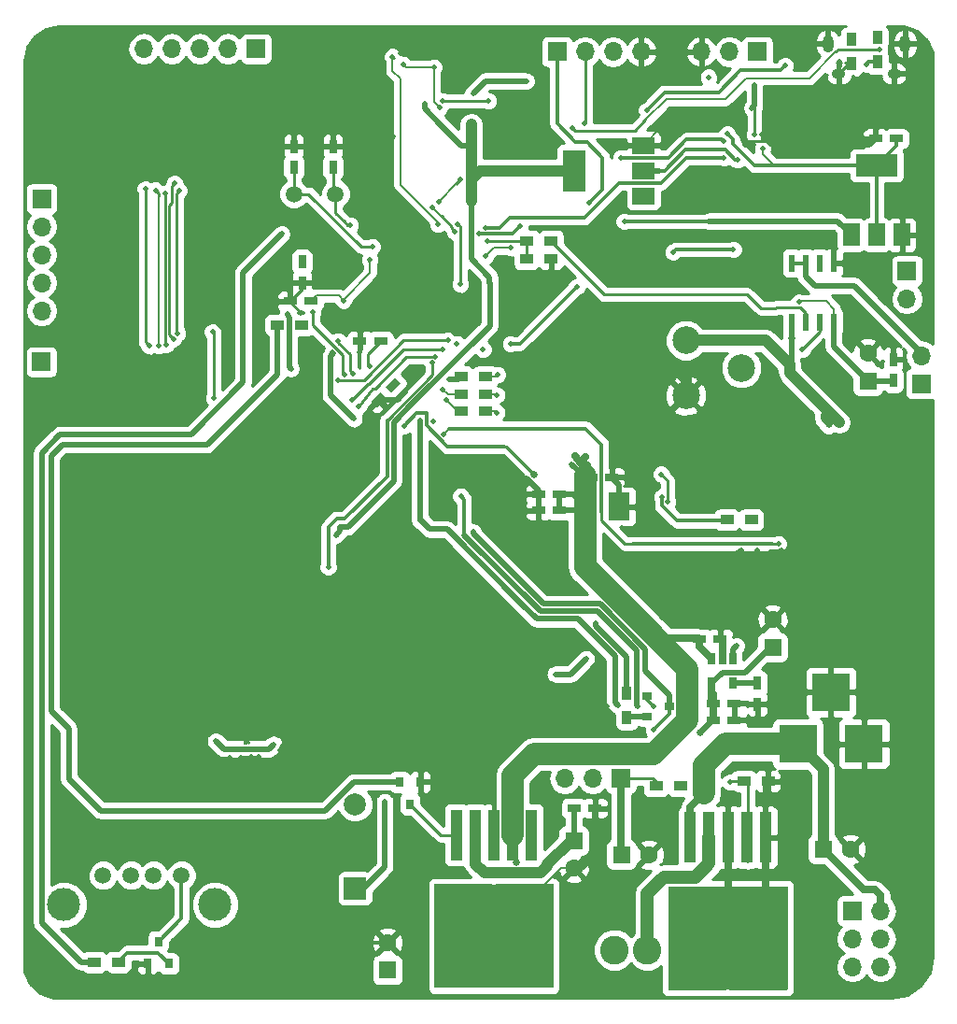
<source format=gbr>
G04 #@! TF.FileFunction,Copper,L2,Bot,Signal*
%FSLAX46Y46*%
G04 Gerber Fmt 4.6, Leading zero omitted, Abs format (unit mm)*
G04 Created by KiCad (PCBNEW 4.0.5) date 06/13/18 16:42:59*
%MOMM*%
%LPD*%
G01*
G04 APERTURE LIST*
%ADD10C,0.100000*%
%ADD11R,3.500000X3.500000*%
%ADD12R,0.800000X0.900000*%
%ADD13R,0.900000X0.800000*%
%ADD14R,1.100000X4.600000*%
%ADD15R,10.800000X9.400000*%
%ADD16R,5.250000X4.550000*%
%ADD17R,1.600000X1.600000*%
%ADD18C,1.600000*%
%ADD19R,0.650000X1.060000*%
%ADD20R,1.700000X1.700000*%
%ADD21O,1.700000X1.700000*%
%ADD22R,2.000000X3.800000*%
%ADD23R,2.000000X1.500000*%
%ADD24R,3.800000X2.000000*%
%ADD25R,1.500000X2.000000*%
%ADD26R,1.200000X0.750000*%
%ADD27R,0.750000X1.200000*%
%ADD28C,2.600000*%
%ADD29O,1.250000X0.950000*%
%ADD30O,1.000000X1.550000*%
%ADD31R,1.200000X0.900000*%
%ADD32R,0.900000X1.200000*%
%ADD33C,1.500000*%
%ADD34C,3.000000*%
%ADD35R,0.600000X1.550000*%
%ADD36C,2.500000*%
%ADD37R,2.000000X2.000000*%
%ADD38C,2.000000*%
%ADD39R,1.950000X2.500000*%
%ADD40C,0.460000*%
%ADD41C,0.650000*%
%ADD42C,0.500000*%
%ADD43C,0.250000*%
%ADD44C,0.300000*%
%ADD45C,1.000000*%
%ADD46C,0.150000*%
%ADD47C,0.200000*%
%ADD48C,0.700000*%
%ADD49C,2.000000*%
%ADD50C,1.200000*%
%ADD51C,0.254000*%
G04 APERTURE END LIST*
D10*
D11*
X181356000Y-127381000D03*
X187356000Y-127381000D03*
X184356000Y-122681000D03*
D12*
X145227000Y-130826000D03*
X147127000Y-130826000D03*
X146177000Y-132826000D03*
D13*
X167700000Y-124900000D03*
X167700000Y-123000000D03*
X169700000Y-123950000D03*
D14*
X150400000Y-135625000D03*
X152100000Y-135625000D03*
X153800000Y-135625000D03*
X155500000Y-135625000D03*
X157200000Y-135625000D03*
D15*
X153800000Y-144775000D03*
D16*
X156575000Y-147200000D03*
X151025000Y-142350000D03*
X151025000Y-147200000D03*
X156575000Y-142350000D03*
D17*
X144151000Y-147872000D03*
D18*
X144151000Y-145372000D03*
D17*
X161036000Y-136144000D03*
D18*
X161036000Y-138644000D03*
D17*
X179070000Y-118618000D03*
D18*
X179070000Y-116118000D03*
D19*
X173548000Y-119677000D03*
X174498000Y-119677000D03*
X175448000Y-119677000D03*
X175448000Y-121877000D03*
X173548000Y-121877000D03*
D20*
X159519000Y-64654000D03*
D21*
X162059000Y-64654000D03*
X164599000Y-64654000D03*
X167139000Y-64654000D03*
D22*
X161061000Y-75438000D03*
D23*
X167361000Y-75438000D03*
X167361000Y-77738000D03*
X167361000Y-73138000D03*
D20*
X191250000Y-84500000D03*
D21*
X191250000Y-87040000D03*
D14*
X171606000Y-135830000D03*
X173306000Y-135830000D03*
X175006000Y-135830000D03*
X176706000Y-135830000D03*
X178406000Y-135830000D03*
D15*
X175006000Y-144980000D03*
D16*
X177781000Y-147405000D03*
X172231000Y-142555000D03*
X172231000Y-147405000D03*
X177781000Y-142555000D03*
D24*
X188500000Y-74950000D03*
D25*
X188500000Y-81250000D03*
X186200000Y-81250000D03*
X190800000Y-81250000D03*
D20*
X177680000Y-64654000D03*
D21*
X175140000Y-64654000D03*
X172600000Y-64654000D03*
D26*
X137200000Y-87250000D03*
X135300000Y-87250000D03*
X141632900Y-90843100D03*
X143532900Y-90843100D03*
X161050000Y-133200000D03*
X162950000Y-133200000D03*
X173675000Y-125222000D03*
X175575000Y-125222000D03*
D17*
X183642000Y-136906000D03*
D18*
X186142000Y-136906000D03*
D17*
X165354000Y-137414000D03*
D18*
X167854000Y-137414000D03*
D26*
X190314000Y-72528000D03*
X188414000Y-72528000D03*
X162575200Y-103225600D03*
X164475200Y-103225600D03*
X172405000Y-117856000D03*
X174305000Y-117856000D03*
D27*
X177673000Y-121859000D03*
X177673000Y-123759000D03*
X135636000Y-73218000D03*
X135636000Y-75118000D03*
X139192000Y-73218000D03*
X139192000Y-75118000D03*
D26*
X173675000Y-123698000D03*
X175575000Y-123698000D03*
D20*
X165300000Y-130500000D03*
D21*
X162760000Y-130500000D03*
X160220000Y-130500000D03*
D28*
X164719000Y-146050000D03*
X167719000Y-146050000D03*
D29*
X190079000Y-66628000D03*
X185079000Y-66628000D03*
D30*
X191079000Y-63928000D03*
X184079000Y-63928000D03*
D31*
X117550000Y-147140000D03*
X119750000Y-147140000D03*
X152992000Y-94107000D03*
X150792000Y-94107000D03*
X150792000Y-97218500D03*
X152992000Y-97218500D03*
X152992000Y-95694500D03*
X150792000Y-95694500D03*
D32*
X186182000Y-65743000D03*
X186182000Y-63543000D03*
D31*
X174922000Y-107061000D03*
X177122000Y-107061000D03*
D32*
X188560000Y-63390000D03*
X188560000Y-65590000D03*
D31*
X136355000Y-89408000D03*
X134155000Y-89408000D03*
D32*
X165850000Y-125000000D03*
X165850000Y-122800000D03*
D33*
X135636000Y-77533500D03*
X139436000Y-77533500D03*
D10*
G36*
X144830850Y-94138820D02*
X145361180Y-94669150D01*
X144512652Y-95517678D01*
X143982322Y-94987348D01*
X144830850Y-94138820D01*
X144830850Y-94138820D01*
G37*
G36*
X143487348Y-95482322D02*
X144017678Y-96012652D01*
X143169150Y-96861180D01*
X142638820Y-96330850D01*
X143487348Y-95482322D01*
X143487348Y-95482322D01*
G37*
D27*
X136398000Y-85582800D03*
X136398000Y-83682800D03*
X189992000Y-94422000D03*
X189992000Y-92522000D03*
D33*
X125460000Y-139280000D03*
X122920000Y-139280000D03*
X120890000Y-139280000D03*
X118350000Y-139280000D03*
D34*
X128510000Y-141950000D03*
X114790000Y-141950000D03*
D20*
X112776000Y-77978000D03*
D21*
X112776000Y-80518000D03*
X112776000Y-83058000D03*
X112776000Y-85598000D03*
X112776000Y-88138000D03*
D20*
X192532000Y-94742000D03*
D21*
X192532000Y-92202000D03*
D20*
X112750000Y-92750000D03*
D12*
X124310000Y-147290000D03*
X122410000Y-147290000D03*
X123360000Y-145290000D03*
D35*
X180795000Y-83800000D03*
X182065000Y-83800000D03*
X183335000Y-83800000D03*
X184605000Y-83800000D03*
X184605000Y-89200000D03*
X183335000Y-89200000D03*
X182065000Y-89200000D03*
X180795000Y-89200000D03*
D20*
X186300000Y-142500000D03*
D21*
X188840000Y-142500000D03*
X186300000Y-145040000D03*
X188840000Y-145040000D03*
X186300000Y-147580000D03*
X188840000Y-147580000D03*
D31*
X156761000Y-81788000D03*
X158961000Y-81788000D03*
X156761000Y-83439000D03*
X158961000Y-83439000D03*
D36*
X176236000Y-93305000D03*
X171196000Y-95805000D03*
X171196000Y-90805000D03*
D20*
X132207000Y-64389000D03*
D21*
X129667000Y-64389000D03*
X127127000Y-64389000D03*
X124587000Y-64389000D03*
X122047000Y-64389000D03*
D17*
X187706000Y-94488000D03*
D18*
X187706000Y-91988000D03*
D37*
X141200000Y-140470000D03*
D38*
X141200000Y-132870000D03*
D31*
X176450000Y-130750000D03*
X178650000Y-130750000D03*
X168500000Y-131200000D03*
X170700000Y-131200000D03*
D39*
X162101800Y-105867200D03*
X165151800Y-105867200D03*
D26*
X159750800Y-104749600D03*
X157850800Y-104749600D03*
X159750800Y-106222800D03*
X157850800Y-106222800D03*
D40*
X152810000Y-91620000D03*
X150450000Y-91110000D03*
X177203100Y-69748400D03*
X177393600Y-72136000D03*
X140144500Y-87185500D03*
X173228000Y-80010000D03*
X139446000Y-108458000D03*
X168783000Y-75438000D03*
X151765000Y-72136000D03*
X151892000Y-68453000D03*
X151750000Y-71380000D03*
X188510000Y-63320000D03*
X147500000Y-69400000D03*
X161061000Y-75438000D03*
X139860000Y-107700000D03*
X153450000Y-87350000D03*
X175900000Y-74450000D03*
X136347200Y-83718400D03*
X177419000Y-67691000D03*
X167386000Y-75311000D03*
X142557500Y-83502500D03*
X165608000Y-80010000D03*
X156718000Y-67310000D03*
X144627600Y-94742000D03*
X178079400Y-72148700D03*
X176593500Y-73101200D03*
X135077200Y-128638300D03*
X130886200Y-128638300D03*
X129870200Y-128638300D03*
X128854200Y-128638300D03*
X127838200Y-128638300D03*
X126822200Y-128638300D03*
X125806200Y-128638300D03*
X124790200Y-128638300D03*
X123774200Y-128638300D03*
X122758200Y-128638300D03*
X121996200Y-128638300D03*
X120980200Y-128638300D03*
X119964200Y-128638300D03*
X118948200Y-128638300D03*
X118186200Y-128130300D03*
X117424200Y-127876300D03*
X116408200Y-127876300D03*
X116408200Y-125844300D03*
X117170200Y-125590300D03*
X118186200Y-125590300D03*
X119202200Y-125590300D03*
X119456200Y-126352300D03*
X119456200Y-127114300D03*
X120726200Y-127114300D03*
X121996200Y-127114300D03*
X123012200Y-127114300D03*
X124028200Y-127114300D03*
X125044200Y-127114300D03*
X126060200Y-127114300D03*
X126314200Y-126352300D03*
X127076200Y-125590300D03*
X128092200Y-125590300D03*
X129870200Y-126479300D03*
X130505200Y-125844300D03*
X129362200Y-125844300D03*
X131318000Y-127165100D03*
X135991600Y-125628400D03*
X134450000Y-128575000D03*
X134400000Y-127950000D03*
X134975000Y-127050000D03*
X136075000Y-127100000D03*
X128892300Y-79603600D03*
X136125000Y-128775000D03*
X131775000Y-128500000D03*
X132475000Y-128550000D03*
X133025000Y-129025000D03*
X133575000Y-129600000D03*
X134375000Y-130075000D03*
X135200000Y-130075000D03*
X136150000Y-130125000D03*
X180225700Y-73101200D03*
X172330000Y-71640000D03*
X177647600Y-109855000D03*
X176199800Y-109791500D03*
X133858000Y-105791000D03*
X132969000Y-105791000D03*
X132207000Y-105791000D03*
X131318000Y-105791000D03*
X130429000Y-105283000D03*
X129667000Y-101473000D03*
X130302000Y-100965000D03*
X131064000Y-100965000D03*
X131826000Y-100965000D03*
X132588000Y-100965000D03*
X133477000Y-100965000D03*
X134366000Y-100965000D03*
X135128000Y-100965000D03*
X136017000Y-100965000D03*
X136906000Y-100965000D03*
X137795000Y-100965000D03*
X138684000Y-100965000D03*
X149860000Y-118364000D03*
X150749000Y-118364000D03*
X151511000Y-118364000D03*
X152273000Y-118364000D03*
X153035000Y-118364000D03*
X153797000Y-118364000D03*
X154559000Y-118364000D03*
X155321000Y-118364000D03*
X156083000Y-118364000D03*
X149606000Y-113538000D03*
X150368000Y-113538000D03*
X151257000Y-113538000D03*
X152146000Y-113538000D03*
X153035000Y-113538000D03*
X153797000Y-113538000D03*
X174752000Y-114046000D03*
X175895000Y-114046000D03*
X177038000Y-114300000D03*
X177800000Y-114300000D03*
X178562000Y-114300000D03*
X179451000Y-114300000D03*
X180340000Y-114300000D03*
X181229000Y-114300000D03*
X182118000Y-114300000D03*
X182880000Y-114300000D03*
X183642000Y-114300000D03*
X184404000Y-114300000D03*
X185166000Y-114300000D03*
X185928000Y-114300000D03*
X186690000Y-114300000D03*
X187452000Y-114300000D03*
X188214000Y-114300000D03*
X188849000Y-114300000D03*
X188849000Y-109601000D03*
X187960000Y-109601000D03*
X187071000Y-109601000D03*
X186182000Y-109601000D03*
X185293000Y-109601000D03*
X184404000Y-109601000D03*
X183515000Y-109601000D03*
X182626000Y-109601000D03*
X181737000Y-109601000D03*
X180848000Y-109601000D03*
X179832000Y-109855000D03*
X173482000Y-100584000D03*
X174244000Y-100584000D03*
X175006000Y-100584000D03*
X175768000Y-100584000D03*
X176530000Y-100584000D03*
X177292000Y-100584000D03*
X178054000Y-100584000D03*
X178816000Y-100584000D03*
X179578000Y-100584000D03*
X180340000Y-100584000D03*
X187833000Y-100584000D03*
X187071000Y-100584000D03*
X186309000Y-100584000D03*
X185547000Y-100584000D03*
X184785000Y-100584000D03*
X184023000Y-100584000D03*
X183261000Y-100584000D03*
X182499000Y-100584000D03*
X181737000Y-100584000D03*
X180975000Y-100584000D03*
X180594000Y-105410000D03*
X179832000Y-105410000D03*
X179070000Y-105410000D03*
X178308000Y-105410000D03*
X177546000Y-105410000D03*
X176784000Y-105410000D03*
X176022000Y-105410000D03*
X175260000Y-105410000D03*
X174498000Y-105410000D03*
X173736000Y-105410000D03*
X188214000Y-105410000D03*
X187452000Y-105410000D03*
X186690000Y-105410000D03*
X185928000Y-105410000D03*
X185166000Y-105410000D03*
X184404000Y-105410000D03*
X183642000Y-105410000D03*
X182880000Y-105410000D03*
X182118000Y-105410000D03*
X181356000Y-105410000D03*
X157734000Y-108407200D03*
X157988000Y-107442000D03*
X162560000Y-97282000D03*
X164338000Y-97282000D03*
X135229600Y-121158000D03*
X134518400Y-121869200D03*
X133451600Y-122936000D03*
X134264400Y-122885200D03*
X135280400Y-122682000D03*
X135991600Y-122072400D03*
X136042400Y-121158000D03*
X136300000Y-124100000D03*
X135600000Y-124025000D03*
X135000000Y-124050000D03*
X134800000Y-124600000D03*
X134625000Y-125300000D03*
X135300000Y-125750000D03*
X133150000Y-124050000D03*
X141500000Y-127200000D03*
X143600000Y-127075000D03*
X145850000Y-127075000D03*
X148250000Y-127025000D03*
X150450000Y-127000000D03*
X152900000Y-127000000D03*
X155400000Y-126950000D03*
X157950000Y-126575000D03*
X160650000Y-126475000D03*
X163225000Y-126450000D03*
X164000000Y-123950000D03*
X143550000Y-124650000D03*
X145850000Y-124650000D03*
X147975000Y-124675000D03*
X150275000Y-124675000D03*
X152850000Y-124650000D03*
X155125000Y-124650000D03*
X157450000Y-124575000D03*
X160700000Y-124500000D03*
X161925000Y-122050000D03*
X141250000Y-124650000D03*
X140725000Y-122500000D03*
X142425000Y-122425000D03*
X143875000Y-122475000D03*
X145475000Y-122500000D03*
X147150000Y-122525000D03*
X149350000Y-122475000D03*
X151475000Y-122475000D03*
X153650000Y-122475000D03*
X156700000Y-122450000D03*
X159175000Y-122400000D03*
X168275000Y-123952000D03*
X148260000Y-98110000D03*
X145710000Y-95550000D03*
X146550000Y-83500000D03*
X145650000Y-81900000D03*
X138120000Y-114920000D03*
X163550000Y-97350000D03*
X155400000Y-97200000D03*
X144650000Y-72320000D03*
X184720000Y-83920000D03*
X129500000Y-87200000D03*
X136300000Y-88300000D03*
X140780000Y-83840000D03*
X177430000Y-82700000D03*
X167405000Y-90535000D03*
X165240000Y-88370000D03*
X153800000Y-144775000D03*
X178943000Y-146812000D03*
X129794000Y-81534000D03*
X129540000Y-84328000D03*
X145288000Y-64770000D03*
X167386000Y-82804000D03*
X167386000Y-84836000D03*
X149100000Y-69100000D03*
X153300000Y-69100000D03*
X128575000Y-127125000D03*
X133825000Y-127400000D03*
D41*
X155803600Y-138074400D03*
D40*
X162102800Y-101396800D03*
X161137600Y-101244400D03*
X162382200Y-102031800D03*
X161696400Y-101955600D03*
X160858200Y-102006400D03*
D41*
X155810000Y-129440000D03*
X155600000Y-135800000D03*
D40*
X142748000Y-82296000D03*
X136398000Y-89408000D03*
X159360000Y-121050000D03*
X162150000Y-119650000D03*
D41*
X157200000Y-135625000D03*
D40*
X149199600Y-99314000D03*
X179578000Y-109220000D03*
X140208000Y-93878400D03*
X137363200Y-88239600D03*
X149707600Y-94361000D03*
X148209000Y-78740000D03*
X150241000Y-80937100D03*
D41*
X172466000Y-126365000D03*
X173482000Y-122682000D03*
D40*
X177122000Y-106997500D03*
X169037000Y-105029000D03*
X175768000Y-118491000D03*
D41*
X167259000Y-77724000D03*
X184150000Y-98425000D03*
X185102500Y-98234500D03*
X152050000Y-137020000D03*
X180795000Y-90650000D03*
X152100000Y-135625000D03*
D40*
X135070000Y-88410000D03*
X135382000Y-93370400D03*
X148844000Y-69723000D03*
X145542000Y-65786000D03*
X148336000Y-66040000D03*
X148700000Y-80300000D03*
X144600000Y-65100000D03*
X142494000Y-93192600D03*
X140766800Y-80378300D03*
X155320000Y-91110000D03*
X161330000Y-85940000D03*
X162400000Y-78360000D03*
X159519000Y-64654000D03*
X162001200Y-71120000D03*
D41*
X150495000Y-137541000D03*
D40*
X149161500Y-95250000D03*
X149479000Y-96202500D03*
X154114500Y-93916500D03*
X154051000Y-97345500D03*
X154051000Y-95758000D03*
X139128500Y-91922600D03*
X168275000Y-126111000D03*
X141097000Y-97917000D03*
X151900000Y-108175000D03*
X163050000Y-116400000D03*
X150749000Y-85725000D03*
X150520400Y-80264000D03*
X153035000Y-80645000D03*
X174650000Y-74250000D03*
X165300000Y-74250000D03*
X174625000Y-72783700D03*
X156180000Y-80480000D03*
X152400000Y-81153000D03*
X178155600Y-73406000D03*
X174950000Y-72100000D03*
X150761700Y-76187300D03*
X148780500Y-78232000D03*
X173250000Y-66950000D03*
X188760100Y-64414400D03*
X160934400Y-71526400D03*
X167640000Y-69977000D03*
X180213000Y-65913000D03*
X153035000Y-83185000D03*
X155321000Y-82423000D03*
X186182000Y-63500000D03*
X187553600Y-65786000D03*
X170050000Y-82804000D03*
X175500000Y-82560000D03*
X150790000Y-104930000D03*
X166800000Y-123975000D03*
X165050000Y-123900000D03*
X147066000Y-98044000D03*
X168973500Y-102933500D03*
X169545000Y-105410000D03*
D41*
X157429200Y-102933500D03*
D40*
X139687300Y-90855800D03*
X145669000Y-98552000D03*
X140970000Y-93853000D03*
X138768000Y-111340000D03*
X148209000Y-92837000D03*
X183335000Y-83800000D03*
X125222000Y-77216000D03*
X125095000Y-90170000D03*
X128397000Y-96012000D03*
X128270000Y-90043000D03*
X124841000Y-76581000D03*
X124714000Y-90678000D03*
X123952000Y-77470000D03*
X124079000Y-91186000D03*
X123107900Y-77209500D03*
X123400000Y-91300000D03*
X139649200Y-94386400D03*
X149606000Y-90805000D03*
X148488400Y-92303600D03*
X141478000Y-96812100D03*
X140919200Y-96164400D03*
X149098000Y-91643200D03*
X181450000Y-87350000D03*
X153162000Y-81788000D03*
X122555000Y-91313000D03*
X122174000Y-77089000D03*
X181750000Y-91620000D03*
X143890000Y-132600000D03*
X134540000Y-81160000D03*
X170375000Y-131150000D03*
X175225000Y-130850000D03*
D42*
X177419000Y-69532500D02*
X177419000Y-67691000D01*
X177203100Y-69748400D02*
X177419000Y-69532500D01*
D43*
X177419000Y-71881000D02*
X177419000Y-72110600D01*
X177419000Y-72110600D02*
X177393600Y-72136000D01*
X177419000Y-67691000D02*
X177419000Y-71881000D01*
D42*
X139860000Y-107700000D02*
X139860000Y-108044000D01*
X139860000Y-108044000D02*
X139446000Y-108458000D01*
X167361000Y-75438000D02*
X168783000Y-75438000D01*
X151765000Y-72136000D02*
X151750000Y-72136000D01*
X151750000Y-72136000D02*
X151765000Y-72136000D01*
X151765000Y-72136000D02*
X151750000Y-72136000D01*
X151750000Y-71380000D02*
X151750000Y-71232000D01*
X156718000Y-67310000D02*
X153035000Y-67310000D01*
X153035000Y-67310000D02*
X151892000Y-68453000D01*
X151750000Y-73152000D02*
X150832000Y-73152000D01*
X150832000Y-73152000D02*
X149060000Y-71380000D01*
X146367500Y-96558100D02*
X144798377Y-98127223D01*
X144798377Y-98127223D02*
X144843500Y-98082100D01*
X144716500Y-99060000D02*
X144716500Y-98552000D01*
X140585000Y-107700000D02*
X144716500Y-103568500D01*
X144716500Y-103568500D02*
X144716500Y-99060000D01*
X139860000Y-107700000D02*
X140585000Y-107700000D01*
X144716500Y-98552000D02*
X144716500Y-98209100D01*
X146367500Y-96583500D02*
X146367500Y-96558100D01*
D44*
X188510000Y-63320000D02*
X188560000Y-63370000D01*
X188560000Y-63370000D02*
X188560000Y-63390000D01*
D42*
X147500000Y-69400000D02*
X147500000Y-69820000D01*
X147500000Y-69820000D02*
X149060000Y-71380000D01*
D45*
X151750000Y-75630000D02*
X151750000Y-78200000D01*
X161061000Y-75438000D02*
X152552000Y-75438000D01*
X152130000Y-75630000D02*
X151750000Y-75630000D01*
X151750000Y-76010000D02*
X152130000Y-75630000D01*
X151750000Y-76240000D02*
X151750000Y-76010000D01*
X152552000Y-75438000D02*
X151750000Y-76240000D01*
D42*
X139860000Y-107700000D02*
X139903200Y-107700000D01*
X139903200Y-107700000D02*
X139860000Y-107700000D01*
X139860000Y-107700000D02*
X139903200Y-107700000D01*
X173228000Y-80010000D02*
X184960000Y-80010000D01*
X184960000Y-80010000D02*
X186200000Y-81250000D01*
D43*
X153450000Y-87350000D02*
X153416000Y-87350000D01*
X153416000Y-87350000D02*
X153450000Y-87350000D01*
X153450000Y-87350000D02*
X153416000Y-87350000D01*
X153416000Y-87350000D02*
X153450000Y-87350000D01*
X153450000Y-87350000D02*
X153416000Y-87350000D01*
D44*
X175900000Y-74450000D02*
X175650000Y-74450000D01*
X169262000Y-75438000D02*
X167361000Y-75438000D01*
X171150000Y-73550000D02*
X169262000Y-75438000D01*
X174750000Y-73550000D02*
X171150000Y-73550000D01*
X175650000Y-74450000D02*
X174750000Y-73550000D01*
D46*
X167899000Y-74900000D02*
X167361000Y-75438000D01*
D47*
X139550000Y-86750000D02*
X137700000Y-86750000D01*
X140144500Y-87185500D02*
X139709000Y-86750000D01*
X139550000Y-86750000D02*
X139709000Y-86750000D01*
X137700000Y-86750000D02*
X137200000Y-87250000D01*
X140144500Y-87185500D02*
X140144500Y-87105500D01*
X142557500Y-84692500D02*
X142557500Y-83502500D01*
X140144500Y-87105500D02*
X142557500Y-84692500D01*
D43*
X136347200Y-83718400D02*
X136382800Y-83682800D01*
X136382800Y-83682800D02*
X136398000Y-83682800D01*
D42*
X153416000Y-85598000D02*
X153416000Y-87350000D01*
X153416000Y-87350000D02*
X153416000Y-87500000D01*
X153416000Y-87500000D02*
X153416000Y-89509600D01*
X153416000Y-89509600D02*
X146367500Y-96558100D01*
X153416000Y-85598000D02*
X153389000Y-85598000D01*
D43*
X177419000Y-67945000D02*
X177419000Y-67691000D01*
D45*
X151750000Y-71232000D02*
X151750000Y-72136000D01*
X151750000Y-72136000D02*
X151750000Y-73152000D01*
X151750000Y-73152000D02*
X151750000Y-75630000D01*
D44*
X151750000Y-71135000D02*
X151750000Y-71232000D01*
X151765000Y-71120000D02*
X151750000Y-71135000D01*
D42*
X167386000Y-75311000D02*
X167361000Y-75336000D01*
X167361000Y-75336000D02*
X167361000Y-75438000D01*
D47*
X142430500Y-83629500D02*
X142557500Y-83502500D01*
D44*
X173228000Y-80010000D02*
X165608000Y-80010000D01*
D42*
X186436000Y-81280000D02*
X186406000Y-81250000D01*
X186406000Y-81250000D02*
X186200000Y-81250000D01*
X151750000Y-78200000D02*
X151750000Y-83450000D01*
X151750000Y-83450000D02*
X153389000Y-85089000D01*
X153389000Y-85089000D02*
X153389000Y-85598000D01*
X153389000Y-85598000D02*
X153389000Y-85635000D01*
D43*
X144627600Y-94742000D02*
X144642800Y-94757200D01*
X144642800Y-94757200D02*
X144678400Y-94757200D01*
X178130200Y-72758300D02*
X178130200Y-72199500D01*
X178130200Y-72199500D02*
X178079400Y-72148700D01*
X179654200Y-73101200D02*
X178854100Y-73101200D01*
X176936400Y-72758300D02*
X176593500Y-73101200D01*
X178511200Y-72758300D02*
X178130200Y-72758300D01*
X178130200Y-72758300D02*
X176936400Y-72758300D01*
X178854100Y-73101200D02*
X178511200Y-72758300D01*
X134450000Y-128575000D02*
X135013900Y-128575000D01*
X135013900Y-128575000D02*
X135077200Y-128638300D01*
X131024500Y-128500000D02*
X130886200Y-128638300D01*
X129870200Y-128638300D02*
X128854200Y-128638300D01*
X127838200Y-128638300D02*
X126822200Y-128638300D01*
X125806200Y-128638300D02*
X124790200Y-128638300D01*
X123774200Y-128638300D02*
X122758200Y-128638300D01*
X121996200Y-128638300D02*
X120980200Y-128638300D01*
X119964200Y-128638300D02*
X118948200Y-128638300D01*
X118186200Y-128130300D02*
X117932200Y-127876300D01*
X117932200Y-127876300D02*
X117424200Y-127876300D01*
X116408200Y-127876300D02*
X116408200Y-125844300D01*
X117170200Y-125590300D02*
X118186200Y-125590300D01*
X119202200Y-125590300D02*
X119456200Y-125844300D01*
X119456200Y-125844300D02*
X119456200Y-126352300D01*
X119456200Y-127114300D02*
X120726200Y-127114300D01*
X121996200Y-127114300D02*
X123012200Y-127114300D01*
X124028200Y-127114300D02*
X125044200Y-127114300D01*
X126060200Y-127114300D02*
X126314200Y-126860300D01*
X126314200Y-126860300D02*
X126314200Y-126352300D01*
X127076200Y-125590300D02*
X128092200Y-125590300D01*
X131775000Y-128500000D02*
X131024500Y-128500000D01*
X129870200Y-126479300D02*
X129489200Y-126860300D01*
X129362200Y-125844300D02*
X130505200Y-125844300D01*
D47*
X131318000Y-127165100D02*
X131165600Y-127317500D01*
D43*
X131550000Y-127200000D02*
X131500000Y-127250000D01*
D47*
X136075000Y-125711800D02*
X135991600Y-125628400D01*
D43*
X134400000Y-127625000D02*
X134400000Y-127950000D01*
X134975000Y-127050000D02*
X134400000Y-127625000D01*
X136075000Y-126025000D02*
X136075000Y-127100000D01*
D47*
X136075000Y-126025000D02*
X136075000Y-125711800D01*
D43*
X129032000Y-79756000D02*
X129032000Y-79743300D01*
X129032000Y-79743300D02*
X128892300Y-79603600D01*
X132425000Y-128500000D02*
X131775000Y-128500000D01*
X132475000Y-128550000D02*
X132425000Y-128500000D01*
X133025000Y-129050000D02*
X133025000Y-129025000D01*
X133575000Y-129600000D02*
X133025000Y-129050000D01*
X135200000Y-130075000D02*
X134375000Y-130075000D01*
X136150000Y-128800000D02*
X136150000Y-130125000D01*
X136125000Y-128775000D02*
X136150000Y-128800000D01*
X180225700Y-73101200D02*
X179654200Y-73101200D01*
X179654200Y-73101200D02*
X179646200Y-73101200D01*
X180546100Y-73100000D02*
X180226900Y-73100000D01*
D42*
X188414000Y-72528000D02*
X187842000Y-73100000D01*
X180546100Y-73100000D02*
X187842000Y-73100000D01*
D43*
X180226900Y-73100000D02*
X180225700Y-73101200D01*
X177774600Y-109982000D02*
X178816000Y-109982000D01*
X177647600Y-109855000D02*
X177774600Y-109982000D01*
D42*
X175514000Y-110363000D02*
X175514000Y-110490000D01*
X176199800Y-109791500D02*
X175514000Y-110363000D01*
X133858000Y-105791000D02*
X132969000Y-105791000D01*
X132207000Y-105791000D02*
X131318000Y-105791000D01*
X130429000Y-105283000D02*
X130556000Y-105156000D01*
X130556000Y-105156000D02*
X130556000Y-104775000D01*
X129794000Y-101473000D02*
X129667000Y-101473000D01*
X130302000Y-100965000D02*
X129794000Y-101473000D01*
X131826000Y-100965000D02*
X131064000Y-100965000D01*
X133477000Y-100965000D02*
X132588000Y-100965000D01*
X135128000Y-100965000D02*
X134366000Y-100965000D01*
X136906000Y-100965000D02*
X136017000Y-100965000D01*
X138684000Y-100965000D02*
X137795000Y-100965000D01*
X149860000Y-118364000D02*
X150749000Y-118364000D01*
X151511000Y-118364000D02*
X152273000Y-118364000D01*
X153035000Y-118364000D02*
X153797000Y-118364000D01*
X154559000Y-118364000D02*
X155321000Y-118364000D01*
X156083000Y-118364000D02*
X156337000Y-118110000D01*
X156337000Y-118110000D02*
X156337000Y-117729000D01*
X149606000Y-113538000D02*
X150368000Y-113538000D01*
X151257000Y-113538000D02*
X152146000Y-113538000D01*
X153035000Y-113538000D02*
X153797000Y-113538000D01*
X175895000Y-114046000D02*
X174752000Y-114046000D01*
X177800000Y-114300000D02*
X177038000Y-114300000D01*
X179451000Y-114300000D02*
X178562000Y-114300000D01*
X181229000Y-114300000D02*
X180340000Y-114300000D01*
X182880000Y-114300000D02*
X182118000Y-114300000D01*
X184404000Y-114300000D02*
X183642000Y-114300000D01*
X185928000Y-114300000D02*
X185166000Y-114300000D01*
X187452000Y-114300000D02*
X186690000Y-114300000D01*
X188849000Y-114300000D02*
X188214000Y-114300000D01*
X188849000Y-109601000D02*
X187960000Y-109601000D01*
X187071000Y-109601000D02*
X186182000Y-109601000D01*
X185293000Y-109601000D02*
X184404000Y-109601000D01*
X183515000Y-109601000D02*
X182626000Y-109601000D01*
X181737000Y-109601000D02*
X180848000Y-109601000D01*
X179832000Y-109855000D02*
X179705000Y-109982000D01*
X179705000Y-109982000D02*
X178816000Y-109982000D01*
X174244000Y-100584000D02*
X173482000Y-100584000D01*
X175768000Y-100584000D02*
X175006000Y-100584000D01*
X177292000Y-100584000D02*
X176530000Y-100584000D01*
X178816000Y-100584000D02*
X178054000Y-100584000D01*
X180340000Y-100584000D02*
X179578000Y-100584000D01*
X187071000Y-100584000D02*
X187833000Y-100584000D01*
X185547000Y-100584000D02*
X186309000Y-100584000D01*
X184023000Y-100584000D02*
X184785000Y-100584000D01*
X182499000Y-100584000D02*
X183261000Y-100584000D01*
X180975000Y-100584000D02*
X181737000Y-100584000D01*
X180594000Y-105410000D02*
X179832000Y-105410000D01*
X179070000Y-105410000D02*
X178308000Y-105410000D01*
X177546000Y-105410000D02*
X176784000Y-105410000D01*
X176022000Y-105410000D02*
X175260000Y-105410000D01*
X174498000Y-105410000D02*
X173736000Y-105410000D01*
X187452000Y-105410000D02*
X188214000Y-105410000D01*
X185928000Y-105410000D02*
X186690000Y-105410000D01*
X184404000Y-105410000D02*
X185166000Y-105410000D01*
X182880000Y-105410000D02*
X183642000Y-105410000D01*
X181356000Y-105410000D02*
X182118000Y-105410000D01*
X157850800Y-104749600D02*
X157850800Y-104409200D01*
X157850800Y-104409200D02*
X156718000Y-103276400D01*
X157850800Y-106222800D02*
X157850800Y-107304800D01*
X157835600Y-108305600D02*
X158648400Y-108305600D01*
X157734000Y-108407200D02*
X157835600Y-108305600D01*
X157850800Y-107304800D02*
X157988000Y-107442000D01*
X157850800Y-104749600D02*
X157850800Y-106222800D01*
X165151800Y-105867200D02*
X165151800Y-103902200D01*
X165151800Y-103902200D02*
X164475200Y-103225600D01*
D43*
X162560000Y-97282000D02*
X162560000Y-96672400D01*
X164287200Y-97231200D02*
X164287200Y-96469200D01*
X164338000Y-97282000D02*
X164287200Y-97231200D01*
X135382000Y-121310400D02*
X135382000Y-121818400D01*
X135229600Y-121158000D02*
X135382000Y-121310400D01*
X133451600Y-122936000D02*
X134518400Y-121869200D01*
X135077200Y-122885200D02*
X134264400Y-122885200D01*
X135280400Y-122682000D02*
X135077200Y-122885200D01*
X135991600Y-121208800D02*
X135991600Y-122072400D01*
X136042400Y-121158000D02*
X135991600Y-121208800D01*
X136300000Y-124100000D02*
X136225000Y-124025000D01*
X136225000Y-124025000D02*
X135600000Y-124025000D01*
X135000000Y-124050000D02*
X134800000Y-124250000D01*
X134800000Y-124250000D02*
X134800000Y-124600000D01*
X134625000Y-125300000D02*
X135075000Y-125750000D01*
X135075000Y-125750000D02*
X135300000Y-125750000D01*
D42*
X141500000Y-127200000D02*
X141625000Y-127075000D01*
X141625000Y-127075000D02*
X143600000Y-127075000D01*
X145850000Y-127075000D02*
X145900000Y-127025000D01*
X145900000Y-127025000D02*
X148250000Y-127025000D01*
X150450000Y-127000000D02*
X152900000Y-127000000D01*
X155400000Y-126950000D02*
X155775000Y-126575000D01*
X155775000Y-126575000D02*
X157950000Y-126575000D01*
X160650000Y-126475000D02*
X160675000Y-126450000D01*
X160675000Y-126450000D02*
X163225000Y-126450000D01*
X141250000Y-124650000D02*
X143550000Y-124650000D01*
X145850000Y-124650000D02*
X145875000Y-124675000D01*
X145875000Y-124675000D02*
X147975000Y-124675000D01*
X150275000Y-124675000D02*
X150300000Y-124650000D01*
X150300000Y-124650000D02*
X152850000Y-124650000D01*
X155125000Y-124650000D02*
X155200000Y-124575000D01*
X155200000Y-124575000D02*
X157450000Y-124575000D01*
X160700000Y-124500000D02*
X161925000Y-123275000D01*
X161925000Y-123275000D02*
X161925000Y-122050000D01*
X140725000Y-122500000D02*
X140800000Y-122425000D01*
X140800000Y-122425000D02*
X142425000Y-122425000D01*
X143875000Y-122475000D02*
X143900000Y-122500000D01*
X143900000Y-122500000D02*
X145475000Y-122500000D01*
X147150000Y-122525000D02*
X147200000Y-122475000D01*
X147200000Y-122475000D02*
X149350000Y-122475000D01*
X151475000Y-122475000D02*
X153650000Y-122475000D01*
X156700000Y-122450000D02*
X156750000Y-122400000D01*
X156750000Y-122400000D02*
X159175000Y-122400000D01*
D44*
X167700000Y-123000000D02*
X167700000Y-123377000D01*
X167700000Y-123377000D02*
X168275000Y-123952000D01*
D48*
X174498000Y-119677000D02*
X174498000Y-118049000D01*
X174498000Y-118049000D02*
X174305000Y-117856000D01*
D43*
X178300000Y-130750000D02*
X178300000Y-132275000D01*
X178300000Y-132275000D02*
X178275000Y-132300000D01*
X178275000Y-131925000D02*
X178275000Y-132300000D01*
X178275000Y-132300000D02*
X178275000Y-135699000D01*
X178275000Y-135699000D02*
X178406000Y-135830000D01*
X178250000Y-135674000D02*
X178406000Y-135830000D01*
D42*
X143328249Y-96171751D02*
X145038249Y-96171751D01*
X145660000Y-95550000D02*
X145710000Y-95550000D01*
X145038249Y-96171751D02*
X145660000Y-95550000D01*
D44*
X144151000Y-145372000D02*
X128778000Y-145372000D01*
X122410000Y-148220000D02*
X122410000Y-147290000D01*
X122940000Y-148750000D02*
X122410000Y-148220000D01*
X125400000Y-148750000D02*
X122940000Y-148750000D01*
X128778000Y-145372000D02*
X125400000Y-148750000D01*
D43*
X167700000Y-123000000D02*
X167700000Y-123200000D01*
D42*
X161036000Y-138644000D02*
X161756000Y-138644000D01*
X161756000Y-138644000D02*
X162950000Y-137450000D01*
X162950000Y-137450000D02*
X162950000Y-133200000D01*
X163550000Y-97350000D02*
X163600000Y-97300000D01*
X163600000Y-97300000D02*
X163600000Y-97400000D01*
X163600000Y-97400000D02*
X163600000Y-97300000D01*
X155400000Y-97200000D02*
X155500000Y-97300000D01*
X155500000Y-97300000D02*
X163600000Y-97300000D01*
X169701000Y-97300000D02*
X171196000Y-95805000D01*
X163600000Y-97300000D02*
X169701000Y-97300000D01*
X139192000Y-73218000D02*
X143752000Y-73218000D01*
X143752000Y-73218000D02*
X144650000Y-72320000D01*
D43*
X186182000Y-65743000D02*
X185964000Y-65743000D01*
X185964000Y-65743000D02*
X185079000Y-66628000D01*
X184720000Y-83920000D02*
X184605000Y-83805000D01*
X184605000Y-83805000D02*
X184605000Y-83800000D01*
X129794000Y-81534000D02*
X129794000Y-84074000D01*
X129794000Y-84074000D02*
X129540000Y-84328000D01*
X129540000Y-87160000D02*
X129500000Y-87200000D01*
X129540000Y-84328000D02*
X129540000Y-87160000D01*
X135300000Y-87250000D02*
X135300000Y-87300000D01*
X135300000Y-87300000D02*
X136300000Y-88300000D01*
X136398000Y-85582800D02*
X136398000Y-86152000D01*
X136398000Y-86152000D02*
X135300000Y-87250000D01*
X140780000Y-83840000D02*
X140900000Y-83960000D01*
X140900000Y-83960000D02*
X140900000Y-84470000D01*
X140900000Y-84470000D02*
X139787200Y-85582800D01*
X139787200Y-85582800D02*
X136398000Y-85582800D01*
D44*
X167386000Y-82804000D02*
X167386000Y-84836000D01*
D43*
X172330000Y-71640000D02*
X172330000Y-71600000D01*
X172330000Y-71600000D02*
X172330000Y-71640000D01*
X172330000Y-71640000D02*
X172330000Y-71600000D01*
D45*
X175294000Y-84836000D02*
X177430000Y-82700000D01*
X167386000Y-84836000D02*
X175294000Y-84836000D01*
X171196000Y-95805000D02*
X171196000Y-94326000D01*
X171196000Y-94326000D02*
X167405000Y-90535000D01*
X167405000Y-90535000D02*
X165240000Y-88370000D01*
D47*
X168899000Y-71600000D02*
X167361000Y-73138000D01*
X172330000Y-71600000D02*
X168899000Y-71600000D01*
D44*
X188468000Y-72517000D02*
X188457000Y-72528000D01*
X188457000Y-72528000D02*
X188414000Y-72528000D01*
D46*
X161036000Y-138644000D02*
X159931000Y-138644000D01*
X159931000Y-138644000D02*
X153800000Y-144775000D01*
D48*
X175006000Y-135830000D02*
X175006000Y-144980000D01*
X178406000Y-135830000D02*
X178406000Y-141580000D01*
X178406000Y-141580000D02*
X175006000Y-144980000D01*
X178943000Y-146812000D02*
X177111000Y-144980000D01*
X177111000Y-144980000D02*
X175006000Y-144980000D01*
D47*
X129032000Y-79756000D02*
X129794000Y-80518000D01*
X129794000Y-80518000D02*
X129794000Y-81534000D01*
X138684000Y-62738000D02*
X138684000Y-67310000D01*
X144780000Y-62738000D02*
X138684000Y-62738000D01*
X145288000Y-63246000D02*
X144780000Y-62738000D01*
X145288000Y-64770000D02*
X145288000Y-63246000D01*
D42*
X190754000Y-81026000D02*
X190800000Y-81072000D01*
X190800000Y-81072000D02*
X190800000Y-81250000D01*
D43*
X149100000Y-69100000D02*
X153300000Y-69100000D01*
D42*
X129300000Y-127850000D02*
X128575000Y-127125000D01*
X133375000Y-127850000D02*
X129300000Y-127850000D01*
X133825000Y-127400000D02*
X133375000Y-127850000D01*
D47*
X155500000Y-135625000D02*
X155500000Y-137770800D01*
X155500000Y-137770800D02*
X155803600Y-138074400D01*
D48*
X168541700Y-117779800D02*
X172328800Y-117779800D01*
X172328800Y-117779800D02*
X172405000Y-117856000D01*
D49*
X171323000Y-120650000D02*
X171323000Y-120561100D01*
X171323000Y-120561100D02*
X168541700Y-117779800D01*
X168541700Y-117779800D02*
X162138900Y-111377000D01*
X162138900Y-111377000D02*
X162050000Y-111377000D01*
X162050000Y-107100000D02*
X162050000Y-111377000D01*
X171323000Y-120650000D02*
X171323000Y-125222000D01*
X155500000Y-130250000D02*
X157450000Y-128300000D01*
X155500000Y-130250000D02*
X155500000Y-135625000D01*
X157450000Y-128300000D02*
X165550000Y-128300000D01*
X168245000Y-128300000D02*
X165550000Y-128300000D01*
X171323000Y-125222000D02*
X168245000Y-128300000D01*
D42*
X159750800Y-106222800D02*
X161746200Y-106222800D01*
X161746200Y-106222800D02*
X162101800Y-105867200D01*
X159750800Y-104749600D02*
X160984200Y-104749600D01*
X160984200Y-104749600D02*
X162101800Y-105867200D01*
X159750800Y-104749600D02*
X159750800Y-106222800D01*
D48*
X161950400Y-102971600D02*
X161950400Y-101549200D01*
X161950400Y-101549200D02*
X162102800Y-101396800D01*
X161950400Y-103022400D02*
X161950400Y-102971600D01*
X161950400Y-102971600D02*
X161950400Y-102260400D01*
X161950400Y-102260400D02*
X161137600Y-101244400D01*
D42*
X161950400Y-103022400D02*
X162217198Y-103022400D01*
X161950400Y-103022400D02*
X161950400Y-102666800D01*
X162382200Y-102336600D02*
X162382200Y-102031800D01*
X161950400Y-102666800D02*
X162382200Y-102336600D01*
X162575200Y-103225600D02*
X162575200Y-102885200D01*
X162575200Y-102885200D02*
X161696400Y-102006400D01*
X161696400Y-102006400D02*
X161696400Y-101955600D01*
X162575200Y-103225600D02*
X162153600Y-103225600D01*
X162153600Y-103225600D02*
X161950400Y-103022400D01*
X161950400Y-103022400D02*
X160858200Y-102006400D01*
D49*
X162050000Y-107100000D02*
X162050000Y-103075200D01*
X162050000Y-103075200D02*
X162052000Y-103073200D01*
D48*
X172405000Y-117856000D02*
X172405000Y-118534000D01*
X172405000Y-118534000D02*
X173548000Y-119677000D01*
D42*
X155810000Y-129440000D02*
X155765000Y-129395000D01*
X155765000Y-129395000D02*
X155810000Y-129440000D01*
X155810000Y-129440000D02*
X155810000Y-129350000D01*
D48*
X155090000Y-130070000D02*
X155090000Y-135215000D01*
X155810000Y-129350000D02*
X155090000Y-130070000D01*
X155090000Y-135215000D02*
X155500000Y-135625000D01*
D42*
X155600000Y-135800000D02*
X155500000Y-135700000D01*
X155500000Y-135700000D02*
X155500000Y-135625000D01*
X177673000Y-121859000D02*
X175466000Y-121859000D01*
X175466000Y-121859000D02*
X175448000Y-121877000D01*
D43*
X135636000Y-77533500D02*
X136969500Y-77533500D01*
X141732000Y-82296000D02*
X142748000Y-82296000D01*
X136969500Y-77533500D02*
X141732000Y-82296000D01*
X135636000Y-75118000D02*
X135636000Y-77533500D01*
X136398000Y-89408000D02*
X136355000Y-89408000D01*
D42*
X160750000Y-121050000D02*
X159360000Y-121050000D01*
X162150000Y-119650000D02*
X160750000Y-121050000D01*
D47*
X149739000Y-98800000D02*
X149713600Y-98800000D01*
X149713600Y-98800000D02*
X149199600Y-99314000D01*
D43*
X163530000Y-106340000D02*
X163530000Y-107091200D01*
D44*
X171620000Y-109220000D02*
X166410000Y-109220000D01*
X179006500Y-109220000D02*
X171620000Y-109220000D01*
D43*
X179006500Y-109220000D02*
X179578000Y-109220000D01*
D44*
X161050000Y-98800000D02*
X149739000Y-98800000D01*
X162090000Y-98800000D02*
X161050000Y-98800000D01*
X163530000Y-106340000D02*
X163530000Y-100240000D01*
X162530000Y-99240000D02*
X162090000Y-98800000D01*
D43*
X140106400Y-92202000D02*
X140106400Y-92151200D01*
X140208000Y-93878400D02*
X140106400Y-93776800D01*
X140106400Y-93776800D02*
X140106400Y-92202000D01*
X137363200Y-89408000D02*
X137363200Y-88239600D01*
X140106400Y-92151200D02*
X137363200Y-89408000D01*
D44*
X163530000Y-100240000D02*
X162530000Y-99240000D01*
D43*
X165658800Y-109220000D02*
X166410000Y-109220000D01*
X163530000Y-107091200D02*
X165658800Y-109220000D01*
D42*
X150538000Y-94361000D02*
X149707600Y-94361000D01*
X150538000Y-94361000D02*
X150792000Y-94107000D01*
D43*
X150000000Y-80500000D02*
X150000000Y-80696100D01*
D47*
X148969000Y-79500000D02*
X148209000Y-78740000D01*
D43*
X149000000Y-79500000D02*
X149050000Y-79550000D01*
X149050000Y-79550000D02*
X150000000Y-80500000D01*
D47*
X149000000Y-79500000D02*
X148969000Y-79500000D01*
D43*
X150000000Y-80696100D02*
X150241000Y-80937100D01*
D42*
X173675000Y-125222000D02*
X173609000Y-125222000D01*
X173609000Y-125222000D02*
X172466000Y-126365000D01*
X179070000Y-118618000D02*
X178816000Y-118618000D01*
X178816000Y-118618000D02*
X176530000Y-120904000D01*
X176530000Y-120904000D02*
X174521000Y-120904000D01*
X174521000Y-120904000D02*
X173548000Y-121877000D01*
D48*
X173675000Y-122875000D02*
X173675000Y-123698000D01*
X173482000Y-122682000D02*
X173675000Y-122875000D01*
X173675000Y-123698000D02*
X173675000Y-125222000D01*
X173548000Y-121877000D02*
X173548000Y-123571000D01*
X173548000Y-123571000D02*
X173675000Y-123698000D01*
D42*
X167700000Y-124900000D02*
X165950000Y-124900000D01*
X165950000Y-124900000D02*
X165850000Y-125000000D01*
D44*
X177122000Y-106997500D02*
X177122000Y-107061000D01*
X174833000Y-107150000D02*
X173164500Y-107150000D01*
X170400000Y-107150000D02*
X169037000Y-105787000D01*
X169037000Y-105787000D02*
X169037000Y-105029000D01*
X173164500Y-107150000D02*
X170400000Y-107150000D01*
X174833000Y-107150000D02*
X174922000Y-107061000D01*
D42*
X175448000Y-119677000D02*
X175448000Y-118811000D01*
X175448000Y-118811000D02*
X175768000Y-118491000D01*
D48*
X175448000Y-119677000D02*
X175448000Y-119319000D01*
D42*
X167259000Y-77724000D02*
X167273000Y-77738000D01*
X183642000Y-97917000D02*
X183642000Y-97536000D01*
X184150000Y-98425000D02*
X183642000Y-97917000D01*
D45*
X180625000Y-93757000D02*
X180625000Y-92975000D01*
X185102500Y-98234500D02*
X180625000Y-93757000D01*
X180625000Y-92975000D02*
X180605000Y-92975000D01*
X180605000Y-92975000D02*
X178435000Y-90805000D01*
X178435000Y-90805000D02*
X171196000Y-90805000D01*
D48*
X152050000Y-137020000D02*
X152100000Y-136970000D01*
D42*
X161036000Y-136144000D02*
X161036000Y-133214000D01*
X161036000Y-133214000D02*
X161050000Y-133200000D01*
D48*
X152050000Y-136540000D02*
X152100000Y-136490000D01*
X152100000Y-136490000D02*
X152100000Y-135625000D01*
X161036000Y-136144000D02*
X161056000Y-136144000D01*
D42*
X180625000Y-92975000D02*
X180795000Y-93145000D01*
X180795000Y-90650000D02*
X180795000Y-93145000D01*
X180795000Y-89200000D02*
X180795000Y-90650000D01*
X167273000Y-77738000D02*
X167361000Y-77738000D01*
X152019000Y-135636000D02*
X152030000Y-135625000D01*
X152030000Y-135625000D02*
X152100000Y-135625000D01*
D43*
X152019000Y-137160000D02*
X152100000Y-137079000D01*
X152100000Y-137079000D02*
X152100000Y-135625000D01*
D45*
X161036000Y-136144000D02*
X160782000Y-136144000D01*
X160782000Y-136144000D02*
X158623000Y-138303000D01*
X158623000Y-138303000D02*
X158623000Y-138430000D01*
X158623000Y-138430000D02*
X157988000Y-139065000D01*
X157988000Y-139065000D02*
X152908000Y-139065000D01*
X152908000Y-139065000D02*
X152100000Y-138257000D01*
X152100000Y-138257000D02*
X152100000Y-135625000D01*
D48*
X152100000Y-135600000D02*
X152100000Y-135625000D01*
D42*
X135255000Y-88709500D02*
X135255000Y-93243400D01*
X135070000Y-88410000D02*
X135070000Y-88524500D01*
X135255000Y-93243400D02*
X135382000Y-93370400D01*
X135070000Y-88524500D02*
X135255000Y-88709500D01*
D43*
X135070000Y-88410000D02*
X135077200Y-88410000D01*
X135077200Y-88410000D02*
X135070000Y-88410000D01*
X135070000Y-88410000D02*
X135077200Y-88410000D01*
D47*
X148336000Y-69215000D02*
X148336000Y-66040000D01*
X148844000Y-69723000D02*
X148336000Y-69215000D01*
X145542000Y-65786000D02*
X145796000Y-66040000D01*
X145796000Y-66040000D02*
X148336000Y-66040000D01*
D46*
X145288000Y-75946000D02*
X145288000Y-76708000D01*
D47*
X145288000Y-75946000D02*
X145288000Y-67056000D01*
X145288000Y-67056000D02*
X144600000Y-66368000D01*
X144600000Y-65100000D02*
X144600000Y-66368000D01*
D46*
X148700000Y-80120000D02*
X148700000Y-80300000D01*
X145288000Y-76708000D02*
X148700000Y-80120000D01*
D43*
X144600000Y-65100000D02*
X144700000Y-65200000D01*
X142367000Y-93065600D02*
X142367000Y-92875100D01*
X142494000Y-93192600D02*
X142367000Y-93065600D01*
X142367000Y-92875100D02*
X142367000Y-92009000D01*
X142367000Y-92009000D02*
X143532900Y-90843100D01*
X140716000Y-80327500D02*
X140525500Y-80327500D01*
X140766800Y-80378300D02*
X140716000Y-80327500D01*
X140525500Y-80327500D02*
X140233400Y-80035400D01*
X139192000Y-75118000D02*
X139192000Y-77289500D01*
X139192000Y-77289500D02*
X139436000Y-77533500D01*
X139436000Y-77533500D02*
X139436000Y-79238000D01*
X139436000Y-79238000D02*
X140233400Y-80035400D01*
X140233400Y-80035400D02*
X140525500Y-80327500D01*
D47*
X139754002Y-77787500D02*
X139500002Y-77533500D01*
X139500002Y-77533500D02*
X139436000Y-77533500D01*
D44*
X163650000Y-74620000D02*
X163650000Y-77110000D01*
X156160000Y-91110000D02*
X155320000Y-91110000D01*
X161330000Y-85940000D02*
X156160000Y-91110000D01*
X163650000Y-77110000D02*
X162400000Y-78360000D01*
X159519000Y-64654000D02*
X159519000Y-71169000D01*
X163650000Y-74230000D02*
X163650000Y-74620000D01*
X163650000Y-74620000D02*
X163650000Y-74650000D01*
X162230000Y-72810000D02*
X163650000Y-74230000D01*
X161160000Y-72810000D02*
X162230000Y-72810000D01*
X159519000Y-71169000D02*
X161160000Y-72810000D01*
D43*
X162059000Y-70619000D02*
X162059000Y-71062200D01*
X162059000Y-64654000D02*
X162059000Y-70619000D01*
X162059000Y-71062200D02*
X162001200Y-71120000D01*
X150400000Y-135625000D02*
X148976000Y-135625000D01*
X148976000Y-135625000D02*
X146177000Y-132826000D01*
X150495000Y-137541000D02*
X150400000Y-137446000D01*
X150400000Y-137446000D02*
X150400000Y-135625000D01*
D47*
X149606000Y-95694500D02*
X150792000Y-95694500D01*
X149161500Y-95250000D02*
X149606000Y-95694500D01*
X149479000Y-96202500D02*
X150495000Y-97218500D01*
X150495000Y-97218500D02*
X150792000Y-97218500D01*
X152992000Y-94107000D02*
X153924000Y-94107000D01*
X153924000Y-94107000D02*
X154114500Y-93916500D01*
X152992000Y-97218500D02*
X153924000Y-97218500D01*
X153924000Y-97218500D02*
X154051000Y-97345500D01*
X153987500Y-95694500D02*
X152992000Y-95694500D01*
X154051000Y-95758000D02*
X153987500Y-95694500D01*
D50*
X173306000Y-135830000D02*
X173306000Y-138225000D01*
X167719000Y-140891000D02*
X167719000Y-146050000D01*
X169164000Y-139446000D02*
X167719000Y-140891000D01*
X172085000Y-139446000D02*
X169164000Y-139446000D01*
X173306000Y-138225000D02*
X172085000Y-139446000D01*
D42*
X134155000Y-89408000D02*
X134155000Y-93873500D01*
X141081000Y-130826000D02*
X145227000Y-130826000D01*
X133985000Y-94043500D02*
X127762000Y-100266500D01*
X127762000Y-100266500D02*
X114681000Y-100266500D01*
X114681000Y-100266500D02*
X113665000Y-101282500D01*
X113665000Y-101282500D02*
X113665000Y-124396500D01*
X113665000Y-124396500D02*
X115252500Y-125984000D01*
X115252500Y-125984000D02*
X115252500Y-130556000D01*
X115252500Y-130556000D02*
X118110000Y-133413500D01*
X118110000Y-133413500D02*
X138493500Y-133413500D01*
X138493500Y-133413500D02*
X141081000Y-130826000D01*
X134155000Y-93873500D02*
X133985000Y-94043500D01*
D43*
X139204700Y-91998800D02*
X139242800Y-91998800D01*
X139128500Y-91922600D02*
X139204700Y-91998800D01*
D44*
X168275000Y-126111000D02*
X169700000Y-124686000D01*
X169700000Y-124686000D02*
X169700000Y-123950000D01*
D42*
X139001500Y-94488000D02*
X138988800Y-94488000D01*
X138988800Y-94500700D02*
X139001500Y-94488000D01*
X138988800Y-95808800D02*
X138988800Y-94500700D01*
X141097000Y-97917000D02*
X138988800Y-95808800D01*
X169700000Y-123950000D02*
X169700000Y-122925000D01*
X138988800Y-94488000D02*
X138988800Y-92252800D01*
X151900000Y-108325000D02*
X151900000Y-108175000D01*
X158250000Y-114675000D02*
X151900000Y-108325000D01*
X163425000Y-114675000D02*
X158250000Y-114675000D01*
X167550000Y-118800000D02*
X163425000Y-114675000D01*
X167550000Y-120775000D02*
X167550000Y-118800000D01*
X169700000Y-122925000D02*
X167550000Y-120775000D01*
X138988800Y-92252800D02*
X139242800Y-91998800D01*
D44*
X139242800Y-91998800D02*
X138988800Y-92252800D01*
D42*
X163050000Y-116400000D02*
X163050000Y-116650000D01*
X165850000Y-119450000D02*
X165850000Y-122800000D01*
X163050000Y-116650000D02*
X165850000Y-119450000D01*
D43*
X150520400Y-80264000D02*
X150749000Y-80492600D01*
X150749000Y-80492600D02*
X150749000Y-85725000D01*
D44*
X157900000Y-79700000D02*
X161990000Y-79700000D01*
X165140000Y-76550000D02*
X165850000Y-76550000D01*
X161990000Y-79700000D02*
X165140000Y-76550000D01*
X171250000Y-74250000D02*
X168950000Y-76550000D01*
X171250000Y-74250000D02*
X174650000Y-74250000D01*
X168950000Y-76550000D02*
X165850000Y-76550000D01*
X153035000Y-80645000D02*
X154305000Y-80645000D01*
X155250000Y-79700000D02*
X157900000Y-79700000D01*
X154305000Y-80645000D02*
X155250000Y-79700000D01*
D46*
X170112000Y-75438000D02*
X169950000Y-75600000D01*
X170275000Y-75275000D02*
X170112000Y-75438000D01*
X171300000Y-74250000D02*
X170275000Y-75275000D01*
X174650000Y-74250000D02*
X171300000Y-74250000D01*
D44*
X174078500Y-72587300D02*
X174428600Y-72587300D01*
X174078500Y-72587300D02*
X171262700Y-72587300D01*
X171262700Y-72587300D02*
X169600000Y-74250000D01*
X169600000Y-74250000D02*
X165300000Y-74250000D01*
X174428600Y-72587300D02*
X174625000Y-72783700D01*
X155507000Y-81153000D02*
X152400000Y-81153000D01*
X156180000Y-80480000D02*
X155507000Y-81153000D01*
D42*
X190910000Y-86700000D02*
X191250000Y-87040000D01*
X190960000Y-86750000D02*
X191250000Y-87040000D01*
X190910000Y-86700000D02*
X191250000Y-87040000D01*
D47*
X180314600Y-74950000D02*
X179153500Y-74950000D01*
X178155600Y-73952100D02*
X178155600Y-73406000D01*
X179153500Y-74950000D02*
X178155600Y-73952100D01*
D44*
X180733700Y-74950000D02*
X180314600Y-74950000D01*
X180314600Y-74950000D02*
X177439000Y-74950000D01*
X175463200Y-72613200D02*
X174950000Y-72100000D01*
X175463200Y-72974200D02*
X175463200Y-72613200D01*
X177439000Y-74950000D02*
X175463200Y-72974200D01*
X190314000Y-72528000D02*
X190314000Y-73136000D01*
X190314000Y-73136000D02*
X188500000Y-74950000D01*
X188500000Y-74950000D02*
X180733700Y-74950000D01*
X180733700Y-74950000D02*
X180700000Y-74950000D01*
X188500000Y-81250000D02*
X188500000Y-74950000D01*
D43*
X188500000Y-74950000D02*
X188500000Y-74342000D01*
X150774400Y-76238100D02*
X150418800Y-76593700D01*
X150774400Y-76200000D02*
X150774400Y-76238100D01*
X150761700Y-76187300D02*
X150774400Y-76200000D01*
X150418800Y-76593700D02*
X150418800Y-76657200D01*
X150418800Y-76657200D02*
X150418800Y-76593700D01*
D47*
X148780500Y-78232000D02*
X150418800Y-76593700D01*
X150418800Y-76593700D02*
X150812500Y-76200000D01*
D43*
X184785000Y-64643000D02*
X185000900Y-64427100D01*
D47*
X179959000Y-67056000D02*
X182372000Y-67056000D01*
X176657000Y-67056000D02*
X179959000Y-67056000D01*
X174752000Y-68961000D02*
X176657000Y-67056000D01*
X169418000Y-68961000D02*
X174752000Y-68961000D01*
X167538400Y-70840600D02*
X169418000Y-68961000D01*
X182372000Y-67056000D02*
X184785000Y-64643000D01*
D43*
X188747400Y-64427100D02*
X188760100Y-64414400D01*
X185000900Y-64427100D02*
X188747400Y-64427100D01*
X167538400Y-70815200D02*
X167538400Y-70840600D01*
X166573200Y-71780400D02*
X167538400Y-70815200D01*
X161188400Y-71780400D02*
X166573200Y-71780400D01*
X160934400Y-71526400D02*
X161188400Y-71780400D01*
D47*
X167005000Y-71374000D02*
X167538400Y-70840600D01*
D44*
X169291000Y-68326000D02*
X167640000Y-69977000D01*
X174178996Y-68326000D02*
X169291000Y-68326000D01*
X176179998Y-66324998D02*
X174178996Y-68326000D01*
X179801002Y-66324998D02*
X176179998Y-66324998D01*
X180213000Y-65913000D02*
X179801002Y-66324998D01*
D47*
X153035000Y-83185000D02*
X153797000Y-82423000D01*
X153797000Y-82423000D02*
X155321000Y-82423000D01*
X186182000Y-63500000D02*
X186182000Y-63543000D01*
D44*
X188560000Y-65590000D02*
X187775000Y-65590000D01*
X187579000Y-65786000D02*
X187553600Y-65786000D01*
X187775000Y-65590000D02*
X187579000Y-65786000D01*
X170294000Y-82560000D02*
X175500000Y-82560000D01*
X170294000Y-82560000D02*
X170050000Y-82804000D01*
X151100000Y-105240000D02*
X151100000Y-108450000D01*
X150790000Y-104930000D02*
X151100000Y-105240000D01*
D42*
X166800000Y-123975000D02*
X166725000Y-123900000D01*
X166725000Y-123900000D02*
X166725000Y-119200000D01*
X166725000Y-119200000D02*
X166725000Y-118925000D01*
X166725000Y-118925000D02*
X163175000Y-115375000D01*
X163175000Y-115375000D02*
X158025000Y-115375000D01*
X158025000Y-115375000D02*
X151100000Y-108450000D01*
X157675000Y-116050000D02*
X156325000Y-114700000D01*
X147066000Y-107016000D02*
X147066000Y-107116000D01*
X147975000Y-107925000D02*
X147066000Y-107016000D01*
X149550000Y-107925000D02*
X147975000Y-107925000D01*
X156325000Y-114700000D02*
X149550000Y-107925000D01*
X165050000Y-123900000D02*
X164769800Y-123619800D01*
X164769800Y-123619800D02*
X164769800Y-119419800D01*
X164769800Y-119419800D02*
X161400000Y-116050000D01*
X161400000Y-116050000D02*
X160800000Y-116050000D01*
X147066000Y-98044000D02*
X147066000Y-107116000D01*
X157675000Y-116050000D02*
X160800000Y-116050000D01*
D43*
X168973500Y-102933500D02*
X169545000Y-103505000D01*
X169545000Y-103505000D02*
X169545000Y-105410000D01*
X154935700Y-100440000D02*
X154817300Y-100440000D01*
X157429200Y-102933500D02*
X154935700Y-100440000D01*
X139687300Y-91046300D02*
X139687300Y-90855800D01*
D44*
X147680000Y-97400000D02*
X147660000Y-97400000D01*
X147660000Y-98510000D02*
X147660000Y-97400000D01*
X149590000Y-100440000D02*
X147660000Y-98510000D01*
X154724100Y-100440000D02*
X149590000Y-100440000D01*
X147680000Y-97400000D02*
X147680000Y-97480000D01*
X147680000Y-97480000D02*
X147680000Y-97400000D01*
X145669000Y-98552000D02*
X145669000Y-98531000D01*
X145669000Y-98531000D02*
X146800000Y-97400000D01*
X146800000Y-97400000D02*
X147680000Y-97400000D01*
D43*
X140716000Y-93599000D02*
X140970000Y-93853000D01*
X140716000Y-92075000D02*
X140716000Y-93599000D01*
X139668250Y-91027250D02*
X139687300Y-91046300D01*
X139687300Y-91046300D02*
X140716000Y-92075000D01*
D42*
X192532000Y-92202000D02*
X192532000Y-91948000D01*
X192532000Y-91948000D02*
X186436000Y-85852000D01*
X186436000Y-85852000D02*
X182880000Y-85852000D01*
X182880000Y-85852000D02*
X182065000Y-85037000D01*
X182065000Y-85037000D02*
X182065000Y-83800000D01*
D44*
X180795000Y-83800000D02*
X182065000Y-83800000D01*
X182098000Y-83800000D02*
X182065000Y-83800000D01*
X144100550Y-98063050D02*
X144100550Y-103104950D01*
X138768000Y-107970500D02*
X138768000Y-111340000D01*
X138768000Y-107739000D02*
X138768000Y-107970500D01*
X139573000Y-106934000D02*
X138768000Y-107739000D01*
X140271500Y-106934000D02*
X139573000Y-106934000D01*
X144100550Y-103104950D02*
X140271500Y-106934000D01*
D43*
X144100550Y-98063050D02*
X148209000Y-93954600D01*
X148209000Y-93954600D02*
X148209000Y-92837000D01*
D44*
X119750000Y-147140000D02*
X119750000Y-147100000D01*
X119750000Y-147100000D02*
X120550000Y-146300000D01*
X120550000Y-146300000D02*
X123320000Y-146300000D01*
X123320000Y-146300000D02*
X124310000Y-147290000D01*
X183300000Y-83600000D02*
X183335000Y-83635000D01*
X183335000Y-83635000D02*
X183335000Y-83800000D01*
D43*
X125222000Y-77216000D02*
X124968000Y-77470000D01*
X124968000Y-77470000D02*
X124968000Y-90043000D01*
X124968000Y-90043000D02*
X125095000Y-90170000D01*
X128397000Y-90170000D02*
X128397000Y-96012000D01*
X128270000Y-90043000D02*
X128397000Y-90170000D01*
X124841000Y-76581000D02*
X124587000Y-76835000D01*
X124587000Y-76835000D02*
X124587000Y-78359000D01*
X124587000Y-78359000D02*
X124333000Y-78613000D01*
X124333000Y-90297000D02*
X124714000Y-90678000D01*
X124333000Y-78613000D02*
X124333000Y-90297000D01*
X123952000Y-91059000D02*
X124079000Y-91186000D01*
X123952000Y-77470000D02*
X123952000Y-91059000D01*
X123431300Y-77749400D02*
X123400000Y-77749400D01*
X123400000Y-77718100D02*
X123431300Y-77749400D01*
X123400000Y-77501600D02*
X123400000Y-77718100D01*
X123107900Y-77209500D02*
X123400000Y-77501600D01*
D47*
X123400000Y-77749400D02*
X123400000Y-91300000D01*
D43*
X139649200Y-94386400D02*
X142036800Y-94386400D01*
X145618200Y-90805000D02*
X142290800Y-94132400D01*
X145618200Y-90805000D02*
X149606000Y-90805000D01*
X142036800Y-94386400D02*
X142290800Y-94132400D01*
X145846800Y-92303600D02*
X148488400Y-92303600D01*
X143002000Y-95148400D02*
X145846800Y-92303600D01*
X142748000Y-95148400D02*
X143002000Y-95148400D01*
X141478000Y-96812100D02*
X142748000Y-95148400D01*
X143408400Y-93827278D02*
X145592478Y-91643200D01*
X140919200Y-96164400D02*
X142341600Y-94742000D01*
X142341600Y-94742000D02*
X142468600Y-94742000D01*
X145592478Y-91643200D02*
X149098000Y-91643200D01*
X142468600Y-94742000D02*
X143408400Y-93802200D01*
X143408400Y-93802200D02*
X143408400Y-93827278D01*
X179350000Y-87900000D02*
X178000000Y-87900000D01*
X163823000Y-86650000D02*
X158961000Y-81788000D01*
X176750000Y-86650000D02*
X163823000Y-86650000D01*
X178000000Y-87900000D02*
X176750000Y-86650000D01*
X179350000Y-87900000D02*
X179350000Y-87850000D01*
X179350000Y-87850000D02*
X179350000Y-87900000D01*
X179350000Y-87900000D02*
X179350000Y-87850000D01*
X182065000Y-89200000D02*
X182065000Y-88365000D01*
X182065000Y-88365000D02*
X181550000Y-87850000D01*
X181550000Y-87850000D02*
X179350000Y-87850000D01*
D47*
X182065000Y-89715000D02*
X182118000Y-89768000D01*
D42*
X184605000Y-89200000D02*
X184605000Y-91387000D01*
X184605000Y-91387000D02*
X187706000Y-94488000D01*
X187706000Y-94488000D02*
X189926000Y-94488000D01*
X189926000Y-94488000D02*
X189992000Y-94422000D01*
D44*
X184605000Y-89200000D02*
X184605000Y-89825000D01*
D47*
X181550000Y-87250000D02*
X181450000Y-87350000D01*
X184605000Y-87955000D02*
X184605000Y-89200000D01*
X183900000Y-87250000D02*
X184605000Y-87955000D01*
X181550000Y-87250000D02*
X183900000Y-87250000D01*
X184686000Y-89281000D02*
X184605000Y-89200000D01*
D43*
X153162000Y-81788000D02*
X156761000Y-81788000D01*
X156761000Y-81788000D02*
X156761000Y-83439000D01*
X122555000Y-91313000D02*
X122174000Y-90932000D01*
X122174000Y-90932000D02*
X122174000Y-77089000D01*
X183335000Y-90035000D02*
X181750000Y-91620000D01*
X183335000Y-90035000D02*
X183335000Y-89200000D01*
D44*
X183342000Y-89200000D02*
X183335000Y-89200000D01*
D49*
X181356000Y-127381000D02*
X174752000Y-127381000D01*
X172847000Y-129286000D02*
X172847000Y-131863000D01*
X174752000Y-127381000D02*
X172847000Y-129286000D01*
D42*
X141940000Y-140470000D02*
X143890000Y-138520000D01*
X143890000Y-138520000D02*
X143890000Y-132600000D01*
X141940000Y-140470000D02*
X141200000Y-140470000D01*
D48*
X171606000Y-133104000D02*
X171606000Y-135830000D01*
X172847000Y-131863000D02*
X171606000Y-133104000D01*
X181356000Y-127381000D02*
X181102000Y-127381000D01*
D45*
X183642000Y-136906000D02*
X183642000Y-129667000D01*
X183642000Y-129667000D02*
X181356000Y-127381000D01*
D48*
X183642000Y-136906000D02*
X187325000Y-140589000D01*
X188840000Y-141088000D02*
X188840000Y-142500000D01*
X188341000Y-140589000D02*
X188840000Y-141088000D01*
X187325000Y-140589000D02*
X188341000Y-140589000D01*
D43*
X165300000Y-130500000D02*
X168150000Y-130500000D01*
X168150000Y-130500000D02*
X168850000Y-131200000D01*
D48*
X165300000Y-130500000D02*
X165300000Y-137360000D01*
X165300000Y-137360000D02*
X165354000Y-137414000D01*
D44*
X125460000Y-139280000D02*
X125460000Y-143190000D01*
X125460000Y-143190000D02*
X123360000Y-145290000D01*
D42*
X112790000Y-101000000D02*
X112790000Y-143600000D01*
X131040000Y-84660000D02*
X131040000Y-94630000D01*
X131040000Y-94630000D02*
X126340000Y-99330000D01*
X134540000Y-81160000D02*
X131040000Y-84660000D01*
X126340000Y-99330000D02*
X114460000Y-99330000D01*
X114460000Y-99330000D02*
X112790000Y-101000000D01*
X112790000Y-143600000D02*
X116330000Y-147140000D01*
X116330000Y-147140000D02*
X117550000Y-147140000D01*
D43*
X176800000Y-130750000D02*
X176800000Y-135736000D01*
X176800000Y-135736000D02*
X176706000Y-135830000D01*
X176800000Y-130750000D02*
X175325000Y-130750000D01*
X170375000Y-131150000D02*
X170350000Y-131175000D01*
X175325000Y-130750000D02*
X175225000Y-130850000D01*
X170350000Y-131175000D02*
X170350000Y-131200000D01*
X176800000Y-135736000D02*
X176706000Y-135830000D01*
X176775000Y-135761000D02*
X176706000Y-135830000D01*
D44*
X176784000Y-138049000D02*
X176706000Y-137971000D01*
X176706000Y-137971000D02*
X176706000Y-135830000D01*
D51*
G36*
X185496683Y-62339838D02*
X185280559Y-62478910D01*
X185135569Y-62691110D01*
X185084560Y-62943000D01*
X185084560Y-63118806D01*
X185079002Y-63101322D01*
X184791763Y-62760632D01*
X184380874Y-62558881D01*
X184206000Y-62685046D01*
X184206000Y-63801000D01*
X184226000Y-63801000D01*
X184226000Y-64055000D01*
X184206000Y-64055000D01*
X184206000Y-64075000D01*
X183952000Y-64075000D01*
X183952000Y-64055000D01*
X182944000Y-64055000D01*
X182944000Y-64330000D01*
X183078998Y-64754678D01*
X183332820Y-65055733D01*
X182067554Y-66321000D01*
X180980191Y-66321000D01*
X181077849Y-66085814D01*
X181078149Y-65741696D01*
X180946739Y-65423657D01*
X180703623Y-65180117D01*
X180385814Y-65048151D01*
X180041696Y-65047851D01*
X179723657Y-65179261D01*
X179480117Y-65422377D01*
X179431276Y-65539998D01*
X179170150Y-65539998D01*
X179177440Y-65504000D01*
X179177440Y-63804000D01*
X179133162Y-63568683D01*
X179105697Y-63526000D01*
X182944000Y-63526000D01*
X182944000Y-63801000D01*
X183952000Y-63801000D01*
X183952000Y-62685046D01*
X183777126Y-62558881D01*
X183366237Y-62760632D01*
X183078998Y-63101322D01*
X182944000Y-63526000D01*
X179105697Y-63526000D01*
X178994090Y-63352559D01*
X178781890Y-63207569D01*
X178530000Y-63156560D01*
X176830000Y-63156560D01*
X176594683Y-63200838D01*
X176378559Y-63339910D01*
X176233569Y-63552110D01*
X176219914Y-63619541D01*
X176190054Y-63574853D01*
X175708285Y-63252946D01*
X175140000Y-63139907D01*
X174571715Y-63252946D01*
X174089946Y-63574853D01*
X173862298Y-63915553D01*
X173795183Y-63772642D01*
X173366924Y-63382355D01*
X172956890Y-63212524D01*
X172727000Y-63333845D01*
X172727000Y-64527000D01*
X172747000Y-64527000D01*
X172747000Y-64781000D01*
X172727000Y-64781000D01*
X172727000Y-65974155D01*
X172956890Y-66095476D01*
X173366924Y-65925645D01*
X173795183Y-65535358D01*
X173862298Y-65392447D01*
X174089946Y-65733147D01*
X174571715Y-66055054D01*
X175140000Y-66168093D01*
X175248284Y-66146554D01*
X174003240Y-67391598D01*
X174114849Y-67122814D01*
X174115149Y-66778696D01*
X173983739Y-66460657D01*
X173740623Y-66217117D01*
X173422814Y-66085151D01*
X173078696Y-66084851D01*
X172760657Y-66216261D01*
X172517117Y-66459377D01*
X172385151Y-66777186D01*
X172384851Y-67121304D01*
X172516261Y-67439343D01*
X172617741Y-67541000D01*
X169291005Y-67541000D01*
X169291000Y-67540999D01*
X168990594Y-67600755D01*
X168735921Y-67770921D01*
X167343094Y-69163748D01*
X167150657Y-69243261D01*
X166907117Y-69486377D01*
X166775151Y-69804186D01*
X166774851Y-70148304D01*
X166878834Y-70399964D01*
X166258398Y-71020400D01*
X162866286Y-71020400D01*
X162866349Y-70948696D01*
X162819000Y-70834102D01*
X162819000Y-65926954D01*
X163109054Y-65733147D01*
X163329000Y-65403974D01*
X163548946Y-65733147D01*
X164030715Y-66055054D01*
X164599000Y-66168093D01*
X165167285Y-66055054D01*
X165649054Y-65733147D01*
X165876702Y-65392447D01*
X165943817Y-65535358D01*
X166372076Y-65925645D01*
X166782110Y-66095476D01*
X167012000Y-65974155D01*
X167012000Y-64781000D01*
X167266000Y-64781000D01*
X167266000Y-65974155D01*
X167495890Y-66095476D01*
X167905924Y-65925645D01*
X168334183Y-65535358D01*
X168580486Y-65010892D01*
X171158514Y-65010892D01*
X171404817Y-65535358D01*
X171833076Y-65925645D01*
X172243110Y-66095476D01*
X172473000Y-65974155D01*
X172473000Y-64781000D01*
X171279181Y-64781000D01*
X171158514Y-65010892D01*
X168580486Y-65010892D01*
X168459819Y-64781000D01*
X167266000Y-64781000D01*
X167012000Y-64781000D01*
X166992000Y-64781000D01*
X166992000Y-64527000D01*
X167012000Y-64527000D01*
X167012000Y-63333845D01*
X167266000Y-63333845D01*
X167266000Y-64527000D01*
X168459819Y-64527000D01*
X168580486Y-64297108D01*
X171158514Y-64297108D01*
X171279181Y-64527000D01*
X172473000Y-64527000D01*
X172473000Y-63333845D01*
X172243110Y-63212524D01*
X171833076Y-63382355D01*
X171404817Y-63772642D01*
X171158514Y-64297108D01*
X168580486Y-64297108D01*
X168334183Y-63772642D01*
X167905924Y-63382355D01*
X167495890Y-63212524D01*
X167266000Y-63333845D01*
X167012000Y-63333845D01*
X166782110Y-63212524D01*
X166372076Y-63382355D01*
X165943817Y-63772642D01*
X165876702Y-63915553D01*
X165649054Y-63574853D01*
X165167285Y-63252946D01*
X164599000Y-63139907D01*
X164030715Y-63252946D01*
X163548946Y-63574853D01*
X163329000Y-63904026D01*
X163109054Y-63574853D01*
X162627285Y-63252946D01*
X162059000Y-63139907D01*
X161490715Y-63252946D01*
X161008946Y-63574853D01*
X160981150Y-63616452D01*
X160972162Y-63568683D01*
X160833090Y-63352559D01*
X160620890Y-63207569D01*
X160369000Y-63156560D01*
X158669000Y-63156560D01*
X158433683Y-63200838D01*
X158217559Y-63339910D01*
X158072569Y-63552110D01*
X158021560Y-63804000D01*
X158021560Y-65504000D01*
X158065838Y-65739317D01*
X158204910Y-65955441D01*
X158417110Y-66100431D01*
X158669000Y-66151440D01*
X158734000Y-66151440D01*
X158734000Y-71169000D01*
X158793755Y-71469407D01*
X158963921Y-71724079D01*
X160130402Y-72890560D01*
X160061000Y-72890560D01*
X159825683Y-72934838D01*
X159609559Y-73073910D01*
X159464569Y-73286110D01*
X159413560Y-73538000D01*
X159413560Y-74303000D01*
X152885000Y-74303000D01*
X152885000Y-71232000D01*
X152798603Y-70797654D01*
X152552566Y-70429434D01*
X152184346Y-70183397D01*
X151750000Y-70097000D01*
X151315654Y-70183397D01*
X150947434Y-70429434D01*
X150701397Y-70797654D01*
X150615000Y-71232000D01*
X150615000Y-71683421D01*
X149685790Y-70754210D01*
X149685787Y-70754208D01*
X149360855Y-70429275D01*
X149576883Y-70213623D01*
X149708849Y-69895814D01*
X149708880Y-69860000D01*
X152874682Y-69860000D01*
X153127186Y-69964849D01*
X153471304Y-69965149D01*
X153789343Y-69833739D01*
X154032883Y-69590623D01*
X154164849Y-69272814D01*
X154165149Y-68928696D01*
X154033739Y-68610657D01*
X153790623Y-68367117D01*
X153472814Y-68235151D01*
X153361525Y-68235054D01*
X153401579Y-68195000D01*
X156718000Y-68195000D01*
X156818109Y-68175087D01*
X156889304Y-68175149D01*
X156955684Y-68147721D01*
X157056675Y-68127633D01*
X157141541Y-68070928D01*
X157207343Y-68043739D01*
X157258174Y-67992996D01*
X157343790Y-67935790D01*
X157400497Y-67850921D01*
X157450883Y-67800623D01*
X157478426Y-67734291D01*
X157535633Y-67648675D01*
X157555546Y-67548568D01*
X157582849Y-67482814D01*
X157582912Y-67410991D01*
X157603000Y-67310000D01*
X157583087Y-67209891D01*
X157583149Y-67138696D01*
X157555721Y-67072316D01*
X157535633Y-66971325D01*
X157478928Y-66886459D01*
X157451739Y-66820657D01*
X157400996Y-66769826D01*
X157343790Y-66684210D01*
X157258921Y-66627503D01*
X157208623Y-66577117D01*
X157142291Y-66549574D01*
X157056675Y-66492367D01*
X156956568Y-66472454D01*
X156890814Y-66445151D01*
X156818991Y-66445088D01*
X156718000Y-66425000D01*
X153035005Y-66425000D01*
X153035000Y-66424999D01*
X152696325Y-66492367D01*
X152409210Y-66684210D01*
X152409208Y-66684213D01*
X151266210Y-67827210D01*
X151209503Y-67912079D01*
X151159117Y-67962377D01*
X151131573Y-68028711D01*
X151074367Y-68114326D01*
X151054454Y-68214433D01*
X151027151Y-68280186D01*
X151027099Y-68340000D01*
X149525318Y-68340000D01*
X149272814Y-68235151D01*
X149071000Y-68234975D01*
X149071000Y-66525525D01*
X149200849Y-66212814D01*
X149201149Y-65868696D01*
X149069739Y-65550657D01*
X148826623Y-65307117D01*
X148508814Y-65175151D01*
X148164696Y-65174851D01*
X147849709Y-65305000D01*
X146279186Y-65305000D01*
X146275739Y-65296657D01*
X146032623Y-65053117D01*
X145714814Y-64921151D01*
X145461940Y-64920931D01*
X145333739Y-64610657D01*
X145090623Y-64367117D01*
X144772814Y-64235151D01*
X144428696Y-64234851D01*
X144110657Y-64366261D01*
X143867117Y-64609377D01*
X143735151Y-64927186D01*
X143734851Y-65271304D01*
X143865000Y-65586291D01*
X143865000Y-66368000D01*
X143916201Y-66625404D01*
X143920949Y-66649272D01*
X144080277Y-66887723D01*
X144553000Y-67360447D01*
X144553000Y-75946000D01*
X144578000Y-76071682D01*
X144578000Y-76708000D01*
X144632046Y-76979705D01*
X144785954Y-77210046D01*
X147835036Y-80259128D01*
X147834851Y-80471304D01*
X147966261Y-80789343D01*
X148209377Y-81032883D01*
X148527186Y-81164849D01*
X148871304Y-81165149D01*
X149189343Y-81033739D01*
X149287642Y-80935611D01*
X149297852Y-80986939D01*
X149375855Y-81103679D01*
X149375851Y-81108404D01*
X149507261Y-81426443D01*
X149750377Y-81669983D01*
X149989000Y-81769068D01*
X149989000Y-85299682D01*
X149884151Y-85552186D01*
X149883851Y-85896304D01*
X150015261Y-86214343D01*
X150258377Y-86457883D01*
X150576186Y-86589849D01*
X150920304Y-86590149D01*
X151238343Y-86458739D01*
X151481883Y-86215623D01*
X151613849Y-85897814D01*
X151614149Y-85553696D01*
X151509000Y-85299214D01*
X151509000Y-84460580D01*
X152504000Y-85455579D01*
X152504000Y-85635000D01*
X152531000Y-85770737D01*
X152531000Y-89143021D01*
X151118608Y-90555413D01*
X150940623Y-90377117D01*
X150622814Y-90245151D01*
X150278696Y-90244851D01*
X150271871Y-90247671D01*
X150096623Y-90072117D01*
X149778814Y-89940151D01*
X149434696Y-89939851D01*
X149180214Y-90045000D01*
X145618200Y-90045000D01*
X145327360Y-90102852D01*
X145080799Y-90267599D01*
X144780340Y-90568058D01*
X144780340Y-90468100D01*
X144736062Y-90232783D01*
X144596990Y-90016659D01*
X144384790Y-89871669D01*
X144132900Y-89820660D01*
X142932900Y-89820660D01*
X142697583Y-89864938D01*
X142594254Y-89931429D01*
X142592598Y-89929773D01*
X142359209Y-89833100D01*
X141918650Y-89833100D01*
X141759900Y-89991850D01*
X141759900Y-90716100D01*
X141779900Y-90716100D01*
X141779900Y-90970100D01*
X141759900Y-90970100D01*
X141759900Y-91575911D01*
X141664852Y-91718161D01*
X141607000Y-92009000D01*
X141607000Y-93065600D01*
X141629015Y-93176274D01*
X141628917Y-93288704D01*
X141476000Y-93135521D01*
X141476000Y-92075000D01*
X141418148Y-91784161D01*
X141417323Y-91782927D01*
X141505900Y-91694350D01*
X141505900Y-90970100D01*
X141485900Y-90970100D01*
X141485900Y-90716100D01*
X141505900Y-90716100D01*
X141505900Y-89991850D01*
X141347150Y-89833100D01*
X140906591Y-89833100D01*
X140673202Y-89929773D01*
X140494573Y-90108401D01*
X140397900Y-90341790D01*
X140397900Y-90343278D01*
X140177923Y-90122917D01*
X139860114Y-89990951D01*
X139515996Y-89990651D01*
X139197957Y-90122061D01*
X139174990Y-90144988D01*
X138123200Y-89093198D01*
X138123200Y-88664918D01*
X138228049Y-88412414D01*
X138228318Y-88103969D01*
X138251441Y-88089090D01*
X138396431Y-87876890D01*
X138447440Y-87625000D01*
X138447440Y-87485000D01*
X139332320Y-87485000D01*
X139410761Y-87674843D01*
X139653877Y-87918383D01*
X139971686Y-88050349D01*
X140315804Y-88050649D01*
X140633843Y-87919239D01*
X140877383Y-87676123D01*
X141009349Y-87358314D01*
X141009417Y-87280029D01*
X143077223Y-85212224D01*
X143236551Y-84973772D01*
X143245210Y-84930240D01*
X143292500Y-84692500D01*
X143292500Y-83988025D01*
X143422349Y-83675314D01*
X143422649Y-83331196D01*
X143291239Y-83013157D01*
X143272629Y-82994514D01*
X143480883Y-82786623D01*
X143612849Y-82468814D01*
X143613149Y-82124696D01*
X143481739Y-81806657D01*
X143238623Y-81563117D01*
X142920814Y-81431151D01*
X142576696Y-81430851D01*
X142322214Y-81536000D01*
X142046802Y-81536000D01*
X141439652Y-80928850D01*
X141499683Y-80868923D01*
X141631649Y-80551114D01*
X141631949Y-80206996D01*
X141500539Y-79888957D01*
X141257423Y-79645417D01*
X140939614Y-79513451D01*
X140786119Y-79513317D01*
X140196000Y-78923198D01*
X140196000Y-78718047D01*
X140219515Y-78708331D01*
X140609461Y-78319064D01*
X140820759Y-77810202D01*
X140821240Y-77259215D01*
X140610831Y-76749985D01*
X140221564Y-76360039D01*
X139952000Y-76248106D01*
X139952000Y-76224844D01*
X140018441Y-76182090D01*
X140163431Y-75969890D01*
X140214440Y-75718000D01*
X140214440Y-74518000D01*
X140170162Y-74282683D01*
X140103671Y-74179354D01*
X140105327Y-74177698D01*
X140202000Y-73944309D01*
X140202000Y-73503750D01*
X140043250Y-73345000D01*
X139319000Y-73345000D01*
X139319000Y-73365000D01*
X139065000Y-73365000D01*
X139065000Y-73345000D01*
X138340750Y-73345000D01*
X138182000Y-73503750D01*
X138182000Y-73944309D01*
X138278673Y-74177698D01*
X138280043Y-74179068D01*
X138220569Y-74266110D01*
X138169560Y-74518000D01*
X138169560Y-75718000D01*
X138213838Y-75953317D01*
X138352910Y-76169441D01*
X138432000Y-76223481D01*
X138432000Y-76578770D01*
X138262539Y-76747936D01*
X138051241Y-77256798D01*
X138050994Y-77540192D01*
X137506901Y-76996099D01*
X137260339Y-76831352D01*
X136969500Y-76773500D01*
X136820547Y-76773500D01*
X136810831Y-76749985D01*
X136421564Y-76360039D01*
X136396000Y-76349424D01*
X136396000Y-76224844D01*
X136462441Y-76182090D01*
X136607431Y-75969890D01*
X136658440Y-75718000D01*
X136658440Y-74518000D01*
X136614162Y-74282683D01*
X136547671Y-74179354D01*
X136549327Y-74177698D01*
X136646000Y-73944309D01*
X136646000Y-73503750D01*
X136487250Y-73345000D01*
X135763000Y-73345000D01*
X135763000Y-73365000D01*
X135509000Y-73365000D01*
X135509000Y-73345000D01*
X134784750Y-73345000D01*
X134626000Y-73503750D01*
X134626000Y-73944309D01*
X134722673Y-74177698D01*
X134724043Y-74179068D01*
X134664569Y-74266110D01*
X134613560Y-74518000D01*
X134613560Y-75718000D01*
X134657838Y-75953317D01*
X134796910Y-76169441D01*
X134876000Y-76223481D01*
X134876000Y-76348953D01*
X134852485Y-76358669D01*
X134462539Y-76747936D01*
X134251241Y-77256798D01*
X134250760Y-77807785D01*
X134461169Y-78317015D01*
X134850436Y-78706961D01*
X135359298Y-78918259D01*
X135910285Y-78918740D01*
X136419515Y-78708331D01*
X136744805Y-78383607D01*
X141194599Y-82833401D01*
X141441161Y-82998148D01*
X141732000Y-83056000D01*
X141806296Y-83056000D01*
X141692651Y-83329686D01*
X141692351Y-83673804D01*
X141715418Y-83729631D01*
X141751449Y-83910772D01*
X141822500Y-84017107D01*
X141822500Y-84388053D01*
X140079790Y-86130763D01*
X139990272Y-86070949D01*
X139709000Y-86015000D01*
X137700000Y-86015000D01*
X137418728Y-86070949D01*
X137408000Y-86078117D01*
X137408000Y-85868550D01*
X137249250Y-85709800D01*
X136525000Y-85709800D01*
X136525000Y-85729800D01*
X136271000Y-85729800D01*
X136271000Y-85709800D01*
X135546750Y-85709800D01*
X135388000Y-85868550D01*
X135388000Y-86309109D01*
X135427000Y-86403263D01*
X135427000Y-87123000D01*
X135447000Y-87123000D01*
X135447000Y-87377000D01*
X135427000Y-87377000D01*
X135427000Y-87397000D01*
X135173000Y-87397000D01*
X135173000Y-87377000D01*
X134223750Y-87377000D01*
X134065000Y-87535750D01*
X134065000Y-87751310D01*
X134161673Y-87984699D01*
X134251692Y-88074718D01*
X134232454Y-88171432D01*
X134205151Y-88237186D01*
X134205088Y-88309009D01*
X134204780Y-88310560D01*
X133555000Y-88310560D01*
X133319683Y-88354838D01*
X133103559Y-88493910D01*
X132958569Y-88706110D01*
X132907560Y-88958000D01*
X132907560Y-89858000D01*
X132951838Y-90093317D01*
X133090910Y-90309441D01*
X133270000Y-90431808D01*
X133270000Y-93506920D01*
X131869896Y-94907024D01*
X131875864Y-94877023D01*
X131925001Y-94630000D01*
X131925000Y-94629995D01*
X131925000Y-86748690D01*
X134065000Y-86748690D01*
X134065000Y-86964250D01*
X134223750Y-87123000D01*
X135173000Y-87123000D01*
X135173000Y-86398750D01*
X135014250Y-86240000D01*
X134573691Y-86240000D01*
X134340302Y-86336673D01*
X134161673Y-86515301D01*
X134065000Y-86748690D01*
X131925000Y-86748690D01*
X131925000Y-85026580D01*
X133868779Y-83082800D01*
X135375560Y-83082800D01*
X135375560Y-84282800D01*
X135419838Y-84518117D01*
X135486329Y-84621446D01*
X135484673Y-84623102D01*
X135388000Y-84856491D01*
X135388000Y-85297050D01*
X135546750Y-85455800D01*
X136271000Y-85455800D01*
X136271000Y-85435800D01*
X136525000Y-85435800D01*
X136525000Y-85455800D01*
X137249250Y-85455800D01*
X137408000Y-85297050D01*
X137408000Y-84856491D01*
X137311327Y-84623102D01*
X137309957Y-84621732D01*
X137369431Y-84534690D01*
X137420440Y-84282800D01*
X137420440Y-83082800D01*
X137376162Y-82847483D01*
X137237090Y-82631359D01*
X137024890Y-82486369D01*
X136773000Y-82435360D01*
X136023000Y-82435360D01*
X135787683Y-82479638D01*
X135571559Y-82618710D01*
X135426569Y-82830910D01*
X135375560Y-83082800D01*
X133868779Y-83082800D01*
X135165789Y-81785790D01*
X135222495Y-81700923D01*
X135272883Y-81650623D01*
X135300427Y-81584290D01*
X135357633Y-81498675D01*
X135377546Y-81398568D01*
X135404849Y-81332814D01*
X135404912Y-81260991D01*
X135425000Y-81160000D01*
X135405087Y-81059891D01*
X135405149Y-80988696D01*
X135377721Y-80922315D01*
X135357633Y-80821326D01*
X135300929Y-80736463D01*
X135273739Y-80670657D01*
X135222992Y-80619822D01*
X135165789Y-80534211D01*
X135080925Y-80477507D01*
X135030623Y-80427117D01*
X134964287Y-80399572D01*
X134878674Y-80342367D01*
X134778568Y-80322455D01*
X134712814Y-80295151D01*
X134640990Y-80295088D01*
X134540000Y-80275000D01*
X134439891Y-80294913D01*
X134368696Y-80294851D01*
X134302316Y-80322279D01*
X134201325Y-80342367D01*
X134116460Y-80399072D01*
X134050657Y-80426261D01*
X133999824Y-80477006D01*
X133914210Y-80534211D01*
X130414210Y-84034210D01*
X130222367Y-84321325D01*
X130213779Y-84364499D01*
X130154999Y-84660000D01*
X130155000Y-84660005D01*
X130155000Y-94263421D01*
X129157000Y-95261421D01*
X129157000Y-90170000D01*
X129134985Y-90059326D01*
X129135149Y-89871696D01*
X129003739Y-89553657D01*
X128760623Y-89310117D01*
X128442814Y-89178151D01*
X128098696Y-89177851D01*
X127780657Y-89309261D01*
X127537117Y-89552377D01*
X127405151Y-89870186D01*
X127404851Y-90214304D01*
X127536261Y-90532343D01*
X127637000Y-90633258D01*
X127637000Y-95586682D01*
X127532151Y-95839186D01*
X127531851Y-96183304D01*
X127663261Y-96501343D01*
X127790059Y-96628362D01*
X125973420Y-98445000D01*
X114460005Y-98445000D01*
X114460000Y-98444999D01*
X114185544Y-98499593D01*
X114121325Y-98512367D01*
X113834210Y-98704210D01*
X113834208Y-98704213D01*
X112164210Y-100374210D01*
X111972367Y-100661325D01*
X111964614Y-100700300D01*
X111904999Y-101000000D01*
X111905000Y-101000005D01*
X111905000Y-143599995D01*
X111904999Y-143600000D01*
X111933858Y-143745079D01*
X111972367Y-143938675D01*
X112142007Y-144192560D01*
X112164210Y-144225790D01*
X115704208Y-147765787D01*
X115704210Y-147765790D01*
X115991325Y-147957633D01*
X116047516Y-147968810D01*
X116330000Y-148025001D01*
X116330005Y-148025000D01*
X116475331Y-148025000D01*
X116485910Y-148041441D01*
X116698110Y-148186431D01*
X116950000Y-148237440D01*
X118150000Y-148237440D01*
X118385317Y-148193162D01*
X118601441Y-148054090D01*
X118649134Y-147984289D01*
X118685910Y-148041441D01*
X118898110Y-148186431D01*
X119150000Y-148237440D01*
X120350000Y-148237440D01*
X120585317Y-148193162D01*
X120801441Y-148054090D01*
X120946431Y-147841890D01*
X120997440Y-147590000D01*
X120997440Y-147575750D01*
X121375000Y-147575750D01*
X121375000Y-147866309D01*
X121471673Y-148099698D01*
X121650301Y-148278327D01*
X121883690Y-148375000D01*
X122124250Y-148375000D01*
X122283000Y-148216250D01*
X122283000Y-147417000D01*
X121533750Y-147417000D01*
X121375000Y-147575750D01*
X120997440Y-147575750D01*
X120997440Y-147085000D01*
X121455750Y-147085000D01*
X121533750Y-147163000D01*
X122283000Y-147163000D01*
X122283000Y-147143000D01*
X122537000Y-147143000D01*
X122537000Y-147163000D01*
X122557000Y-147163000D01*
X122557000Y-147417000D01*
X122537000Y-147417000D01*
X122537000Y-148216250D01*
X122695750Y-148375000D01*
X122936310Y-148375000D01*
X123169699Y-148278327D01*
X123348327Y-148099698D01*
X123363423Y-148063253D01*
X123445910Y-148191441D01*
X123658110Y-148336431D01*
X123910000Y-148387440D01*
X124710000Y-148387440D01*
X124945317Y-148343162D01*
X125161441Y-148204090D01*
X125306431Y-147991890D01*
X125357440Y-147740000D01*
X125357440Y-147072000D01*
X142703560Y-147072000D01*
X142703560Y-148672000D01*
X142747838Y-148907317D01*
X142886910Y-149123441D01*
X143099110Y-149268431D01*
X143351000Y-149319440D01*
X144951000Y-149319440D01*
X145186317Y-149275162D01*
X145402441Y-149136090D01*
X145547431Y-148923890D01*
X145598440Y-148672000D01*
X145598440Y-147072000D01*
X145554162Y-146836683D01*
X145415090Y-146620559D01*
X145202890Y-146475569D01*
X144964799Y-146427354D01*
X144979139Y-146379745D01*
X144151000Y-145551605D01*
X143322861Y-146379745D01*
X143337145Y-146427167D01*
X143115683Y-146468838D01*
X142899559Y-146607910D01*
X142754569Y-146820110D01*
X142703560Y-147072000D01*
X125357440Y-147072000D01*
X125357440Y-146840000D01*
X125313162Y-146604683D01*
X125174090Y-146388559D01*
X124961890Y-146243569D01*
X124710000Y-146192560D01*
X124322718Y-146192560D01*
X124261291Y-146131133D01*
X124356431Y-145991890D01*
X124407440Y-145740000D01*
X124407440Y-145352718D01*
X124604934Y-145155223D01*
X142704035Y-145155223D01*
X142731222Y-145725454D01*
X142897136Y-146126005D01*
X143143255Y-146200139D01*
X143971395Y-145372000D01*
X144330605Y-145372000D01*
X145158745Y-146200139D01*
X145404864Y-146126005D01*
X145597965Y-145588777D01*
X145570778Y-145018546D01*
X145404864Y-144617995D01*
X145158745Y-144543861D01*
X144330605Y-145372000D01*
X143971395Y-145372000D01*
X143143255Y-144543861D01*
X142897136Y-144617995D01*
X142704035Y-145155223D01*
X124604934Y-145155223D01*
X125395902Y-144364255D01*
X143322861Y-144364255D01*
X144151000Y-145192395D01*
X144979139Y-144364255D01*
X144905005Y-144118136D01*
X144367777Y-143925035D01*
X143797546Y-143952222D01*
X143396995Y-144118136D01*
X143322861Y-144364255D01*
X125395902Y-144364255D01*
X126015076Y-143745081D01*
X126015079Y-143745079D01*
X126185245Y-143490406D01*
X126245000Y-143190000D01*
X126245000Y-142372815D01*
X126374630Y-142372815D01*
X126698980Y-143157800D01*
X127299041Y-143758909D01*
X128083459Y-144084628D01*
X128932815Y-144085370D01*
X129717800Y-143761020D01*
X130318909Y-143160959D01*
X130644628Y-142376541D01*
X130645370Y-141527185D01*
X130321020Y-140742200D01*
X129720959Y-140141091D01*
X128936541Y-139815372D01*
X128087185Y-139814630D01*
X127302200Y-140138980D01*
X126701091Y-140739041D01*
X126375372Y-141523459D01*
X126374630Y-142372815D01*
X126245000Y-142372815D01*
X126245000Y-140453349D01*
X126633461Y-140065564D01*
X126844759Y-139556702D01*
X126844834Y-139470000D01*
X139552560Y-139470000D01*
X139552560Y-141470000D01*
X139596838Y-141705317D01*
X139735910Y-141921441D01*
X139948110Y-142066431D01*
X140200000Y-142117440D01*
X142200000Y-142117440D01*
X142435317Y-142073162D01*
X142651441Y-141934090D01*
X142796431Y-141721890D01*
X142847440Y-141470000D01*
X142847440Y-140814140D01*
X144515787Y-139145792D01*
X144515790Y-139145790D01*
X144707633Y-138858675D01*
X144775000Y-138520000D01*
X144775000Y-132600000D01*
X144755087Y-132499891D01*
X144755149Y-132428696D01*
X144727721Y-132362316D01*
X144707633Y-132261325D01*
X144650928Y-132176459D01*
X144623739Y-132110657D01*
X144572996Y-132059826D01*
X144515790Y-131974210D01*
X144430921Y-131917503D01*
X144380623Y-131867117D01*
X144314291Y-131839574D01*
X144228675Y-131782367D01*
X144128568Y-131762454D01*
X144062814Y-131735151D01*
X143990991Y-131735088D01*
X143890000Y-131715000D01*
X143789891Y-131734913D01*
X143718696Y-131734851D01*
X143652316Y-131762279D01*
X143551325Y-131782367D01*
X143466459Y-131839072D01*
X143400657Y-131866261D01*
X143349826Y-131917004D01*
X143264210Y-131974210D01*
X143207503Y-132059079D01*
X143157117Y-132109377D01*
X143129574Y-132175709D01*
X143072367Y-132261325D01*
X143052454Y-132361432D01*
X143025151Y-132427186D01*
X143025088Y-132499009D01*
X143005000Y-132600000D01*
X143005000Y-138153421D01*
X142312981Y-138845439D01*
X142200000Y-138822560D01*
X140200000Y-138822560D01*
X139964683Y-138866838D01*
X139748559Y-139005910D01*
X139603569Y-139218110D01*
X139552560Y-139470000D01*
X126844834Y-139470000D01*
X126845240Y-139005715D01*
X126634831Y-138496485D01*
X126245564Y-138106539D01*
X125736702Y-137895241D01*
X125185715Y-137894760D01*
X124676485Y-138105169D01*
X124286539Y-138494436D01*
X124190024Y-138726870D01*
X124094831Y-138496485D01*
X123705564Y-138106539D01*
X123196702Y-137895241D01*
X122645715Y-137894760D01*
X122136485Y-138105169D01*
X121904938Y-138336313D01*
X121675564Y-138106539D01*
X121166702Y-137895241D01*
X120615715Y-137894760D01*
X120106485Y-138105169D01*
X119716539Y-138494436D01*
X119620024Y-138726870D01*
X119524831Y-138496485D01*
X119135564Y-138106539D01*
X118626702Y-137895241D01*
X118075715Y-137894760D01*
X117566485Y-138105169D01*
X117176539Y-138494436D01*
X116965241Y-139003298D01*
X116964760Y-139554285D01*
X117175169Y-140063515D01*
X117564436Y-140453461D01*
X118073298Y-140664759D01*
X118624285Y-140665240D01*
X119133515Y-140454831D01*
X119523461Y-140065564D01*
X119619976Y-139833130D01*
X119715169Y-140063515D01*
X120104436Y-140453461D01*
X120613298Y-140664759D01*
X121164285Y-140665240D01*
X121673515Y-140454831D01*
X121905062Y-140223687D01*
X122134436Y-140453461D01*
X122643298Y-140664759D01*
X123194285Y-140665240D01*
X123703515Y-140454831D01*
X124093461Y-140065564D01*
X124189976Y-139833130D01*
X124285169Y-140063515D01*
X124674436Y-140453461D01*
X124675000Y-140453695D01*
X124675000Y-142864843D01*
X123347282Y-144192560D01*
X122960000Y-144192560D01*
X122724683Y-144236838D01*
X122508559Y-144375910D01*
X122363569Y-144588110D01*
X122312560Y-144840000D01*
X122312560Y-145515000D01*
X120550000Y-145515000D01*
X120249594Y-145574755D01*
X119994921Y-145744921D01*
X119697282Y-146042560D01*
X119150000Y-146042560D01*
X118914683Y-146086838D01*
X118698559Y-146225910D01*
X118650866Y-146295711D01*
X118614090Y-146238559D01*
X118401890Y-146093569D01*
X118150000Y-146042560D01*
X116950000Y-146042560D01*
X116714683Y-146086838D01*
X116601347Y-146159768D01*
X114526350Y-144084770D01*
X115212815Y-144085370D01*
X115997800Y-143761020D01*
X116598909Y-143160959D01*
X116924628Y-142376541D01*
X116925370Y-141527185D01*
X116601020Y-140742200D01*
X116000959Y-140141091D01*
X115216541Y-139815372D01*
X114367185Y-139814630D01*
X113675000Y-140100636D01*
X113675000Y-125658080D01*
X114367500Y-126350579D01*
X114367500Y-130555995D01*
X114367499Y-130556000D01*
X114415347Y-130796543D01*
X114434867Y-130894675D01*
X114529130Y-131035750D01*
X114626710Y-131181790D01*
X117484208Y-134039287D01*
X117484210Y-134039290D01*
X117692048Y-134178162D01*
X117771325Y-134231133D01*
X118110000Y-134298501D01*
X118110005Y-134298500D01*
X138493495Y-134298500D01*
X138493500Y-134298501D01*
X138775984Y-134242310D01*
X138832175Y-134231133D01*
X139119290Y-134039290D01*
X139681689Y-133476891D01*
X139813106Y-133794943D01*
X140272637Y-134255278D01*
X140873352Y-134504716D01*
X141523795Y-134505284D01*
X142124943Y-134256894D01*
X142585278Y-133797363D01*
X142834716Y-133196648D01*
X142835284Y-132546205D01*
X142586894Y-131945057D01*
X142353246Y-131711000D01*
X144352331Y-131711000D01*
X144362910Y-131727441D01*
X144575110Y-131872431D01*
X144827000Y-131923440D01*
X145317681Y-131923440D01*
X145180569Y-132124110D01*
X145129560Y-132376000D01*
X145129560Y-133276000D01*
X145173838Y-133511317D01*
X145312910Y-133727441D01*
X145525110Y-133872431D01*
X145777000Y-133923440D01*
X146199638Y-133923440D01*
X148438599Y-136162401D01*
X148685161Y-136327148D01*
X148976000Y-136385000D01*
X149202560Y-136385000D01*
X149202560Y-137925000D01*
X149246838Y-138160317D01*
X149385910Y-138376441D01*
X149598110Y-138521431D01*
X149850000Y-138572440D01*
X150950000Y-138572440D01*
X151024940Y-138558339D01*
X151051397Y-138691346D01*
X151255932Y-138997454D01*
X151297434Y-139059566D01*
X151677868Y-139440000D01*
X148273690Y-139440000D01*
X148040301Y-139536673D01*
X147861673Y-139715302D01*
X147765000Y-139948691D01*
X147765000Y-144751309D01*
X147774813Y-144775000D01*
X147765000Y-144798691D01*
X147765000Y-149601309D01*
X147861673Y-149834698D01*
X148040301Y-150013327D01*
X148273690Y-150110000D01*
X153776310Y-150110000D01*
X153800000Y-150100187D01*
X153823690Y-150110000D01*
X159326310Y-150110000D01*
X159559699Y-150013327D01*
X159738327Y-149834698D01*
X159835000Y-149601309D01*
X159835000Y-144798691D01*
X159825187Y-144775000D01*
X159835000Y-144751309D01*
X159835000Y-139948691D01*
X159738327Y-139715302D01*
X159674771Y-139651745D01*
X160207861Y-139651745D01*
X160281995Y-139897864D01*
X160819223Y-140090965D01*
X161389454Y-140063778D01*
X161790005Y-139897864D01*
X161864139Y-139651745D01*
X161036000Y-138823605D01*
X160207861Y-139651745D01*
X159674771Y-139651745D01*
X159559699Y-139536673D01*
X159326310Y-139440000D01*
X159218132Y-139440000D01*
X159425566Y-139232566D01*
X159613987Y-138950575D01*
X159616222Y-138997454D01*
X159782136Y-139398005D01*
X160028255Y-139472139D01*
X160856395Y-138644000D01*
X161215605Y-138644000D01*
X162043745Y-139472139D01*
X162289864Y-139398005D01*
X162482965Y-138860777D01*
X162455778Y-138290546D01*
X162289864Y-137889995D01*
X162043745Y-137815861D01*
X161215605Y-138644000D01*
X160856395Y-138644000D01*
X160842252Y-138629858D01*
X161021858Y-138450252D01*
X161036000Y-138464395D01*
X161864139Y-137636255D01*
X161849855Y-137588833D01*
X162071317Y-137547162D01*
X162287441Y-137408090D01*
X162432431Y-137195890D01*
X162483440Y-136944000D01*
X162483440Y-135344000D01*
X162439162Y-135108683D01*
X162300090Y-134892559D01*
X162087890Y-134747569D01*
X161921000Y-134713773D01*
X161921000Y-134155201D01*
X161988646Y-134111671D01*
X161990302Y-134113327D01*
X162223691Y-134210000D01*
X162664250Y-134210000D01*
X162823000Y-134051250D01*
X162823000Y-133327000D01*
X163077000Y-133327000D01*
X163077000Y-134051250D01*
X163235750Y-134210000D01*
X163676309Y-134210000D01*
X163909698Y-134113327D01*
X164088327Y-133934699D01*
X164185000Y-133701310D01*
X164185000Y-133485750D01*
X164026250Y-133327000D01*
X163077000Y-133327000D01*
X162823000Y-133327000D01*
X162803000Y-133327000D01*
X162803000Y-133073000D01*
X162823000Y-133073000D01*
X162823000Y-132348750D01*
X163077000Y-132348750D01*
X163077000Y-133073000D01*
X164026250Y-133073000D01*
X164185000Y-132914250D01*
X164185000Y-132698690D01*
X164088327Y-132465301D01*
X163909698Y-132286673D01*
X163676309Y-132190000D01*
X163235750Y-132190000D01*
X163077000Y-132348750D01*
X162823000Y-132348750D01*
X162664250Y-132190000D01*
X162223691Y-132190000D01*
X161990302Y-132286673D01*
X161988932Y-132288043D01*
X161901890Y-132228569D01*
X161650000Y-132177560D01*
X160450000Y-132177560D01*
X160214683Y-132221838D01*
X159998559Y-132360910D01*
X159853569Y-132573110D01*
X159802560Y-132825000D01*
X159802560Y-133575000D01*
X159846838Y-133810317D01*
X159985910Y-134026441D01*
X160151000Y-134139242D01*
X160151000Y-134712554D01*
X160000683Y-134740838D01*
X159784559Y-134879910D01*
X159639569Y-135092110D01*
X159588560Y-135344000D01*
X159588560Y-135732308D01*
X158397440Y-136923428D01*
X158397440Y-133325000D01*
X158353162Y-133089683D01*
X158214090Y-132873559D01*
X158001890Y-132728569D01*
X157750000Y-132677560D01*
X157135000Y-132677560D01*
X157135000Y-130927240D01*
X158127239Y-129935000D01*
X158841599Y-129935000D01*
X158735000Y-130470907D01*
X158735000Y-130529093D01*
X158848039Y-131097378D01*
X159169946Y-131579147D01*
X159651715Y-131901054D01*
X160220000Y-132014093D01*
X160788285Y-131901054D01*
X161270054Y-131579147D01*
X161490000Y-131249974D01*
X161709946Y-131579147D01*
X162191715Y-131901054D01*
X162760000Y-132014093D01*
X163328285Y-131901054D01*
X163810054Y-131579147D01*
X163837850Y-131537548D01*
X163846838Y-131585317D01*
X163985910Y-131801441D01*
X164198110Y-131946431D01*
X164315000Y-131970102D01*
X164315000Y-136013208D01*
X164102559Y-136149910D01*
X163957569Y-136362110D01*
X163906560Y-136614000D01*
X163906560Y-138214000D01*
X163950838Y-138449317D01*
X164089910Y-138665441D01*
X164302110Y-138810431D01*
X164554000Y-138861440D01*
X166154000Y-138861440D01*
X166389317Y-138817162D01*
X166605441Y-138678090D01*
X166750431Y-138465890D01*
X166798646Y-138227799D01*
X166846255Y-138242139D01*
X167674395Y-137414000D01*
X166846255Y-136585861D01*
X166798833Y-136600145D01*
X166762351Y-136406255D01*
X167025861Y-136406255D01*
X167854000Y-137234395D01*
X168682139Y-136406255D01*
X168608005Y-136160136D01*
X168070777Y-135967035D01*
X167500546Y-135994222D01*
X167099995Y-136160136D01*
X167025861Y-136406255D01*
X166762351Y-136406255D01*
X166757162Y-136378683D01*
X166618090Y-136162559D01*
X166405890Y-136017569D01*
X166285000Y-135993088D01*
X166285000Y-131972038D01*
X166385317Y-131953162D01*
X166601441Y-131814090D01*
X166746431Y-131601890D01*
X166797440Y-131350000D01*
X166797440Y-131260000D01*
X167252560Y-131260000D01*
X167252560Y-131650000D01*
X167296838Y-131885317D01*
X167435910Y-132101441D01*
X167648110Y-132246431D01*
X167900000Y-132297440D01*
X169100000Y-132297440D01*
X169335317Y-132253162D01*
X169551441Y-132114090D01*
X169599134Y-132044289D01*
X169635910Y-132101441D01*
X169848110Y-132246431D01*
X170100000Y-132297440D01*
X171019560Y-132297440D01*
X170909500Y-132407500D01*
X170695979Y-132727057D01*
X170632102Y-133048187D01*
X170604559Y-133065910D01*
X170459569Y-133278110D01*
X170408560Y-133530000D01*
X170408560Y-138130000D01*
X170423801Y-138211000D01*
X169164000Y-138211000D01*
X168885921Y-138266313D01*
X168861747Y-138242139D01*
X169107864Y-138168005D01*
X169300965Y-137630777D01*
X169273778Y-137060546D01*
X169107864Y-136659995D01*
X168861745Y-136585861D01*
X168033605Y-137414000D01*
X168047748Y-137428142D01*
X167868142Y-137607748D01*
X167854000Y-137593605D01*
X167025861Y-138421745D01*
X167099995Y-138667864D01*
X167637223Y-138860965D01*
X168020767Y-138842679D01*
X166845723Y-140017723D01*
X166578009Y-140418386D01*
X166484000Y-140891000D01*
X166484000Y-144548727D01*
X166218770Y-144813495D01*
X165816521Y-144410543D01*
X165105584Y-144115337D01*
X164335793Y-144114665D01*
X163624342Y-144408630D01*
X163079543Y-144952479D01*
X162784337Y-145663416D01*
X162783665Y-146433207D01*
X163077630Y-147144658D01*
X163621479Y-147689457D01*
X164332416Y-147984663D01*
X165102207Y-147985335D01*
X165813658Y-147691370D01*
X166219230Y-147286505D01*
X166621479Y-147689457D01*
X167332416Y-147984663D01*
X168102207Y-147985335D01*
X168813658Y-147691370D01*
X168971000Y-147534302D01*
X168971000Y-149806309D01*
X169067673Y-150039698D01*
X169246301Y-150218327D01*
X169479690Y-150315000D01*
X174982310Y-150315000D01*
X175006000Y-150305187D01*
X175029690Y-150315000D01*
X180532310Y-150315000D01*
X180765699Y-150218327D01*
X180944327Y-150039698D01*
X181041000Y-149806309D01*
X181041000Y-145003691D01*
X181031187Y-144980000D01*
X181041000Y-144956309D01*
X181041000Y-140153691D01*
X180944327Y-139920302D01*
X180765699Y-139741673D01*
X180532310Y-139645000D01*
X175029690Y-139645000D01*
X175006000Y-139654813D01*
X174982310Y-139645000D01*
X173632554Y-139645000D01*
X174179277Y-139098277D01*
X174401965Y-138765000D01*
X174720250Y-138765000D01*
X174879000Y-138606250D01*
X174879000Y-135957000D01*
X174859000Y-135957000D01*
X174859000Y-135703000D01*
X174879000Y-135703000D01*
X174879000Y-133053750D01*
X174720250Y-132895000D01*
X174329690Y-132895000D01*
X174156459Y-132966755D01*
X174107890Y-132933569D01*
X174065957Y-132925077D01*
X174357543Y-132488687D01*
X174482000Y-131863000D01*
X174482000Y-131316929D01*
X174491261Y-131339343D01*
X174734377Y-131582883D01*
X175052186Y-131714849D01*
X175396304Y-131715149D01*
X175447930Y-131693818D01*
X175598110Y-131796431D01*
X175850000Y-131847440D01*
X176040000Y-131847440D01*
X176040000Y-132904387D01*
X175920683Y-132926838D01*
X175857433Y-132967538D01*
X175682310Y-132895000D01*
X175291750Y-132895000D01*
X175133000Y-133053750D01*
X175133000Y-135703000D01*
X175153000Y-135703000D01*
X175153000Y-135957000D01*
X175133000Y-135957000D01*
X175133000Y-138606250D01*
X175291750Y-138765000D01*
X175682310Y-138765000D01*
X175855541Y-138693245D01*
X175904110Y-138726431D01*
X176156000Y-138777440D01*
X176499656Y-138777440D01*
X176784000Y-138834000D01*
X177068345Y-138777440D01*
X177256000Y-138777440D01*
X177491317Y-138733162D01*
X177554567Y-138692462D01*
X177729690Y-138765000D01*
X178120250Y-138765000D01*
X178279000Y-138606250D01*
X178279000Y-135957000D01*
X178533000Y-135957000D01*
X178533000Y-138606250D01*
X178691750Y-138765000D01*
X179082310Y-138765000D01*
X179315699Y-138668327D01*
X179494327Y-138489698D01*
X179591000Y-138256309D01*
X179591000Y-136115750D01*
X179432250Y-135957000D01*
X178533000Y-135957000D01*
X178279000Y-135957000D01*
X178259000Y-135957000D01*
X178259000Y-135703000D01*
X178279000Y-135703000D01*
X178279000Y-133053750D01*
X178533000Y-133053750D01*
X178533000Y-135703000D01*
X179432250Y-135703000D01*
X179591000Y-135544250D01*
X179591000Y-133403691D01*
X179494327Y-133170302D01*
X179315699Y-132991673D01*
X179082310Y-132895000D01*
X178691750Y-132895000D01*
X178533000Y-133053750D01*
X178279000Y-133053750D01*
X178120250Y-132895000D01*
X177729690Y-132895000D01*
X177560000Y-132965288D01*
X177560000Y-131608026D01*
X177690302Y-131738327D01*
X177923691Y-131835000D01*
X178364250Y-131835000D01*
X178523000Y-131676250D01*
X178523000Y-130877000D01*
X178777000Y-130877000D01*
X178777000Y-131676250D01*
X178935750Y-131835000D01*
X179376309Y-131835000D01*
X179609698Y-131738327D01*
X179788327Y-131559699D01*
X179885000Y-131326310D01*
X179885000Y-131035750D01*
X179726250Y-130877000D01*
X178777000Y-130877000D01*
X178523000Y-130877000D01*
X178503000Y-130877000D01*
X178503000Y-130623000D01*
X178523000Y-130623000D01*
X178523000Y-129823750D01*
X178364250Y-129665000D01*
X177923691Y-129665000D01*
X177690302Y-129761673D01*
X177549064Y-129902910D01*
X177514090Y-129848559D01*
X177301890Y-129703569D01*
X177050000Y-129652560D01*
X175850000Y-129652560D01*
X175614683Y-129696838D01*
X175398559Y-129835910D01*
X175296647Y-129985063D01*
X175053696Y-129984851D01*
X174735657Y-130116261D01*
X174492117Y-130359377D01*
X174482000Y-130383741D01*
X174482000Y-129963240D01*
X175429239Y-129016000D01*
X178958560Y-129016000D01*
X178958560Y-129131000D01*
X179002838Y-129366317D01*
X179141910Y-129582441D01*
X179262739Y-129665000D01*
X178935750Y-129665000D01*
X178777000Y-129823750D01*
X178777000Y-130623000D01*
X179726250Y-130623000D01*
X179885000Y-130464250D01*
X179885000Y-130173690D01*
X179788327Y-129940301D01*
X179626465Y-129778440D01*
X182148308Y-129778440D01*
X182507000Y-130137132D01*
X182507000Y-135566982D01*
X182390559Y-135641910D01*
X182245569Y-135854110D01*
X182194560Y-136106000D01*
X182194560Y-137706000D01*
X182238838Y-137941317D01*
X182377910Y-138157441D01*
X182590110Y-138302431D01*
X182842000Y-138353440D01*
X183696440Y-138353440D01*
X186345560Y-141002560D01*
X185450000Y-141002560D01*
X185214683Y-141046838D01*
X184998559Y-141185910D01*
X184853569Y-141398110D01*
X184802560Y-141650000D01*
X184802560Y-143350000D01*
X184846838Y-143585317D01*
X184985910Y-143801441D01*
X185198110Y-143946431D01*
X185265541Y-143960086D01*
X185220853Y-143989946D01*
X184898946Y-144471715D01*
X184785907Y-145040000D01*
X184898946Y-145608285D01*
X185220853Y-146090054D01*
X185550026Y-146310000D01*
X185220853Y-146529946D01*
X184898946Y-147011715D01*
X184785907Y-147580000D01*
X184898946Y-148148285D01*
X185220853Y-148630054D01*
X185702622Y-148951961D01*
X186270907Y-149065000D01*
X186329093Y-149065000D01*
X186897378Y-148951961D01*
X187379147Y-148630054D01*
X187570000Y-148344422D01*
X187760853Y-148630054D01*
X188242622Y-148951961D01*
X188810907Y-149065000D01*
X188869093Y-149065000D01*
X189437378Y-148951961D01*
X189919147Y-148630054D01*
X190241054Y-148148285D01*
X190354093Y-147580000D01*
X190241054Y-147011715D01*
X189919147Y-146529946D01*
X189589974Y-146310000D01*
X189919147Y-146090054D01*
X190241054Y-145608285D01*
X190354093Y-145040000D01*
X190241054Y-144471715D01*
X189919147Y-143989946D01*
X189589974Y-143770000D01*
X189919147Y-143550054D01*
X190241054Y-143068285D01*
X190354093Y-142500000D01*
X190241054Y-141931715D01*
X189919147Y-141449946D01*
X189825000Y-141387039D01*
X189825000Y-141088000D01*
X189750021Y-140711057D01*
X189536500Y-140391500D01*
X189037500Y-139892500D01*
X188717943Y-139678979D01*
X188341000Y-139604000D01*
X187733000Y-139604000D01*
X186456629Y-138327629D01*
X186495454Y-138325778D01*
X186896005Y-138159864D01*
X186970139Y-137913745D01*
X186142000Y-137085605D01*
X186127858Y-137099748D01*
X185948252Y-136920142D01*
X185962395Y-136906000D01*
X186321605Y-136906000D01*
X187149745Y-137734139D01*
X187395864Y-137660005D01*
X187588965Y-137122777D01*
X187561778Y-136552546D01*
X187395864Y-136151995D01*
X187149745Y-136077861D01*
X186321605Y-136906000D01*
X185962395Y-136906000D01*
X185134255Y-136077861D01*
X185086833Y-136092145D01*
X185050351Y-135898255D01*
X185313861Y-135898255D01*
X186142000Y-136726395D01*
X186970139Y-135898255D01*
X186896005Y-135652136D01*
X186358777Y-135459035D01*
X185788546Y-135486222D01*
X185387995Y-135652136D01*
X185313861Y-135898255D01*
X185050351Y-135898255D01*
X185045162Y-135870683D01*
X184906090Y-135654559D01*
X184777000Y-135566356D01*
X184777000Y-129667000D01*
X184690603Y-129232654D01*
X184444566Y-128864434D01*
X183753440Y-128173308D01*
X183753440Y-127666750D01*
X184971000Y-127666750D01*
X184971000Y-129257310D01*
X185067673Y-129490699D01*
X185246302Y-129669327D01*
X185479691Y-129766000D01*
X187070250Y-129766000D01*
X187229000Y-129607250D01*
X187229000Y-127508000D01*
X187483000Y-127508000D01*
X187483000Y-129607250D01*
X187641750Y-129766000D01*
X189232309Y-129766000D01*
X189465698Y-129669327D01*
X189644327Y-129490699D01*
X189741000Y-129257310D01*
X189741000Y-127666750D01*
X189582250Y-127508000D01*
X187483000Y-127508000D01*
X187229000Y-127508000D01*
X185129750Y-127508000D01*
X184971000Y-127666750D01*
X183753440Y-127666750D01*
X183753440Y-125631000D01*
X183709162Y-125395683D01*
X183570090Y-125179559D01*
X183403891Y-125066000D01*
X184070250Y-125066000D01*
X184229000Y-124907250D01*
X184229000Y-122808000D01*
X184483000Y-122808000D01*
X184483000Y-124907250D01*
X184641750Y-125066000D01*
X185310696Y-125066000D01*
X185246302Y-125092673D01*
X185067673Y-125271301D01*
X184971000Y-125504690D01*
X184971000Y-127095250D01*
X185129750Y-127254000D01*
X187229000Y-127254000D01*
X187229000Y-125154750D01*
X187483000Y-125154750D01*
X187483000Y-127254000D01*
X189582250Y-127254000D01*
X189741000Y-127095250D01*
X189741000Y-125504690D01*
X189644327Y-125271301D01*
X189465698Y-125092673D01*
X189232309Y-124996000D01*
X187641750Y-124996000D01*
X187483000Y-125154750D01*
X187229000Y-125154750D01*
X187070250Y-124996000D01*
X186401304Y-124996000D01*
X186465698Y-124969327D01*
X186644327Y-124790699D01*
X186741000Y-124557310D01*
X186741000Y-122966750D01*
X186582250Y-122808000D01*
X184483000Y-122808000D01*
X184229000Y-122808000D01*
X182129750Y-122808000D01*
X181971000Y-122966750D01*
X181971000Y-124557310D01*
X182067673Y-124790699D01*
X182246302Y-124969327D01*
X182280663Y-124983560D01*
X179606000Y-124983560D01*
X179370683Y-125027838D01*
X179154559Y-125166910D01*
X179009569Y-125379110D01*
X178958560Y-125631000D01*
X178958560Y-125746000D01*
X176800601Y-125746000D01*
X176810000Y-125723310D01*
X176810000Y-125507750D01*
X176651250Y-125349000D01*
X175702000Y-125349000D01*
X175702000Y-125369000D01*
X175448000Y-125369000D01*
X175448000Y-125349000D01*
X175428000Y-125349000D01*
X175428000Y-125095000D01*
X175448000Y-125095000D01*
X175448000Y-123825000D01*
X175702000Y-123825000D01*
X175702000Y-125095000D01*
X176651250Y-125095000D01*
X176810000Y-124936250D01*
X176810000Y-124769025D01*
X176938301Y-124897327D01*
X177171690Y-124994000D01*
X177387250Y-124994000D01*
X177546000Y-124835250D01*
X177546000Y-123886000D01*
X177800000Y-123886000D01*
X177800000Y-124835250D01*
X177958750Y-124994000D01*
X178174310Y-124994000D01*
X178407699Y-124897327D01*
X178586327Y-124718698D01*
X178683000Y-124485309D01*
X178683000Y-124044750D01*
X178524250Y-123886000D01*
X177800000Y-123886000D01*
X177546000Y-123886000D01*
X176821750Y-123886000D01*
X176767000Y-123940750D01*
X176651250Y-123825000D01*
X175702000Y-123825000D01*
X175448000Y-123825000D01*
X175428000Y-123825000D01*
X175428000Y-123571000D01*
X175448000Y-123571000D01*
X175448000Y-123551000D01*
X175702000Y-123551000D01*
X175702000Y-123571000D01*
X176651250Y-123571000D01*
X176706000Y-123516250D01*
X176821750Y-123632000D01*
X177546000Y-123632000D01*
X177546000Y-123612000D01*
X177800000Y-123612000D01*
X177800000Y-123632000D01*
X178524250Y-123632000D01*
X178683000Y-123473250D01*
X178683000Y-123032691D01*
X178586327Y-122799302D01*
X178584957Y-122797932D01*
X178644431Y-122710890D01*
X178695440Y-122459000D01*
X178695440Y-121259000D01*
X178651162Y-121023683D01*
X178512090Y-120807559D01*
X178507892Y-120804690D01*
X181971000Y-120804690D01*
X181971000Y-122395250D01*
X182129750Y-122554000D01*
X184229000Y-122554000D01*
X184229000Y-120454750D01*
X184483000Y-120454750D01*
X184483000Y-122554000D01*
X186582250Y-122554000D01*
X186741000Y-122395250D01*
X186741000Y-120804690D01*
X186644327Y-120571301D01*
X186465698Y-120392673D01*
X186232309Y-120296000D01*
X184641750Y-120296000D01*
X184483000Y-120454750D01*
X184229000Y-120454750D01*
X184070250Y-120296000D01*
X182479691Y-120296000D01*
X182246302Y-120392673D01*
X182067673Y-120571301D01*
X181971000Y-120804690D01*
X178507892Y-120804690D01*
X178299890Y-120662569D01*
X178069638Y-120615942D01*
X178620139Y-120065440D01*
X179870000Y-120065440D01*
X180105317Y-120021162D01*
X180321441Y-119882090D01*
X180466431Y-119669890D01*
X180517440Y-119418000D01*
X180517440Y-117818000D01*
X180473162Y-117582683D01*
X180334090Y-117366559D01*
X180121890Y-117221569D01*
X179883799Y-117173354D01*
X179898139Y-117125745D01*
X179070000Y-116297605D01*
X178241861Y-117125745D01*
X178256145Y-117173167D01*
X178034683Y-117214838D01*
X177818559Y-117353910D01*
X177673569Y-117566110D01*
X177622560Y-117818000D01*
X177622560Y-118559861D01*
X176420440Y-119761980D01*
X176420440Y-119740143D01*
X176433000Y-119677000D01*
X176433000Y-119319000D01*
X176420440Y-119255857D01*
X176420440Y-119147000D01*
X176410149Y-119092306D01*
X176450495Y-119031923D01*
X176500883Y-118981623D01*
X176528427Y-118915290D01*
X176585633Y-118829675D01*
X176605546Y-118729568D01*
X176632849Y-118663814D01*
X176632912Y-118591991D01*
X176653000Y-118491000D01*
X176633087Y-118390891D01*
X176633149Y-118319696D01*
X176605721Y-118253315D01*
X176585633Y-118152326D01*
X176528929Y-118067463D01*
X176501739Y-118001657D01*
X176450992Y-117950822D01*
X176393789Y-117865211D01*
X176308925Y-117808507D01*
X176258623Y-117758117D01*
X176192287Y-117730572D01*
X176106674Y-117673367D01*
X176006568Y-117653455D01*
X175940814Y-117626151D01*
X175868990Y-117626088D01*
X175768000Y-117606000D01*
X175667891Y-117625913D01*
X175596696Y-117625851D01*
X175530316Y-117653279D01*
X175438760Y-117671490D01*
X175540000Y-117570250D01*
X175540000Y-117354690D01*
X175443327Y-117121301D01*
X175264698Y-116942673D01*
X175031309Y-116846000D01*
X174590750Y-116846000D01*
X174432000Y-117004750D01*
X174432000Y-117729000D01*
X174452000Y-117729000D01*
X174452000Y-117983000D01*
X174432000Y-117983000D01*
X174432000Y-118003000D01*
X174178000Y-118003000D01*
X174178000Y-117983000D01*
X174158000Y-117983000D01*
X174158000Y-117729000D01*
X174178000Y-117729000D01*
X174178000Y-117004750D01*
X174019250Y-116846000D01*
X173578691Y-116846000D01*
X173345302Y-116942673D01*
X173343932Y-116944043D01*
X173256890Y-116884569D01*
X173005000Y-116833560D01*
X172523659Y-116833560D01*
X172328800Y-116794800D01*
X169868940Y-116794800D01*
X169697820Y-116623680D01*
X169697817Y-116623678D01*
X168975363Y-115901223D01*
X177623035Y-115901223D01*
X177650222Y-116471454D01*
X177816136Y-116872005D01*
X178062255Y-116946139D01*
X178890395Y-116118000D01*
X179249605Y-116118000D01*
X180077745Y-116946139D01*
X180323864Y-116872005D01*
X180516965Y-116334777D01*
X180489778Y-115764546D01*
X180323864Y-115363995D01*
X180077745Y-115289861D01*
X179249605Y-116118000D01*
X178890395Y-116118000D01*
X178062255Y-115289861D01*
X177816136Y-115363995D01*
X177623035Y-115901223D01*
X168975363Y-115901223D01*
X168184395Y-115110255D01*
X178241861Y-115110255D01*
X179070000Y-115938395D01*
X179898139Y-115110255D01*
X179824005Y-114864136D01*
X179286777Y-114671035D01*
X178716546Y-114698222D01*
X178315995Y-114864136D01*
X178241861Y-115110255D01*
X168184395Y-115110255D01*
X163685000Y-110610860D01*
X163685000Y-108321002D01*
X165121399Y-109757401D01*
X165367961Y-109922148D01*
X165658800Y-109980000D01*
X166284318Y-109980000D01*
X166410000Y-110005000D01*
X179006500Y-110005000D01*
X179132182Y-109980000D01*
X179152682Y-109980000D01*
X179405186Y-110084849D01*
X179749304Y-110085149D01*
X180067343Y-109953739D01*
X180310883Y-109710623D01*
X180442849Y-109392814D01*
X180443149Y-109048696D01*
X180311739Y-108730657D01*
X180068623Y-108487117D01*
X179750814Y-108355151D01*
X179406696Y-108354851D01*
X179152214Y-108460000D01*
X179132182Y-108460000D01*
X179006500Y-108435000D01*
X166410000Y-108435000D01*
X166284318Y-108460000D01*
X165973602Y-108460000D01*
X165265802Y-107752200D01*
X165278802Y-107752200D01*
X165278802Y-107593452D01*
X165437550Y-107752200D01*
X166253109Y-107752200D01*
X166486498Y-107655527D01*
X166665127Y-107476899D01*
X166761800Y-107243510D01*
X166761800Y-106152950D01*
X166603050Y-105994200D01*
X165278800Y-105994200D01*
X165278800Y-106014200D01*
X165024800Y-106014200D01*
X165024800Y-105994200D01*
X165004800Y-105994200D01*
X165004800Y-105740200D01*
X165024800Y-105740200D01*
X165024800Y-105720200D01*
X165278800Y-105720200D01*
X165278800Y-105740200D01*
X166603050Y-105740200D01*
X166761800Y-105581450D01*
X166761800Y-104490890D01*
X166665127Y-104257501D01*
X166486498Y-104078873D01*
X166253109Y-103982200D01*
X165591626Y-103982200D01*
X165613527Y-103960299D01*
X165710200Y-103726910D01*
X165710200Y-103511350D01*
X165551450Y-103352600D01*
X164602200Y-103352600D01*
X164602200Y-103372600D01*
X164348200Y-103372600D01*
X164348200Y-103352600D01*
X164328200Y-103352600D01*
X164328200Y-103104804D01*
X168108351Y-103104804D01*
X168239761Y-103422843D01*
X168482877Y-103666383D01*
X168737175Y-103771977D01*
X168785000Y-103819802D01*
X168785000Y-104197194D01*
X168547657Y-104295261D01*
X168304117Y-104538377D01*
X168172151Y-104856186D01*
X168171851Y-105200304D01*
X168252000Y-105394281D01*
X168252000Y-105787000D01*
X168311755Y-106087407D01*
X168481921Y-106342079D01*
X169844921Y-107705079D01*
X170099593Y-107875245D01*
X170400000Y-107935000D01*
X173840252Y-107935000D01*
X173857910Y-107962441D01*
X174070110Y-108107431D01*
X174322000Y-108158440D01*
X175522000Y-108158440D01*
X175757317Y-108114162D01*
X175973441Y-107975090D01*
X176021134Y-107905289D01*
X176057910Y-107962441D01*
X176270110Y-108107431D01*
X176522000Y-108158440D01*
X177722000Y-108158440D01*
X177957317Y-108114162D01*
X178173441Y-107975090D01*
X178318431Y-107762890D01*
X178369440Y-107511000D01*
X178369440Y-106611000D01*
X178325162Y-106375683D01*
X178186090Y-106159559D01*
X177973890Y-106014569D01*
X177722000Y-105963560D01*
X176522000Y-105963560D01*
X176286683Y-106007838D01*
X176070559Y-106146910D01*
X176022866Y-106216711D01*
X175986090Y-106159559D01*
X175773890Y-106014569D01*
X175522000Y-105963560D01*
X174322000Y-105963560D01*
X174086683Y-106007838D01*
X173870559Y-106146910D01*
X173725569Y-106359110D01*
X173724376Y-106365000D01*
X170725158Y-106365000D01*
X170269325Y-105909167D01*
X170277883Y-105900623D01*
X170409849Y-105582814D01*
X170410149Y-105238696D01*
X170305000Y-104984214D01*
X170305000Y-103505000D01*
X170247148Y-103214161D01*
X170082401Y-102967599D01*
X169811647Y-102696845D01*
X169707239Y-102444157D01*
X169464123Y-102200617D01*
X169146314Y-102068651D01*
X168802196Y-102068351D01*
X168484157Y-102199761D01*
X168240617Y-102442877D01*
X168108651Y-102760686D01*
X168108351Y-103104804D01*
X164328200Y-103104804D01*
X164328200Y-103098600D01*
X164348200Y-103098600D01*
X164348200Y-102374350D01*
X164602200Y-102374350D01*
X164602200Y-103098600D01*
X165551450Y-103098600D01*
X165710200Y-102939850D01*
X165710200Y-102724290D01*
X165613527Y-102490901D01*
X165434898Y-102312273D01*
X165201509Y-102215600D01*
X164760950Y-102215600D01*
X164602200Y-102374350D01*
X164348200Y-102374350D01*
X164315000Y-102341150D01*
X164315000Y-100240005D01*
X164315001Y-100240000D01*
X164255245Y-99939594D01*
X164085079Y-99684921D01*
X162645079Y-98244921D01*
X162390407Y-98074755D01*
X162090000Y-98015000D01*
X154604694Y-98015000D01*
X154783883Y-97836123D01*
X154915849Y-97518314D01*
X154916149Y-97174196D01*
X154901326Y-97138320D01*
X170042285Y-97138320D01*
X170171533Y-97431123D01*
X170871806Y-97699388D01*
X171621435Y-97679250D01*
X172220467Y-97431123D01*
X172349715Y-97138320D01*
X171196000Y-95984605D01*
X170042285Y-97138320D01*
X154901326Y-97138320D01*
X154784739Y-96856157D01*
X154541623Y-96612617D01*
X154395072Y-96551763D01*
X154540343Y-96491739D01*
X154783883Y-96248623D01*
X154915849Y-95930814D01*
X154916149Y-95586696D01*
X154872397Y-95480806D01*
X169301612Y-95480806D01*
X169321750Y-96230435D01*
X169569877Y-96829467D01*
X169862680Y-96958715D01*
X171016395Y-95805000D01*
X171375605Y-95805000D01*
X172529320Y-96958715D01*
X172822123Y-96829467D01*
X173090388Y-96129194D01*
X173070250Y-95379565D01*
X172822123Y-94780533D01*
X172529320Y-94651285D01*
X171375605Y-95805000D01*
X171016395Y-95805000D01*
X169862680Y-94651285D01*
X169569877Y-94780533D01*
X169301612Y-95480806D01*
X154872397Y-95480806D01*
X154784739Y-95268657D01*
X154541623Y-95025117D01*
X154223814Y-94893151D01*
X154130913Y-94893070D01*
X154188431Y-94808890D01*
X154192543Y-94788583D01*
X154205272Y-94786051D01*
X154211956Y-94781585D01*
X154285804Y-94781649D01*
X154603843Y-94650239D01*
X154782713Y-94471680D01*
X170042285Y-94471680D01*
X171196000Y-95625395D01*
X172349715Y-94471680D01*
X172220467Y-94178877D01*
X171520194Y-93910612D01*
X170770565Y-93930750D01*
X170171533Y-94178877D01*
X170042285Y-94471680D01*
X154782713Y-94471680D01*
X154847383Y-94407123D01*
X154979349Y-94089314D01*
X154979649Y-93745196D01*
X154848239Y-93427157D01*
X154605123Y-93183617D01*
X154287314Y-93051651D01*
X153943196Y-93051351D01*
X153872905Y-93080394D01*
X153843890Y-93060569D01*
X153592000Y-93009560D01*
X152392000Y-93009560D01*
X152156683Y-93053838D01*
X151940559Y-93192910D01*
X151892866Y-93262711D01*
X151856090Y-93205559D01*
X151643890Y-93060569D01*
X151392000Y-93009560D01*
X151167619Y-93009560D01*
X152073798Y-92103382D01*
X152076261Y-92109343D01*
X152319377Y-92352883D01*
X152637186Y-92484849D01*
X152981304Y-92485149D01*
X153299343Y-92353739D01*
X153542883Y-92110623D01*
X153674849Y-91792814D01*
X153675149Y-91448696D01*
X153543739Y-91130657D01*
X153300623Y-90887117D01*
X153293161Y-90884018D01*
X154041787Y-90135392D01*
X154041790Y-90135390D01*
X154233633Y-89848275D01*
X154301000Y-89509600D01*
X154301000Y-87556166D01*
X154314849Y-87522814D01*
X154315149Y-87178696D01*
X154301000Y-87144453D01*
X154301000Y-85598000D01*
X154274000Y-85462263D01*
X154274000Y-85089005D01*
X154274001Y-85089000D01*
X154206633Y-84750326D01*
X154206633Y-84750325D01*
X154014790Y-84463210D01*
X154014787Y-84463208D01*
X153486114Y-83934535D01*
X153524343Y-83918739D01*
X153767883Y-83675623D01*
X153898583Y-83360864D01*
X154101447Y-83158000D01*
X154835475Y-83158000D01*
X155148186Y-83287849D01*
X155492304Y-83288149D01*
X155513560Y-83279366D01*
X155513560Y-83889000D01*
X155557838Y-84124317D01*
X155696910Y-84340441D01*
X155909110Y-84485431D01*
X156161000Y-84536440D01*
X157361000Y-84536440D01*
X157596317Y-84492162D01*
X157812441Y-84353090D01*
X157858969Y-84284994D01*
X158001302Y-84427327D01*
X158234691Y-84524000D01*
X158675250Y-84524000D01*
X158834000Y-84365250D01*
X158834000Y-83566000D01*
X158814000Y-83566000D01*
X158814000Y-83312000D01*
X158834000Y-83312000D01*
X158834000Y-83292000D01*
X159088000Y-83292000D01*
X159088000Y-83312000D01*
X159108000Y-83312000D01*
X159108000Y-83566000D01*
X159088000Y-83566000D01*
X159088000Y-84365250D01*
X159246750Y-84524000D01*
X159687309Y-84524000D01*
X159920698Y-84427327D01*
X160099327Y-84248699D01*
X160171839Y-84073641D01*
X161173062Y-85074864D01*
X161158696Y-85074851D01*
X160840657Y-85206261D01*
X160597117Y-85449377D01*
X160516629Y-85643213D01*
X155834842Y-90325000D01*
X155685111Y-90325000D01*
X155492814Y-90245151D01*
X155148696Y-90244851D01*
X154830657Y-90376261D01*
X154587117Y-90619377D01*
X154455151Y-90937186D01*
X154454851Y-91281304D01*
X154586261Y-91599343D01*
X154829377Y-91842883D01*
X155147186Y-91974849D01*
X155491304Y-91975149D01*
X155685281Y-91895000D01*
X156160000Y-91895000D01*
X156460407Y-91835245D01*
X156715079Y-91665079D01*
X161626906Y-86753252D01*
X161819343Y-86673739D01*
X162062883Y-86430623D01*
X162194849Y-86112814D01*
X162194863Y-86096665D01*
X163285599Y-87187401D01*
X163532160Y-87352148D01*
X163823000Y-87410000D01*
X176435198Y-87410000D01*
X177462599Y-88437401D01*
X177709161Y-88602148D01*
X178000000Y-88660000D01*
X179350000Y-88660000D01*
X179601365Y-88610000D01*
X179847560Y-88610000D01*
X179847560Y-89975000D01*
X179891838Y-90210317D01*
X179910000Y-90238542D01*
X179910000Y-90277988D01*
X179835167Y-90458206D01*
X179835043Y-90599911D01*
X179237566Y-90002434D01*
X179220380Y-89990951D01*
X178869346Y-89756397D01*
X178435000Y-89670000D01*
X172726449Y-89670000D01*
X172265161Y-89207907D01*
X171572595Y-88920328D01*
X170822695Y-88919674D01*
X170129628Y-89206043D01*
X169598907Y-89735839D01*
X169311328Y-90428405D01*
X169310674Y-91178305D01*
X169597043Y-91871372D01*
X170126839Y-92402093D01*
X170819405Y-92689672D01*
X171569305Y-92690326D01*
X172262372Y-92403957D01*
X172727139Y-91940000D01*
X174935263Y-91940000D01*
X174638907Y-92235839D01*
X174351328Y-92928405D01*
X174350674Y-93678305D01*
X174637043Y-94371372D01*
X175166839Y-94902093D01*
X175859405Y-95189672D01*
X176609305Y-95190326D01*
X177302372Y-94903957D01*
X177833093Y-94374161D01*
X178120672Y-93681595D01*
X178121326Y-92931695D01*
X177834957Y-92238628D01*
X177536849Y-91940000D01*
X177964868Y-91940000D01*
X179490000Y-93465133D01*
X179490000Y-93757000D01*
X179576397Y-94191346D01*
X179802295Y-94529426D01*
X179822434Y-94559566D01*
X182763946Y-97501078D01*
X182757000Y-97536000D01*
X182757000Y-97916995D01*
X182756999Y-97917000D01*
X182798816Y-98127223D01*
X182824367Y-98255675D01*
X182953643Y-98449151D01*
X183016210Y-98542790D01*
X183261158Y-98787738D01*
X183335677Y-98968086D01*
X183605493Y-99238374D01*
X183958206Y-99384833D01*
X184340118Y-99385167D01*
X184637196Y-99262417D01*
X184668155Y-99283103D01*
X185102500Y-99369500D01*
X185536845Y-99283103D01*
X185905066Y-99037066D01*
X186151103Y-98668845D01*
X186237500Y-98234500D01*
X186151103Y-97800155D01*
X185905066Y-97431934D01*
X181760000Y-93286868D01*
X181760000Y-92975000D01*
X181680000Y-92572814D01*
X181680000Y-92484939D01*
X181921304Y-92485149D01*
X182239343Y-92353739D01*
X182482883Y-92110623D01*
X182588477Y-91856326D01*
X183720000Y-90724803D01*
X183720000Y-91386995D01*
X183719999Y-91387000D01*
X183764324Y-91609833D01*
X183787367Y-91725675D01*
X183962646Y-91988000D01*
X183979210Y-92012790D01*
X186258560Y-94292139D01*
X186258560Y-95288000D01*
X186302838Y-95523317D01*
X186441910Y-95739441D01*
X186654110Y-95884431D01*
X186906000Y-95935440D01*
X188506000Y-95935440D01*
X188741317Y-95891162D01*
X188957441Y-95752090D01*
X189102431Y-95539890D01*
X189124749Y-95429678D01*
X189152910Y-95473441D01*
X189365110Y-95618431D01*
X189617000Y-95669440D01*
X190367000Y-95669440D01*
X190602317Y-95625162D01*
X190818441Y-95486090D01*
X190963431Y-95273890D01*
X191014440Y-95022000D01*
X191014440Y-93822000D01*
X190970162Y-93586683D01*
X190903671Y-93483354D01*
X190905327Y-93481698D01*
X191002000Y-93248309D01*
X191002000Y-92807750D01*
X190843250Y-92649000D01*
X190119000Y-92649000D01*
X190119000Y-92669000D01*
X189865000Y-92669000D01*
X189865000Y-92649000D01*
X189845000Y-92649000D01*
X189845000Y-92395000D01*
X189865000Y-92395000D01*
X189865000Y-91445750D01*
X189706250Y-91287000D01*
X189490690Y-91287000D01*
X189257301Y-91383673D01*
X189090821Y-91550154D01*
X188959864Y-91233995D01*
X188713745Y-91159861D01*
X187885605Y-91988000D01*
X188713745Y-92816139D01*
X188959864Y-92742005D01*
X188993293Y-92649002D01*
X189140748Y-92649002D01*
X188982000Y-92807750D01*
X188982000Y-93248309D01*
X188989857Y-93267278D01*
X188970090Y-93236559D01*
X188757890Y-93091569D01*
X188519799Y-93043354D01*
X188534139Y-92995745D01*
X187706000Y-92167605D01*
X187691858Y-92181748D01*
X187512252Y-92002142D01*
X187526395Y-91988000D01*
X186698255Y-91159861D01*
X186452136Y-91233995D01*
X186259035Y-91771223D01*
X186259948Y-91790368D01*
X185490000Y-91020420D01*
X185490000Y-90980255D01*
X186877861Y-90980255D01*
X187706000Y-91808395D01*
X188534139Y-90980255D01*
X188460005Y-90734136D01*
X187922777Y-90541035D01*
X187352546Y-90568222D01*
X186951995Y-90734136D01*
X186877861Y-90980255D01*
X185490000Y-90980255D01*
X185490000Y-90243620D01*
X185501431Y-90226890D01*
X185552440Y-89975000D01*
X185552440Y-88425000D01*
X185508162Y-88189683D01*
X185369090Y-87973559D01*
X185339697Y-87953475D01*
X185284051Y-87673728D01*
X185276784Y-87662852D01*
X185124724Y-87435277D01*
X184426446Y-86737000D01*
X186069420Y-86737000D01*
X190708595Y-91376174D01*
X190493310Y-91287000D01*
X190277750Y-91287000D01*
X190119000Y-91445750D01*
X190119000Y-92395000D01*
X190843250Y-92395000D01*
X191002000Y-92236250D01*
X191002000Y-91795691D01*
X190912825Y-91580404D01*
X191103602Y-91771181D01*
X191017907Y-92202000D01*
X191130946Y-92770285D01*
X191452853Y-93252054D01*
X191494452Y-93279850D01*
X191446683Y-93288838D01*
X191230559Y-93427910D01*
X191085569Y-93640110D01*
X191034560Y-93892000D01*
X191034560Y-95592000D01*
X191078838Y-95827317D01*
X191217910Y-96043441D01*
X191430110Y-96188431D01*
X191682000Y-96239440D01*
X193382000Y-96239440D01*
X193600000Y-96198420D01*
X193600000Y-146615069D01*
X193302839Y-148108999D01*
X192496209Y-149316209D01*
X191289001Y-150122839D01*
X189795069Y-150420000D01*
X113794747Y-150420000D01*
X112638523Y-149982815D01*
X111745979Y-149144300D01*
X111242263Y-148028051D01*
X111200000Y-146673937D01*
X111200000Y-91900000D01*
X111252560Y-91900000D01*
X111252560Y-93600000D01*
X111296838Y-93835317D01*
X111435910Y-94051441D01*
X111648110Y-94196431D01*
X111900000Y-94247440D01*
X113600000Y-94247440D01*
X113835317Y-94203162D01*
X114051441Y-94064090D01*
X114196431Y-93851890D01*
X114247440Y-93600000D01*
X114247440Y-91900000D01*
X114203162Y-91664683D01*
X114064090Y-91448559D01*
X113851890Y-91303569D01*
X113600000Y-91252560D01*
X111900000Y-91252560D01*
X111664683Y-91296838D01*
X111448559Y-91435910D01*
X111303569Y-91648110D01*
X111252560Y-91900000D01*
X111200000Y-91900000D01*
X111200000Y-80518000D01*
X111261907Y-80518000D01*
X111374946Y-81086285D01*
X111696853Y-81568054D01*
X112026026Y-81788000D01*
X111696853Y-82007946D01*
X111374946Y-82489715D01*
X111261907Y-83058000D01*
X111374946Y-83626285D01*
X111696853Y-84108054D01*
X112026026Y-84328000D01*
X111696853Y-84547946D01*
X111374946Y-85029715D01*
X111261907Y-85598000D01*
X111374946Y-86166285D01*
X111696853Y-86648054D01*
X112026026Y-86868000D01*
X111696853Y-87087946D01*
X111374946Y-87569715D01*
X111261907Y-88138000D01*
X111374946Y-88706285D01*
X111696853Y-89188054D01*
X112178622Y-89509961D01*
X112746907Y-89623000D01*
X112805093Y-89623000D01*
X113373378Y-89509961D01*
X113855147Y-89188054D01*
X114177054Y-88706285D01*
X114290093Y-88138000D01*
X114177054Y-87569715D01*
X113855147Y-87087946D01*
X113525974Y-86868000D01*
X113855147Y-86648054D01*
X114177054Y-86166285D01*
X114290093Y-85598000D01*
X114177054Y-85029715D01*
X113855147Y-84547946D01*
X113525974Y-84328000D01*
X113855147Y-84108054D01*
X114177054Y-83626285D01*
X114290093Y-83058000D01*
X114177054Y-82489715D01*
X113855147Y-82007946D01*
X113525974Y-81788000D01*
X113855147Y-81568054D01*
X114177054Y-81086285D01*
X114290093Y-80518000D01*
X114177054Y-79949715D01*
X113855147Y-79467946D01*
X113813548Y-79440150D01*
X113861317Y-79431162D01*
X114077441Y-79292090D01*
X114222431Y-79079890D01*
X114273440Y-78828000D01*
X114273440Y-77260304D01*
X121308851Y-77260304D01*
X121414000Y-77514786D01*
X121414000Y-90932000D01*
X121471852Y-91222839D01*
X121636599Y-91469401D01*
X121716853Y-91549655D01*
X121821261Y-91802343D01*
X122064377Y-92045883D01*
X122382186Y-92177849D01*
X122726304Y-92178149D01*
X122993419Y-92067780D01*
X123227186Y-92164849D01*
X123571304Y-92165149D01*
X123877132Y-92038785D01*
X123906186Y-92050849D01*
X124250304Y-92051149D01*
X124568343Y-91919739D01*
X124811883Y-91676623D01*
X124867313Y-91543133D01*
X124885304Y-91543149D01*
X125203343Y-91411739D01*
X125446883Y-91168623D01*
X125551183Y-90917440D01*
X125584343Y-90903739D01*
X125827883Y-90660623D01*
X125959849Y-90342814D01*
X125960149Y-89998696D01*
X125828739Y-89680657D01*
X125728000Y-89579742D01*
X125728000Y-77933111D01*
X125954883Y-77706623D01*
X126086849Y-77388814D01*
X126087149Y-77044696D01*
X125955739Y-76726657D01*
X125712623Y-76483117D01*
X125706087Y-76480403D01*
X125706149Y-76409696D01*
X125574739Y-76091657D01*
X125331623Y-75848117D01*
X125013814Y-75716151D01*
X124669696Y-75715851D01*
X124351657Y-75847261D01*
X124108117Y-76090377D01*
X123976879Y-76406432D01*
X123884852Y-76544161D01*
X123872764Y-76604931D01*
X123780696Y-76604851D01*
X123742350Y-76620695D01*
X123598523Y-76476617D01*
X123280714Y-76344651D01*
X122936596Y-76344351D01*
X122735729Y-76427347D01*
X122664623Y-76356117D01*
X122346814Y-76224151D01*
X122002696Y-76223851D01*
X121684657Y-76355261D01*
X121441117Y-76598377D01*
X121309151Y-76916186D01*
X121308851Y-77260304D01*
X114273440Y-77260304D01*
X114273440Y-77128000D01*
X114229162Y-76892683D01*
X114090090Y-76676559D01*
X113877890Y-76531569D01*
X113626000Y-76480560D01*
X111926000Y-76480560D01*
X111690683Y-76524838D01*
X111474559Y-76663910D01*
X111329569Y-76876110D01*
X111278560Y-77128000D01*
X111278560Y-78828000D01*
X111322838Y-79063317D01*
X111461910Y-79279441D01*
X111674110Y-79424431D01*
X111741541Y-79438086D01*
X111696853Y-79467946D01*
X111374946Y-79949715D01*
X111261907Y-80518000D01*
X111200000Y-80518000D01*
X111200000Y-72491691D01*
X134626000Y-72491691D01*
X134626000Y-72932250D01*
X134784750Y-73091000D01*
X135509000Y-73091000D01*
X135509000Y-72141750D01*
X135763000Y-72141750D01*
X135763000Y-73091000D01*
X136487250Y-73091000D01*
X136646000Y-72932250D01*
X136646000Y-72491691D01*
X138182000Y-72491691D01*
X138182000Y-72932250D01*
X138340750Y-73091000D01*
X139065000Y-73091000D01*
X139065000Y-72141750D01*
X139319000Y-72141750D01*
X139319000Y-73091000D01*
X140043250Y-73091000D01*
X140202000Y-72932250D01*
X140202000Y-72491691D01*
X140105327Y-72258302D01*
X139926699Y-72079673D01*
X139693310Y-71983000D01*
X139477750Y-71983000D01*
X139319000Y-72141750D01*
X139065000Y-72141750D01*
X138906250Y-71983000D01*
X138690690Y-71983000D01*
X138457301Y-72079673D01*
X138278673Y-72258302D01*
X138182000Y-72491691D01*
X136646000Y-72491691D01*
X136549327Y-72258302D01*
X136370699Y-72079673D01*
X136137310Y-71983000D01*
X135921750Y-71983000D01*
X135763000Y-72141750D01*
X135509000Y-72141750D01*
X135350250Y-71983000D01*
X135134690Y-71983000D01*
X134901301Y-72079673D01*
X134722673Y-72258302D01*
X134626000Y-72491691D01*
X111200000Y-72491691D01*
X111200000Y-65474931D01*
X111421791Y-64359907D01*
X120562000Y-64359907D01*
X120562000Y-64418093D01*
X120675039Y-64986378D01*
X120996946Y-65468147D01*
X121478715Y-65790054D01*
X122047000Y-65903093D01*
X122615285Y-65790054D01*
X123097054Y-65468147D01*
X123317000Y-65138974D01*
X123536946Y-65468147D01*
X124018715Y-65790054D01*
X124587000Y-65903093D01*
X125155285Y-65790054D01*
X125637054Y-65468147D01*
X125857000Y-65138974D01*
X126076946Y-65468147D01*
X126558715Y-65790054D01*
X127127000Y-65903093D01*
X127695285Y-65790054D01*
X128177054Y-65468147D01*
X128397000Y-65138974D01*
X128616946Y-65468147D01*
X129098715Y-65790054D01*
X129667000Y-65903093D01*
X130235285Y-65790054D01*
X130717054Y-65468147D01*
X130744850Y-65426548D01*
X130753838Y-65474317D01*
X130892910Y-65690441D01*
X131105110Y-65835431D01*
X131357000Y-65886440D01*
X133057000Y-65886440D01*
X133292317Y-65842162D01*
X133508441Y-65703090D01*
X133653431Y-65490890D01*
X133704440Y-65239000D01*
X133704440Y-63539000D01*
X133660162Y-63303683D01*
X133521090Y-63087559D01*
X133308890Y-62942569D01*
X133057000Y-62891560D01*
X131357000Y-62891560D01*
X131121683Y-62935838D01*
X130905559Y-63074910D01*
X130760569Y-63287110D01*
X130746914Y-63354541D01*
X130717054Y-63309853D01*
X130235285Y-62987946D01*
X129667000Y-62874907D01*
X129098715Y-62987946D01*
X128616946Y-63309853D01*
X128397000Y-63639026D01*
X128177054Y-63309853D01*
X127695285Y-62987946D01*
X127127000Y-62874907D01*
X126558715Y-62987946D01*
X126076946Y-63309853D01*
X125857000Y-63639026D01*
X125637054Y-63309853D01*
X125155285Y-62987946D01*
X124587000Y-62874907D01*
X124018715Y-62987946D01*
X123536946Y-63309853D01*
X123317000Y-63639026D01*
X123097054Y-63309853D01*
X122615285Y-62987946D01*
X122047000Y-62874907D01*
X121478715Y-62987946D01*
X120996946Y-63309853D01*
X120675039Y-63791622D01*
X120562000Y-64359907D01*
X111421791Y-64359907D01*
X111448824Y-64224005D01*
X112117804Y-63222804D01*
X113119005Y-62553825D01*
X114369931Y-62305000D01*
X185681831Y-62305000D01*
X185496683Y-62339838D01*
X185496683Y-62339838D01*
G37*
X185496683Y-62339838D02*
X185280559Y-62478910D01*
X185135569Y-62691110D01*
X185084560Y-62943000D01*
X185084560Y-63118806D01*
X185079002Y-63101322D01*
X184791763Y-62760632D01*
X184380874Y-62558881D01*
X184206000Y-62685046D01*
X184206000Y-63801000D01*
X184226000Y-63801000D01*
X184226000Y-64055000D01*
X184206000Y-64055000D01*
X184206000Y-64075000D01*
X183952000Y-64075000D01*
X183952000Y-64055000D01*
X182944000Y-64055000D01*
X182944000Y-64330000D01*
X183078998Y-64754678D01*
X183332820Y-65055733D01*
X182067554Y-66321000D01*
X180980191Y-66321000D01*
X181077849Y-66085814D01*
X181078149Y-65741696D01*
X180946739Y-65423657D01*
X180703623Y-65180117D01*
X180385814Y-65048151D01*
X180041696Y-65047851D01*
X179723657Y-65179261D01*
X179480117Y-65422377D01*
X179431276Y-65539998D01*
X179170150Y-65539998D01*
X179177440Y-65504000D01*
X179177440Y-63804000D01*
X179133162Y-63568683D01*
X179105697Y-63526000D01*
X182944000Y-63526000D01*
X182944000Y-63801000D01*
X183952000Y-63801000D01*
X183952000Y-62685046D01*
X183777126Y-62558881D01*
X183366237Y-62760632D01*
X183078998Y-63101322D01*
X182944000Y-63526000D01*
X179105697Y-63526000D01*
X178994090Y-63352559D01*
X178781890Y-63207569D01*
X178530000Y-63156560D01*
X176830000Y-63156560D01*
X176594683Y-63200838D01*
X176378559Y-63339910D01*
X176233569Y-63552110D01*
X176219914Y-63619541D01*
X176190054Y-63574853D01*
X175708285Y-63252946D01*
X175140000Y-63139907D01*
X174571715Y-63252946D01*
X174089946Y-63574853D01*
X173862298Y-63915553D01*
X173795183Y-63772642D01*
X173366924Y-63382355D01*
X172956890Y-63212524D01*
X172727000Y-63333845D01*
X172727000Y-64527000D01*
X172747000Y-64527000D01*
X172747000Y-64781000D01*
X172727000Y-64781000D01*
X172727000Y-65974155D01*
X172956890Y-66095476D01*
X173366924Y-65925645D01*
X173795183Y-65535358D01*
X173862298Y-65392447D01*
X174089946Y-65733147D01*
X174571715Y-66055054D01*
X175140000Y-66168093D01*
X175248284Y-66146554D01*
X174003240Y-67391598D01*
X174114849Y-67122814D01*
X174115149Y-66778696D01*
X173983739Y-66460657D01*
X173740623Y-66217117D01*
X173422814Y-66085151D01*
X173078696Y-66084851D01*
X172760657Y-66216261D01*
X172517117Y-66459377D01*
X172385151Y-66777186D01*
X172384851Y-67121304D01*
X172516261Y-67439343D01*
X172617741Y-67541000D01*
X169291005Y-67541000D01*
X169291000Y-67540999D01*
X168990594Y-67600755D01*
X168735921Y-67770921D01*
X167343094Y-69163748D01*
X167150657Y-69243261D01*
X166907117Y-69486377D01*
X166775151Y-69804186D01*
X166774851Y-70148304D01*
X166878834Y-70399964D01*
X166258398Y-71020400D01*
X162866286Y-71020400D01*
X162866349Y-70948696D01*
X162819000Y-70834102D01*
X162819000Y-65926954D01*
X163109054Y-65733147D01*
X163329000Y-65403974D01*
X163548946Y-65733147D01*
X164030715Y-66055054D01*
X164599000Y-66168093D01*
X165167285Y-66055054D01*
X165649054Y-65733147D01*
X165876702Y-65392447D01*
X165943817Y-65535358D01*
X166372076Y-65925645D01*
X166782110Y-66095476D01*
X167012000Y-65974155D01*
X167012000Y-64781000D01*
X167266000Y-64781000D01*
X167266000Y-65974155D01*
X167495890Y-66095476D01*
X167905924Y-65925645D01*
X168334183Y-65535358D01*
X168580486Y-65010892D01*
X171158514Y-65010892D01*
X171404817Y-65535358D01*
X171833076Y-65925645D01*
X172243110Y-66095476D01*
X172473000Y-65974155D01*
X172473000Y-64781000D01*
X171279181Y-64781000D01*
X171158514Y-65010892D01*
X168580486Y-65010892D01*
X168459819Y-64781000D01*
X167266000Y-64781000D01*
X167012000Y-64781000D01*
X166992000Y-64781000D01*
X166992000Y-64527000D01*
X167012000Y-64527000D01*
X167012000Y-63333845D01*
X167266000Y-63333845D01*
X167266000Y-64527000D01*
X168459819Y-64527000D01*
X168580486Y-64297108D01*
X171158514Y-64297108D01*
X171279181Y-64527000D01*
X172473000Y-64527000D01*
X172473000Y-63333845D01*
X172243110Y-63212524D01*
X171833076Y-63382355D01*
X171404817Y-63772642D01*
X171158514Y-64297108D01*
X168580486Y-64297108D01*
X168334183Y-63772642D01*
X167905924Y-63382355D01*
X167495890Y-63212524D01*
X167266000Y-63333845D01*
X167012000Y-63333845D01*
X166782110Y-63212524D01*
X166372076Y-63382355D01*
X165943817Y-63772642D01*
X165876702Y-63915553D01*
X165649054Y-63574853D01*
X165167285Y-63252946D01*
X164599000Y-63139907D01*
X164030715Y-63252946D01*
X163548946Y-63574853D01*
X163329000Y-63904026D01*
X163109054Y-63574853D01*
X162627285Y-63252946D01*
X162059000Y-63139907D01*
X161490715Y-63252946D01*
X161008946Y-63574853D01*
X160981150Y-63616452D01*
X160972162Y-63568683D01*
X160833090Y-63352559D01*
X160620890Y-63207569D01*
X160369000Y-63156560D01*
X158669000Y-63156560D01*
X158433683Y-63200838D01*
X158217559Y-63339910D01*
X158072569Y-63552110D01*
X158021560Y-63804000D01*
X158021560Y-65504000D01*
X158065838Y-65739317D01*
X158204910Y-65955441D01*
X158417110Y-66100431D01*
X158669000Y-66151440D01*
X158734000Y-66151440D01*
X158734000Y-71169000D01*
X158793755Y-71469407D01*
X158963921Y-71724079D01*
X160130402Y-72890560D01*
X160061000Y-72890560D01*
X159825683Y-72934838D01*
X159609559Y-73073910D01*
X159464569Y-73286110D01*
X159413560Y-73538000D01*
X159413560Y-74303000D01*
X152885000Y-74303000D01*
X152885000Y-71232000D01*
X152798603Y-70797654D01*
X152552566Y-70429434D01*
X152184346Y-70183397D01*
X151750000Y-70097000D01*
X151315654Y-70183397D01*
X150947434Y-70429434D01*
X150701397Y-70797654D01*
X150615000Y-71232000D01*
X150615000Y-71683421D01*
X149685790Y-70754210D01*
X149685787Y-70754208D01*
X149360855Y-70429275D01*
X149576883Y-70213623D01*
X149708849Y-69895814D01*
X149708880Y-69860000D01*
X152874682Y-69860000D01*
X153127186Y-69964849D01*
X153471304Y-69965149D01*
X153789343Y-69833739D01*
X154032883Y-69590623D01*
X154164849Y-69272814D01*
X154165149Y-68928696D01*
X154033739Y-68610657D01*
X153790623Y-68367117D01*
X153472814Y-68235151D01*
X153361525Y-68235054D01*
X153401579Y-68195000D01*
X156718000Y-68195000D01*
X156818109Y-68175087D01*
X156889304Y-68175149D01*
X156955684Y-68147721D01*
X157056675Y-68127633D01*
X157141541Y-68070928D01*
X157207343Y-68043739D01*
X157258174Y-67992996D01*
X157343790Y-67935790D01*
X157400497Y-67850921D01*
X157450883Y-67800623D01*
X157478426Y-67734291D01*
X157535633Y-67648675D01*
X157555546Y-67548568D01*
X157582849Y-67482814D01*
X157582912Y-67410991D01*
X157603000Y-67310000D01*
X157583087Y-67209891D01*
X157583149Y-67138696D01*
X157555721Y-67072316D01*
X157535633Y-66971325D01*
X157478928Y-66886459D01*
X157451739Y-66820657D01*
X157400996Y-66769826D01*
X157343790Y-66684210D01*
X157258921Y-66627503D01*
X157208623Y-66577117D01*
X157142291Y-66549574D01*
X157056675Y-66492367D01*
X156956568Y-66472454D01*
X156890814Y-66445151D01*
X156818991Y-66445088D01*
X156718000Y-66425000D01*
X153035005Y-66425000D01*
X153035000Y-66424999D01*
X152696325Y-66492367D01*
X152409210Y-66684210D01*
X152409208Y-66684213D01*
X151266210Y-67827210D01*
X151209503Y-67912079D01*
X151159117Y-67962377D01*
X151131573Y-68028711D01*
X151074367Y-68114326D01*
X151054454Y-68214433D01*
X151027151Y-68280186D01*
X151027099Y-68340000D01*
X149525318Y-68340000D01*
X149272814Y-68235151D01*
X149071000Y-68234975D01*
X149071000Y-66525525D01*
X149200849Y-66212814D01*
X149201149Y-65868696D01*
X149069739Y-65550657D01*
X148826623Y-65307117D01*
X148508814Y-65175151D01*
X148164696Y-65174851D01*
X147849709Y-65305000D01*
X146279186Y-65305000D01*
X146275739Y-65296657D01*
X146032623Y-65053117D01*
X145714814Y-64921151D01*
X145461940Y-64920931D01*
X145333739Y-64610657D01*
X145090623Y-64367117D01*
X144772814Y-64235151D01*
X144428696Y-64234851D01*
X144110657Y-64366261D01*
X143867117Y-64609377D01*
X143735151Y-64927186D01*
X143734851Y-65271304D01*
X143865000Y-65586291D01*
X143865000Y-66368000D01*
X143916201Y-66625404D01*
X143920949Y-66649272D01*
X144080277Y-66887723D01*
X144553000Y-67360447D01*
X144553000Y-75946000D01*
X144578000Y-76071682D01*
X144578000Y-76708000D01*
X144632046Y-76979705D01*
X144785954Y-77210046D01*
X147835036Y-80259128D01*
X147834851Y-80471304D01*
X147966261Y-80789343D01*
X148209377Y-81032883D01*
X148527186Y-81164849D01*
X148871304Y-81165149D01*
X149189343Y-81033739D01*
X149287642Y-80935611D01*
X149297852Y-80986939D01*
X149375855Y-81103679D01*
X149375851Y-81108404D01*
X149507261Y-81426443D01*
X149750377Y-81669983D01*
X149989000Y-81769068D01*
X149989000Y-85299682D01*
X149884151Y-85552186D01*
X149883851Y-85896304D01*
X150015261Y-86214343D01*
X150258377Y-86457883D01*
X150576186Y-86589849D01*
X150920304Y-86590149D01*
X151238343Y-86458739D01*
X151481883Y-86215623D01*
X151613849Y-85897814D01*
X151614149Y-85553696D01*
X151509000Y-85299214D01*
X151509000Y-84460580D01*
X152504000Y-85455579D01*
X152504000Y-85635000D01*
X152531000Y-85770737D01*
X152531000Y-89143021D01*
X151118608Y-90555413D01*
X150940623Y-90377117D01*
X150622814Y-90245151D01*
X150278696Y-90244851D01*
X150271871Y-90247671D01*
X150096623Y-90072117D01*
X149778814Y-89940151D01*
X149434696Y-89939851D01*
X149180214Y-90045000D01*
X145618200Y-90045000D01*
X145327360Y-90102852D01*
X145080799Y-90267599D01*
X144780340Y-90568058D01*
X144780340Y-90468100D01*
X144736062Y-90232783D01*
X144596990Y-90016659D01*
X144384790Y-89871669D01*
X144132900Y-89820660D01*
X142932900Y-89820660D01*
X142697583Y-89864938D01*
X142594254Y-89931429D01*
X142592598Y-89929773D01*
X142359209Y-89833100D01*
X141918650Y-89833100D01*
X141759900Y-89991850D01*
X141759900Y-90716100D01*
X141779900Y-90716100D01*
X141779900Y-90970100D01*
X141759900Y-90970100D01*
X141759900Y-91575911D01*
X141664852Y-91718161D01*
X141607000Y-92009000D01*
X141607000Y-93065600D01*
X141629015Y-93176274D01*
X141628917Y-93288704D01*
X141476000Y-93135521D01*
X141476000Y-92075000D01*
X141418148Y-91784161D01*
X141417323Y-91782927D01*
X141505900Y-91694350D01*
X141505900Y-90970100D01*
X141485900Y-90970100D01*
X141485900Y-90716100D01*
X141505900Y-90716100D01*
X141505900Y-89991850D01*
X141347150Y-89833100D01*
X140906591Y-89833100D01*
X140673202Y-89929773D01*
X140494573Y-90108401D01*
X140397900Y-90341790D01*
X140397900Y-90343278D01*
X140177923Y-90122917D01*
X139860114Y-89990951D01*
X139515996Y-89990651D01*
X139197957Y-90122061D01*
X139174990Y-90144988D01*
X138123200Y-89093198D01*
X138123200Y-88664918D01*
X138228049Y-88412414D01*
X138228318Y-88103969D01*
X138251441Y-88089090D01*
X138396431Y-87876890D01*
X138447440Y-87625000D01*
X138447440Y-87485000D01*
X139332320Y-87485000D01*
X139410761Y-87674843D01*
X139653877Y-87918383D01*
X139971686Y-88050349D01*
X140315804Y-88050649D01*
X140633843Y-87919239D01*
X140877383Y-87676123D01*
X141009349Y-87358314D01*
X141009417Y-87280029D01*
X143077223Y-85212224D01*
X143236551Y-84973772D01*
X143245210Y-84930240D01*
X143292500Y-84692500D01*
X143292500Y-83988025D01*
X143422349Y-83675314D01*
X143422649Y-83331196D01*
X143291239Y-83013157D01*
X143272629Y-82994514D01*
X143480883Y-82786623D01*
X143612849Y-82468814D01*
X143613149Y-82124696D01*
X143481739Y-81806657D01*
X143238623Y-81563117D01*
X142920814Y-81431151D01*
X142576696Y-81430851D01*
X142322214Y-81536000D01*
X142046802Y-81536000D01*
X141439652Y-80928850D01*
X141499683Y-80868923D01*
X141631649Y-80551114D01*
X141631949Y-80206996D01*
X141500539Y-79888957D01*
X141257423Y-79645417D01*
X140939614Y-79513451D01*
X140786119Y-79513317D01*
X140196000Y-78923198D01*
X140196000Y-78718047D01*
X140219515Y-78708331D01*
X140609461Y-78319064D01*
X140820759Y-77810202D01*
X140821240Y-77259215D01*
X140610831Y-76749985D01*
X140221564Y-76360039D01*
X139952000Y-76248106D01*
X139952000Y-76224844D01*
X140018441Y-76182090D01*
X140163431Y-75969890D01*
X140214440Y-75718000D01*
X140214440Y-74518000D01*
X140170162Y-74282683D01*
X140103671Y-74179354D01*
X140105327Y-74177698D01*
X140202000Y-73944309D01*
X140202000Y-73503750D01*
X140043250Y-73345000D01*
X139319000Y-73345000D01*
X139319000Y-73365000D01*
X139065000Y-73365000D01*
X139065000Y-73345000D01*
X138340750Y-73345000D01*
X138182000Y-73503750D01*
X138182000Y-73944309D01*
X138278673Y-74177698D01*
X138280043Y-74179068D01*
X138220569Y-74266110D01*
X138169560Y-74518000D01*
X138169560Y-75718000D01*
X138213838Y-75953317D01*
X138352910Y-76169441D01*
X138432000Y-76223481D01*
X138432000Y-76578770D01*
X138262539Y-76747936D01*
X138051241Y-77256798D01*
X138050994Y-77540192D01*
X137506901Y-76996099D01*
X137260339Y-76831352D01*
X136969500Y-76773500D01*
X136820547Y-76773500D01*
X136810831Y-76749985D01*
X136421564Y-76360039D01*
X136396000Y-76349424D01*
X136396000Y-76224844D01*
X136462441Y-76182090D01*
X136607431Y-75969890D01*
X136658440Y-75718000D01*
X136658440Y-74518000D01*
X136614162Y-74282683D01*
X136547671Y-74179354D01*
X136549327Y-74177698D01*
X136646000Y-73944309D01*
X136646000Y-73503750D01*
X136487250Y-73345000D01*
X135763000Y-73345000D01*
X135763000Y-73365000D01*
X135509000Y-73365000D01*
X135509000Y-73345000D01*
X134784750Y-73345000D01*
X134626000Y-73503750D01*
X134626000Y-73944309D01*
X134722673Y-74177698D01*
X134724043Y-74179068D01*
X134664569Y-74266110D01*
X134613560Y-74518000D01*
X134613560Y-75718000D01*
X134657838Y-75953317D01*
X134796910Y-76169441D01*
X134876000Y-76223481D01*
X134876000Y-76348953D01*
X134852485Y-76358669D01*
X134462539Y-76747936D01*
X134251241Y-77256798D01*
X134250760Y-77807785D01*
X134461169Y-78317015D01*
X134850436Y-78706961D01*
X135359298Y-78918259D01*
X135910285Y-78918740D01*
X136419515Y-78708331D01*
X136744805Y-78383607D01*
X141194599Y-82833401D01*
X141441161Y-82998148D01*
X141732000Y-83056000D01*
X141806296Y-83056000D01*
X141692651Y-83329686D01*
X141692351Y-83673804D01*
X141715418Y-83729631D01*
X141751449Y-83910772D01*
X141822500Y-84017107D01*
X141822500Y-84388053D01*
X140079790Y-86130763D01*
X139990272Y-86070949D01*
X139709000Y-86015000D01*
X137700000Y-86015000D01*
X137418728Y-86070949D01*
X137408000Y-86078117D01*
X137408000Y-85868550D01*
X137249250Y-85709800D01*
X136525000Y-85709800D01*
X136525000Y-85729800D01*
X136271000Y-85729800D01*
X136271000Y-85709800D01*
X135546750Y-85709800D01*
X135388000Y-85868550D01*
X135388000Y-86309109D01*
X135427000Y-86403263D01*
X135427000Y-87123000D01*
X135447000Y-87123000D01*
X135447000Y-87377000D01*
X135427000Y-87377000D01*
X135427000Y-87397000D01*
X135173000Y-87397000D01*
X135173000Y-87377000D01*
X134223750Y-87377000D01*
X134065000Y-87535750D01*
X134065000Y-87751310D01*
X134161673Y-87984699D01*
X134251692Y-88074718D01*
X134232454Y-88171432D01*
X134205151Y-88237186D01*
X134205088Y-88309009D01*
X134204780Y-88310560D01*
X133555000Y-88310560D01*
X133319683Y-88354838D01*
X133103559Y-88493910D01*
X132958569Y-88706110D01*
X132907560Y-88958000D01*
X132907560Y-89858000D01*
X132951838Y-90093317D01*
X133090910Y-90309441D01*
X133270000Y-90431808D01*
X133270000Y-93506920D01*
X131869896Y-94907024D01*
X131875864Y-94877023D01*
X131925001Y-94630000D01*
X131925000Y-94629995D01*
X131925000Y-86748690D01*
X134065000Y-86748690D01*
X134065000Y-86964250D01*
X134223750Y-87123000D01*
X135173000Y-87123000D01*
X135173000Y-86398750D01*
X135014250Y-86240000D01*
X134573691Y-86240000D01*
X134340302Y-86336673D01*
X134161673Y-86515301D01*
X134065000Y-86748690D01*
X131925000Y-86748690D01*
X131925000Y-85026580D01*
X133868779Y-83082800D01*
X135375560Y-83082800D01*
X135375560Y-84282800D01*
X135419838Y-84518117D01*
X135486329Y-84621446D01*
X135484673Y-84623102D01*
X135388000Y-84856491D01*
X135388000Y-85297050D01*
X135546750Y-85455800D01*
X136271000Y-85455800D01*
X136271000Y-85435800D01*
X136525000Y-85435800D01*
X136525000Y-85455800D01*
X137249250Y-85455800D01*
X137408000Y-85297050D01*
X137408000Y-84856491D01*
X137311327Y-84623102D01*
X137309957Y-84621732D01*
X137369431Y-84534690D01*
X137420440Y-84282800D01*
X137420440Y-83082800D01*
X137376162Y-82847483D01*
X137237090Y-82631359D01*
X137024890Y-82486369D01*
X136773000Y-82435360D01*
X136023000Y-82435360D01*
X135787683Y-82479638D01*
X135571559Y-82618710D01*
X135426569Y-82830910D01*
X135375560Y-83082800D01*
X133868779Y-83082800D01*
X135165789Y-81785790D01*
X135222495Y-81700923D01*
X135272883Y-81650623D01*
X135300427Y-81584290D01*
X135357633Y-81498675D01*
X135377546Y-81398568D01*
X135404849Y-81332814D01*
X135404912Y-81260991D01*
X135425000Y-81160000D01*
X135405087Y-81059891D01*
X135405149Y-80988696D01*
X135377721Y-80922315D01*
X135357633Y-80821326D01*
X135300929Y-80736463D01*
X135273739Y-80670657D01*
X135222992Y-80619822D01*
X135165789Y-80534211D01*
X135080925Y-80477507D01*
X135030623Y-80427117D01*
X134964287Y-80399572D01*
X134878674Y-80342367D01*
X134778568Y-80322455D01*
X134712814Y-80295151D01*
X134640990Y-80295088D01*
X134540000Y-80275000D01*
X134439891Y-80294913D01*
X134368696Y-80294851D01*
X134302316Y-80322279D01*
X134201325Y-80342367D01*
X134116460Y-80399072D01*
X134050657Y-80426261D01*
X133999824Y-80477006D01*
X133914210Y-80534211D01*
X130414210Y-84034210D01*
X130222367Y-84321325D01*
X130213779Y-84364499D01*
X130154999Y-84660000D01*
X130155000Y-84660005D01*
X130155000Y-94263421D01*
X129157000Y-95261421D01*
X129157000Y-90170000D01*
X129134985Y-90059326D01*
X129135149Y-89871696D01*
X129003739Y-89553657D01*
X128760623Y-89310117D01*
X128442814Y-89178151D01*
X128098696Y-89177851D01*
X127780657Y-89309261D01*
X127537117Y-89552377D01*
X127405151Y-89870186D01*
X127404851Y-90214304D01*
X127536261Y-90532343D01*
X127637000Y-90633258D01*
X127637000Y-95586682D01*
X127532151Y-95839186D01*
X127531851Y-96183304D01*
X127663261Y-96501343D01*
X127790059Y-96628362D01*
X125973420Y-98445000D01*
X114460005Y-98445000D01*
X114460000Y-98444999D01*
X114185544Y-98499593D01*
X114121325Y-98512367D01*
X113834210Y-98704210D01*
X113834208Y-98704213D01*
X112164210Y-100374210D01*
X111972367Y-100661325D01*
X111964614Y-100700300D01*
X111904999Y-101000000D01*
X111905000Y-101000005D01*
X111905000Y-143599995D01*
X111904999Y-143600000D01*
X111933858Y-143745079D01*
X111972367Y-143938675D01*
X112142007Y-144192560D01*
X112164210Y-144225790D01*
X115704208Y-147765787D01*
X115704210Y-147765790D01*
X115991325Y-147957633D01*
X116047516Y-147968810D01*
X116330000Y-148025001D01*
X116330005Y-148025000D01*
X116475331Y-148025000D01*
X116485910Y-148041441D01*
X116698110Y-148186431D01*
X116950000Y-148237440D01*
X118150000Y-148237440D01*
X118385317Y-148193162D01*
X118601441Y-148054090D01*
X118649134Y-147984289D01*
X118685910Y-148041441D01*
X118898110Y-148186431D01*
X119150000Y-148237440D01*
X120350000Y-148237440D01*
X120585317Y-148193162D01*
X120801441Y-148054090D01*
X120946431Y-147841890D01*
X120997440Y-147590000D01*
X120997440Y-147575750D01*
X121375000Y-147575750D01*
X121375000Y-147866309D01*
X121471673Y-148099698D01*
X121650301Y-148278327D01*
X121883690Y-148375000D01*
X122124250Y-148375000D01*
X122283000Y-148216250D01*
X122283000Y-147417000D01*
X121533750Y-147417000D01*
X121375000Y-147575750D01*
X120997440Y-147575750D01*
X120997440Y-147085000D01*
X121455750Y-147085000D01*
X121533750Y-147163000D01*
X122283000Y-147163000D01*
X122283000Y-147143000D01*
X122537000Y-147143000D01*
X122537000Y-147163000D01*
X122557000Y-147163000D01*
X122557000Y-147417000D01*
X122537000Y-147417000D01*
X122537000Y-148216250D01*
X122695750Y-148375000D01*
X122936310Y-148375000D01*
X123169699Y-148278327D01*
X123348327Y-148099698D01*
X123363423Y-148063253D01*
X123445910Y-148191441D01*
X123658110Y-148336431D01*
X123910000Y-148387440D01*
X124710000Y-148387440D01*
X124945317Y-148343162D01*
X125161441Y-148204090D01*
X125306431Y-147991890D01*
X125357440Y-147740000D01*
X125357440Y-147072000D01*
X142703560Y-147072000D01*
X142703560Y-148672000D01*
X142747838Y-148907317D01*
X142886910Y-149123441D01*
X143099110Y-149268431D01*
X143351000Y-149319440D01*
X144951000Y-149319440D01*
X145186317Y-149275162D01*
X145402441Y-149136090D01*
X145547431Y-148923890D01*
X145598440Y-148672000D01*
X145598440Y-147072000D01*
X145554162Y-146836683D01*
X145415090Y-146620559D01*
X145202890Y-146475569D01*
X144964799Y-146427354D01*
X144979139Y-146379745D01*
X144151000Y-145551605D01*
X143322861Y-146379745D01*
X143337145Y-146427167D01*
X143115683Y-146468838D01*
X142899559Y-146607910D01*
X142754569Y-146820110D01*
X142703560Y-147072000D01*
X125357440Y-147072000D01*
X125357440Y-146840000D01*
X125313162Y-146604683D01*
X125174090Y-146388559D01*
X124961890Y-146243569D01*
X124710000Y-146192560D01*
X124322718Y-146192560D01*
X124261291Y-146131133D01*
X124356431Y-145991890D01*
X124407440Y-145740000D01*
X124407440Y-145352718D01*
X124604934Y-145155223D01*
X142704035Y-145155223D01*
X142731222Y-145725454D01*
X142897136Y-146126005D01*
X143143255Y-146200139D01*
X143971395Y-145372000D01*
X144330605Y-145372000D01*
X145158745Y-146200139D01*
X145404864Y-146126005D01*
X145597965Y-145588777D01*
X145570778Y-145018546D01*
X145404864Y-144617995D01*
X145158745Y-144543861D01*
X144330605Y-145372000D01*
X143971395Y-145372000D01*
X143143255Y-144543861D01*
X142897136Y-144617995D01*
X142704035Y-145155223D01*
X124604934Y-145155223D01*
X125395902Y-144364255D01*
X143322861Y-144364255D01*
X144151000Y-145192395D01*
X144979139Y-144364255D01*
X144905005Y-144118136D01*
X144367777Y-143925035D01*
X143797546Y-143952222D01*
X143396995Y-144118136D01*
X143322861Y-144364255D01*
X125395902Y-144364255D01*
X126015076Y-143745081D01*
X126015079Y-143745079D01*
X126185245Y-143490406D01*
X126245000Y-143190000D01*
X126245000Y-142372815D01*
X126374630Y-142372815D01*
X126698980Y-143157800D01*
X127299041Y-143758909D01*
X128083459Y-144084628D01*
X128932815Y-144085370D01*
X129717800Y-143761020D01*
X130318909Y-143160959D01*
X130644628Y-142376541D01*
X130645370Y-141527185D01*
X130321020Y-140742200D01*
X129720959Y-140141091D01*
X128936541Y-139815372D01*
X128087185Y-139814630D01*
X127302200Y-140138980D01*
X126701091Y-140739041D01*
X126375372Y-141523459D01*
X126374630Y-142372815D01*
X126245000Y-142372815D01*
X126245000Y-140453349D01*
X126633461Y-140065564D01*
X126844759Y-139556702D01*
X126844834Y-139470000D01*
X139552560Y-139470000D01*
X139552560Y-141470000D01*
X139596838Y-141705317D01*
X139735910Y-141921441D01*
X139948110Y-142066431D01*
X140200000Y-142117440D01*
X142200000Y-142117440D01*
X142435317Y-142073162D01*
X142651441Y-141934090D01*
X142796431Y-141721890D01*
X142847440Y-141470000D01*
X142847440Y-140814140D01*
X144515787Y-139145792D01*
X144515790Y-139145790D01*
X144707633Y-138858675D01*
X144775000Y-138520000D01*
X144775000Y-132600000D01*
X144755087Y-132499891D01*
X144755149Y-132428696D01*
X144727721Y-132362316D01*
X144707633Y-132261325D01*
X144650928Y-132176459D01*
X144623739Y-132110657D01*
X144572996Y-132059826D01*
X144515790Y-131974210D01*
X144430921Y-131917503D01*
X144380623Y-131867117D01*
X144314291Y-131839574D01*
X144228675Y-131782367D01*
X144128568Y-131762454D01*
X144062814Y-131735151D01*
X143990991Y-131735088D01*
X143890000Y-131715000D01*
X143789891Y-131734913D01*
X143718696Y-131734851D01*
X143652316Y-131762279D01*
X143551325Y-131782367D01*
X143466459Y-131839072D01*
X143400657Y-131866261D01*
X143349826Y-131917004D01*
X143264210Y-131974210D01*
X143207503Y-132059079D01*
X143157117Y-132109377D01*
X143129574Y-132175709D01*
X143072367Y-132261325D01*
X143052454Y-132361432D01*
X143025151Y-132427186D01*
X143025088Y-132499009D01*
X143005000Y-132600000D01*
X143005000Y-138153421D01*
X142312981Y-138845439D01*
X142200000Y-138822560D01*
X140200000Y-138822560D01*
X139964683Y-138866838D01*
X139748559Y-139005910D01*
X139603569Y-139218110D01*
X139552560Y-139470000D01*
X126844834Y-139470000D01*
X126845240Y-139005715D01*
X126634831Y-138496485D01*
X126245564Y-138106539D01*
X125736702Y-137895241D01*
X125185715Y-137894760D01*
X124676485Y-138105169D01*
X124286539Y-138494436D01*
X124190024Y-138726870D01*
X124094831Y-138496485D01*
X123705564Y-138106539D01*
X123196702Y-137895241D01*
X122645715Y-137894760D01*
X122136485Y-138105169D01*
X121904938Y-138336313D01*
X121675564Y-138106539D01*
X121166702Y-137895241D01*
X120615715Y-137894760D01*
X120106485Y-138105169D01*
X119716539Y-138494436D01*
X119620024Y-138726870D01*
X119524831Y-138496485D01*
X119135564Y-138106539D01*
X118626702Y-137895241D01*
X118075715Y-137894760D01*
X117566485Y-138105169D01*
X117176539Y-138494436D01*
X116965241Y-139003298D01*
X116964760Y-139554285D01*
X117175169Y-140063515D01*
X117564436Y-140453461D01*
X118073298Y-140664759D01*
X118624285Y-140665240D01*
X119133515Y-140454831D01*
X119523461Y-140065564D01*
X119619976Y-139833130D01*
X119715169Y-140063515D01*
X120104436Y-140453461D01*
X120613298Y-140664759D01*
X121164285Y-140665240D01*
X121673515Y-140454831D01*
X121905062Y-140223687D01*
X122134436Y-140453461D01*
X122643298Y-140664759D01*
X123194285Y-140665240D01*
X123703515Y-140454831D01*
X124093461Y-140065564D01*
X124189976Y-139833130D01*
X124285169Y-140063515D01*
X124674436Y-140453461D01*
X124675000Y-140453695D01*
X124675000Y-142864843D01*
X123347282Y-144192560D01*
X122960000Y-144192560D01*
X122724683Y-144236838D01*
X122508559Y-144375910D01*
X122363569Y-144588110D01*
X122312560Y-144840000D01*
X122312560Y-145515000D01*
X120550000Y-145515000D01*
X120249594Y-145574755D01*
X119994921Y-145744921D01*
X119697282Y-146042560D01*
X119150000Y-146042560D01*
X118914683Y-146086838D01*
X118698559Y-146225910D01*
X118650866Y-146295711D01*
X118614090Y-146238559D01*
X118401890Y-146093569D01*
X118150000Y-146042560D01*
X116950000Y-146042560D01*
X116714683Y-146086838D01*
X116601347Y-146159768D01*
X114526350Y-144084770D01*
X115212815Y-144085370D01*
X115997800Y-143761020D01*
X116598909Y-143160959D01*
X116924628Y-142376541D01*
X116925370Y-141527185D01*
X116601020Y-140742200D01*
X116000959Y-140141091D01*
X115216541Y-139815372D01*
X114367185Y-139814630D01*
X113675000Y-140100636D01*
X113675000Y-125658080D01*
X114367500Y-126350579D01*
X114367500Y-130555995D01*
X114367499Y-130556000D01*
X114415347Y-130796543D01*
X114434867Y-130894675D01*
X114529130Y-131035750D01*
X114626710Y-131181790D01*
X117484208Y-134039287D01*
X117484210Y-134039290D01*
X117692048Y-134178162D01*
X117771325Y-134231133D01*
X118110000Y-134298501D01*
X118110005Y-134298500D01*
X138493495Y-134298500D01*
X138493500Y-134298501D01*
X138775984Y-134242310D01*
X138832175Y-134231133D01*
X139119290Y-134039290D01*
X139681689Y-133476891D01*
X139813106Y-133794943D01*
X140272637Y-134255278D01*
X140873352Y-134504716D01*
X141523795Y-134505284D01*
X142124943Y-134256894D01*
X142585278Y-133797363D01*
X142834716Y-133196648D01*
X142835284Y-132546205D01*
X142586894Y-131945057D01*
X142353246Y-131711000D01*
X144352331Y-131711000D01*
X144362910Y-131727441D01*
X144575110Y-131872431D01*
X144827000Y-131923440D01*
X145317681Y-131923440D01*
X145180569Y-132124110D01*
X145129560Y-132376000D01*
X145129560Y-133276000D01*
X145173838Y-133511317D01*
X145312910Y-133727441D01*
X145525110Y-133872431D01*
X145777000Y-133923440D01*
X146199638Y-133923440D01*
X148438599Y-136162401D01*
X148685161Y-136327148D01*
X148976000Y-136385000D01*
X149202560Y-136385000D01*
X149202560Y-137925000D01*
X149246838Y-138160317D01*
X149385910Y-138376441D01*
X149598110Y-138521431D01*
X149850000Y-138572440D01*
X150950000Y-138572440D01*
X151024940Y-138558339D01*
X151051397Y-138691346D01*
X151255932Y-138997454D01*
X151297434Y-139059566D01*
X151677868Y-139440000D01*
X148273690Y-139440000D01*
X148040301Y-139536673D01*
X147861673Y-139715302D01*
X147765000Y-139948691D01*
X147765000Y-144751309D01*
X147774813Y-144775000D01*
X147765000Y-144798691D01*
X147765000Y-149601309D01*
X147861673Y-149834698D01*
X148040301Y-150013327D01*
X148273690Y-150110000D01*
X153776310Y-150110000D01*
X153800000Y-150100187D01*
X153823690Y-150110000D01*
X159326310Y-150110000D01*
X159559699Y-150013327D01*
X159738327Y-149834698D01*
X159835000Y-149601309D01*
X159835000Y-144798691D01*
X159825187Y-144775000D01*
X159835000Y-144751309D01*
X159835000Y-139948691D01*
X159738327Y-139715302D01*
X159674771Y-139651745D01*
X160207861Y-139651745D01*
X160281995Y-139897864D01*
X160819223Y-140090965D01*
X161389454Y-140063778D01*
X161790005Y-139897864D01*
X161864139Y-139651745D01*
X161036000Y-138823605D01*
X160207861Y-139651745D01*
X159674771Y-139651745D01*
X159559699Y-139536673D01*
X159326310Y-139440000D01*
X159218132Y-139440000D01*
X159425566Y-139232566D01*
X159613987Y-138950575D01*
X159616222Y-138997454D01*
X159782136Y-139398005D01*
X160028255Y-139472139D01*
X160856395Y-138644000D01*
X161215605Y-138644000D01*
X162043745Y-139472139D01*
X162289864Y-139398005D01*
X162482965Y-138860777D01*
X162455778Y-138290546D01*
X162289864Y-137889995D01*
X162043745Y-137815861D01*
X161215605Y-138644000D01*
X160856395Y-138644000D01*
X160842252Y-138629858D01*
X161021858Y-138450252D01*
X161036000Y-138464395D01*
X161864139Y-137636255D01*
X161849855Y-137588833D01*
X162071317Y-137547162D01*
X162287441Y-137408090D01*
X162432431Y-137195890D01*
X162483440Y-136944000D01*
X162483440Y-135344000D01*
X162439162Y-135108683D01*
X162300090Y-134892559D01*
X162087890Y-134747569D01*
X161921000Y-134713773D01*
X161921000Y-134155201D01*
X161988646Y-134111671D01*
X161990302Y-134113327D01*
X162223691Y-134210000D01*
X162664250Y-134210000D01*
X162823000Y-134051250D01*
X162823000Y-133327000D01*
X163077000Y-133327000D01*
X163077000Y-134051250D01*
X163235750Y-134210000D01*
X163676309Y-134210000D01*
X163909698Y-134113327D01*
X164088327Y-133934699D01*
X164185000Y-133701310D01*
X164185000Y-133485750D01*
X164026250Y-133327000D01*
X163077000Y-133327000D01*
X162823000Y-133327000D01*
X162803000Y-133327000D01*
X162803000Y-133073000D01*
X162823000Y-133073000D01*
X162823000Y-132348750D01*
X163077000Y-132348750D01*
X163077000Y-133073000D01*
X164026250Y-133073000D01*
X164185000Y-132914250D01*
X164185000Y-132698690D01*
X164088327Y-132465301D01*
X163909698Y-132286673D01*
X163676309Y-132190000D01*
X163235750Y-132190000D01*
X163077000Y-132348750D01*
X162823000Y-132348750D01*
X162664250Y-132190000D01*
X162223691Y-132190000D01*
X161990302Y-132286673D01*
X161988932Y-132288043D01*
X161901890Y-132228569D01*
X161650000Y-132177560D01*
X160450000Y-132177560D01*
X160214683Y-132221838D01*
X159998559Y-132360910D01*
X159853569Y-132573110D01*
X159802560Y-132825000D01*
X159802560Y-133575000D01*
X159846838Y-133810317D01*
X159985910Y-134026441D01*
X160151000Y-134139242D01*
X160151000Y-134712554D01*
X160000683Y-134740838D01*
X159784559Y-134879910D01*
X159639569Y-135092110D01*
X159588560Y-135344000D01*
X159588560Y-135732308D01*
X158397440Y-136923428D01*
X158397440Y-133325000D01*
X158353162Y-133089683D01*
X158214090Y-132873559D01*
X158001890Y-132728569D01*
X157750000Y-132677560D01*
X157135000Y-132677560D01*
X157135000Y-130927240D01*
X158127239Y-129935000D01*
X158841599Y-129935000D01*
X158735000Y-130470907D01*
X158735000Y-130529093D01*
X158848039Y-131097378D01*
X159169946Y-131579147D01*
X159651715Y-131901054D01*
X160220000Y-132014093D01*
X160788285Y-131901054D01*
X161270054Y-131579147D01*
X161490000Y-131249974D01*
X161709946Y-131579147D01*
X162191715Y-131901054D01*
X162760000Y-132014093D01*
X163328285Y-131901054D01*
X163810054Y-131579147D01*
X163837850Y-131537548D01*
X163846838Y-131585317D01*
X163985910Y-131801441D01*
X164198110Y-131946431D01*
X164315000Y-131970102D01*
X164315000Y-136013208D01*
X164102559Y-136149910D01*
X163957569Y-136362110D01*
X163906560Y-136614000D01*
X163906560Y-138214000D01*
X163950838Y-138449317D01*
X164089910Y-138665441D01*
X164302110Y-138810431D01*
X164554000Y-138861440D01*
X166154000Y-138861440D01*
X166389317Y-138817162D01*
X166605441Y-138678090D01*
X166750431Y-138465890D01*
X166798646Y-138227799D01*
X166846255Y-138242139D01*
X167674395Y-137414000D01*
X166846255Y-136585861D01*
X166798833Y-136600145D01*
X166762351Y-136406255D01*
X167025861Y-136406255D01*
X167854000Y-137234395D01*
X168682139Y-136406255D01*
X168608005Y-136160136D01*
X168070777Y-135967035D01*
X167500546Y-135994222D01*
X167099995Y-136160136D01*
X167025861Y-136406255D01*
X166762351Y-136406255D01*
X166757162Y-136378683D01*
X166618090Y-136162559D01*
X166405890Y-136017569D01*
X166285000Y-135993088D01*
X166285000Y-131972038D01*
X166385317Y-131953162D01*
X166601441Y-131814090D01*
X166746431Y-131601890D01*
X166797440Y-131350000D01*
X166797440Y-131260000D01*
X167252560Y-131260000D01*
X167252560Y-131650000D01*
X167296838Y-131885317D01*
X167435910Y-132101441D01*
X167648110Y-132246431D01*
X167900000Y-132297440D01*
X169100000Y-132297440D01*
X169335317Y-132253162D01*
X169551441Y-132114090D01*
X169599134Y-132044289D01*
X169635910Y-132101441D01*
X169848110Y-132246431D01*
X170100000Y-132297440D01*
X171019560Y-132297440D01*
X170909500Y-132407500D01*
X170695979Y-132727057D01*
X170632102Y-133048187D01*
X170604559Y-133065910D01*
X170459569Y-133278110D01*
X170408560Y-133530000D01*
X170408560Y-138130000D01*
X170423801Y-138211000D01*
X169164000Y-138211000D01*
X168885921Y-138266313D01*
X168861747Y-138242139D01*
X169107864Y-138168005D01*
X169300965Y-137630777D01*
X169273778Y-137060546D01*
X169107864Y-136659995D01*
X168861745Y-136585861D01*
X168033605Y-137414000D01*
X168047748Y-137428142D01*
X167868142Y-137607748D01*
X167854000Y-137593605D01*
X167025861Y-138421745D01*
X167099995Y-138667864D01*
X167637223Y-138860965D01*
X168020767Y-138842679D01*
X166845723Y-140017723D01*
X166578009Y-140418386D01*
X166484000Y-140891000D01*
X166484000Y-144548727D01*
X166218770Y-144813495D01*
X165816521Y-144410543D01*
X165105584Y-144115337D01*
X164335793Y-144114665D01*
X163624342Y-144408630D01*
X163079543Y-144952479D01*
X162784337Y-145663416D01*
X162783665Y-146433207D01*
X163077630Y-147144658D01*
X163621479Y-147689457D01*
X164332416Y-147984663D01*
X165102207Y-147985335D01*
X165813658Y-147691370D01*
X166219230Y-147286505D01*
X166621479Y-147689457D01*
X167332416Y-147984663D01*
X168102207Y-147985335D01*
X168813658Y-147691370D01*
X168971000Y-147534302D01*
X168971000Y-149806309D01*
X169067673Y-150039698D01*
X169246301Y-150218327D01*
X169479690Y-150315000D01*
X174982310Y-150315000D01*
X175006000Y-150305187D01*
X175029690Y-150315000D01*
X180532310Y-150315000D01*
X180765699Y-150218327D01*
X180944327Y-150039698D01*
X181041000Y-149806309D01*
X181041000Y-145003691D01*
X181031187Y-144980000D01*
X181041000Y-144956309D01*
X181041000Y-140153691D01*
X180944327Y-139920302D01*
X180765699Y-139741673D01*
X180532310Y-139645000D01*
X175029690Y-139645000D01*
X175006000Y-139654813D01*
X174982310Y-139645000D01*
X173632554Y-139645000D01*
X174179277Y-139098277D01*
X174401965Y-138765000D01*
X174720250Y-138765000D01*
X174879000Y-138606250D01*
X174879000Y-135957000D01*
X174859000Y-135957000D01*
X174859000Y-135703000D01*
X174879000Y-135703000D01*
X174879000Y-133053750D01*
X174720250Y-132895000D01*
X174329690Y-132895000D01*
X174156459Y-132966755D01*
X174107890Y-132933569D01*
X174065957Y-132925077D01*
X174357543Y-132488687D01*
X174482000Y-131863000D01*
X174482000Y-131316929D01*
X174491261Y-131339343D01*
X174734377Y-131582883D01*
X175052186Y-131714849D01*
X175396304Y-131715149D01*
X175447930Y-131693818D01*
X175598110Y-131796431D01*
X175850000Y-131847440D01*
X176040000Y-131847440D01*
X176040000Y-132904387D01*
X175920683Y-132926838D01*
X175857433Y-132967538D01*
X175682310Y-132895000D01*
X175291750Y-132895000D01*
X175133000Y-133053750D01*
X175133000Y-135703000D01*
X175153000Y-135703000D01*
X175153000Y-135957000D01*
X175133000Y-135957000D01*
X175133000Y-138606250D01*
X175291750Y-138765000D01*
X175682310Y-138765000D01*
X175855541Y-138693245D01*
X175904110Y-138726431D01*
X176156000Y-138777440D01*
X176499656Y-138777440D01*
X176784000Y-138834000D01*
X177068345Y-138777440D01*
X177256000Y-138777440D01*
X177491317Y-138733162D01*
X177554567Y-138692462D01*
X177729690Y-138765000D01*
X178120250Y-138765000D01*
X178279000Y-138606250D01*
X178279000Y-135957000D01*
X178533000Y-135957000D01*
X178533000Y-138606250D01*
X178691750Y-138765000D01*
X179082310Y-138765000D01*
X179315699Y-138668327D01*
X179494327Y-138489698D01*
X179591000Y-138256309D01*
X179591000Y-136115750D01*
X179432250Y-135957000D01*
X178533000Y-135957000D01*
X178279000Y-135957000D01*
X178259000Y-135957000D01*
X178259000Y-135703000D01*
X178279000Y-135703000D01*
X178279000Y-133053750D01*
X178533000Y-133053750D01*
X178533000Y-135703000D01*
X179432250Y-135703000D01*
X179591000Y-135544250D01*
X179591000Y-133403691D01*
X179494327Y-133170302D01*
X179315699Y-132991673D01*
X179082310Y-132895000D01*
X178691750Y-132895000D01*
X178533000Y-133053750D01*
X178279000Y-133053750D01*
X178120250Y-132895000D01*
X177729690Y-132895000D01*
X177560000Y-132965288D01*
X177560000Y-131608026D01*
X177690302Y-131738327D01*
X177923691Y-131835000D01*
X178364250Y-131835000D01*
X178523000Y-131676250D01*
X178523000Y-130877000D01*
X178777000Y-130877000D01*
X178777000Y-131676250D01*
X178935750Y-131835000D01*
X179376309Y-131835000D01*
X179609698Y-131738327D01*
X179788327Y-131559699D01*
X179885000Y-131326310D01*
X179885000Y-131035750D01*
X179726250Y-130877000D01*
X178777000Y-130877000D01*
X178523000Y-130877000D01*
X178503000Y-130877000D01*
X178503000Y-130623000D01*
X178523000Y-130623000D01*
X178523000Y-129823750D01*
X178364250Y-129665000D01*
X177923691Y-129665000D01*
X177690302Y-129761673D01*
X177549064Y-129902910D01*
X177514090Y-129848559D01*
X177301890Y-129703569D01*
X177050000Y-129652560D01*
X175850000Y-129652560D01*
X175614683Y-129696838D01*
X175398559Y-129835910D01*
X175296647Y-129985063D01*
X175053696Y-129984851D01*
X174735657Y-130116261D01*
X174492117Y-130359377D01*
X174482000Y-130383741D01*
X174482000Y-129963240D01*
X175429239Y-129016000D01*
X178958560Y-129016000D01*
X178958560Y-129131000D01*
X179002838Y-129366317D01*
X179141910Y-129582441D01*
X179262739Y-129665000D01*
X178935750Y-129665000D01*
X178777000Y-129823750D01*
X178777000Y-130623000D01*
X179726250Y-130623000D01*
X179885000Y-130464250D01*
X179885000Y-130173690D01*
X179788327Y-129940301D01*
X179626465Y-129778440D01*
X182148308Y-129778440D01*
X182507000Y-130137132D01*
X182507000Y-135566982D01*
X182390559Y-135641910D01*
X182245569Y-135854110D01*
X182194560Y-136106000D01*
X182194560Y-137706000D01*
X182238838Y-137941317D01*
X182377910Y-138157441D01*
X182590110Y-138302431D01*
X182842000Y-138353440D01*
X183696440Y-138353440D01*
X186345560Y-141002560D01*
X185450000Y-141002560D01*
X185214683Y-141046838D01*
X184998559Y-141185910D01*
X184853569Y-141398110D01*
X184802560Y-141650000D01*
X184802560Y-143350000D01*
X184846838Y-143585317D01*
X184985910Y-143801441D01*
X185198110Y-143946431D01*
X185265541Y-143960086D01*
X185220853Y-143989946D01*
X184898946Y-144471715D01*
X184785907Y-145040000D01*
X184898946Y-145608285D01*
X185220853Y-146090054D01*
X185550026Y-146310000D01*
X185220853Y-146529946D01*
X184898946Y-147011715D01*
X184785907Y-147580000D01*
X184898946Y-148148285D01*
X185220853Y-148630054D01*
X185702622Y-148951961D01*
X186270907Y-149065000D01*
X186329093Y-149065000D01*
X186897378Y-148951961D01*
X187379147Y-148630054D01*
X187570000Y-148344422D01*
X187760853Y-148630054D01*
X188242622Y-148951961D01*
X188810907Y-149065000D01*
X188869093Y-149065000D01*
X189437378Y-148951961D01*
X189919147Y-148630054D01*
X190241054Y-148148285D01*
X190354093Y-147580000D01*
X190241054Y-147011715D01*
X189919147Y-146529946D01*
X189589974Y-146310000D01*
X189919147Y-146090054D01*
X190241054Y-145608285D01*
X190354093Y-145040000D01*
X190241054Y-144471715D01*
X189919147Y-143989946D01*
X189589974Y-143770000D01*
X189919147Y-143550054D01*
X190241054Y-143068285D01*
X190354093Y-142500000D01*
X190241054Y-141931715D01*
X189919147Y-141449946D01*
X189825000Y-141387039D01*
X189825000Y-141088000D01*
X189750021Y-140711057D01*
X189536500Y-140391500D01*
X189037500Y-139892500D01*
X188717943Y-139678979D01*
X188341000Y-139604000D01*
X187733000Y-139604000D01*
X186456629Y-138327629D01*
X186495454Y-138325778D01*
X186896005Y-138159864D01*
X186970139Y-137913745D01*
X186142000Y-137085605D01*
X186127858Y-137099748D01*
X185948252Y-136920142D01*
X185962395Y-136906000D01*
X186321605Y-136906000D01*
X187149745Y-137734139D01*
X187395864Y-137660005D01*
X187588965Y-137122777D01*
X187561778Y-136552546D01*
X187395864Y-136151995D01*
X187149745Y-136077861D01*
X186321605Y-136906000D01*
X185962395Y-136906000D01*
X185134255Y-136077861D01*
X185086833Y-136092145D01*
X185050351Y-135898255D01*
X185313861Y-135898255D01*
X186142000Y-136726395D01*
X186970139Y-135898255D01*
X186896005Y-135652136D01*
X186358777Y-135459035D01*
X185788546Y-135486222D01*
X185387995Y-135652136D01*
X185313861Y-135898255D01*
X185050351Y-135898255D01*
X185045162Y-135870683D01*
X184906090Y-135654559D01*
X184777000Y-135566356D01*
X184777000Y-129667000D01*
X184690603Y-129232654D01*
X184444566Y-128864434D01*
X183753440Y-128173308D01*
X183753440Y-127666750D01*
X184971000Y-127666750D01*
X184971000Y-129257310D01*
X185067673Y-129490699D01*
X185246302Y-129669327D01*
X185479691Y-129766000D01*
X187070250Y-129766000D01*
X187229000Y-129607250D01*
X187229000Y-127508000D01*
X187483000Y-127508000D01*
X187483000Y-129607250D01*
X187641750Y-129766000D01*
X189232309Y-129766000D01*
X189465698Y-129669327D01*
X189644327Y-129490699D01*
X189741000Y-129257310D01*
X189741000Y-127666750D01*
X189582250Y-127508000D01*
X187483000Y-127508000D01*
X187229000Y-127508000D01*
X185129750Y-127508000D01*
X184971000Y-127666750D01*
X183753440Y-127666750D01*
X183753440Y-125631000D01*
X183709162Y-125395683D01*
X183570090Y-125179559D01*
X183403891Y-125066000D01*
X184070250Y-125066000D01*
X184229000Y-124907250D01*
X184229000Y-122808000D01*
X184483000Y-122808000D01*
X184483000Y-124907250D01*
X184641750Y-125066000D01*
X185310696Y-125066000D01*
X185246302Y-125092673D01*
X185067673Y-125271301D01*
X184971000Y-125504690D01*
X184971000Y-127095250D01*
X185129750Y-127254000D01*
X187229000Y-127254000D01*
X187229000Y-125154750D01*
X187483000Y-125154750D01*
X187483000Y-127254000D01*
X189582250Y-127254000D01*
X189741000Y-127095250D01*
X189741000Y-125504690D01*
X189644327Y-125271301D01*
X189465698Y-125092673D01*
X189232309Y-124996000D01*
X187641750Y-124996000D01*
X187483000Y-125154750D01*
X187229000Y-125154750D01*
X187070250Y-124996000D01*
X186401304Y-124996000D01*
X186465698Y-124969327D01*
X186644327Y-124790699D01*
X186741000Y-124557310D01*
X186741000Y-122966750D01*
X186582250Y-122808000D01*
X184483000Y-122808000D01*
X184229000Y-122808000D01*
X182129750Y-122808000D01*
X181971000Y-122966750D01*
X181971000Y-124557310D01*
X182067673Y-124790699D01*
X182246302Y-124969327D01*
X182280663Y-124983560D01*
X179606000Y-124983560D01*
X179370683Y-125027838D01*
X179154559Y-125166910D01*
X179009569Y-125379110D01*
X178958560Y-125631000D01*
X178958560Y-125746000D01*
X176800601Y-125746000D01*
X176810000Y-125723310D01*
X176810000Y-125507750D01*
X176651250Y-125349000D01*
X175702000Y-125349000D01*
X175702000Y-125369000D01*
X175448000Y-125369000D01*
X175448000Y-125349000D01*
X175428000Y-125349000D01*
X175428000Y-125095000D01*
X175448000Y-125095000D01*
X175448000Y-123825000D01*
X175702000Y-123825000D01*
X175702000Y-125095000D01*
X176651250Y-125095000D01*
X176810000Y-124936250D01*
X176810000Y-124769025D01*
X176938301Y-124897327D01*
X177171690Y-124994000D01*
X177387250Y-124994000D01*
X177546000Y-124835250D01*
X177546000Y-123886000D01*
X177800000Y-123886000D01*
X177800000Y-124835250D01*
X177958750Y-124994000D01*
X178174310Y-124994000D01*
X178407699Y-124897327D01*
X178586327Y-124718698D01*
X178683000Y-124485309D01*
X178683000Y-124044750D01*
X178524250Y-123886000D01*
X177800000Y-123886000D01*
X177546000Y-123886000D01*
X176821750Y-123886000D01*
X176767000Y-123940750D01*
X176651250Y-123825000D01*
X175702000Y-123825000D01*
X175448000Y-123825000D01*
X175428000Y-123825000D01*
X175428000Y-123571000D01*
X175448000Y-123571000D01*
X175448000Y-123551000D01*
X175702000Y-123551000D01*
X175702000Y-123571000D01*
X176651250Y-123571000D01*
X176706000Y-123516250D01*
X176821750Y-123632000D01*
X177546000Y-123632000D01*
X177546000Y-123612000D01*
X177800000Y-123612000D01*
X177800000Y-123632000D01*
X178524250Y-123632000D01*
X178683000Y-123473250D01*
X178683000Y-123032691D01*
X178586327Y-122799302D01*
X178584957Y-122797932D01*
X178644431Y-122710890D01*
X178695440Y-122459000D01*
X178695440Y-121259000D01*
X178651162Y-121023683D01*
X178512090Y-120807559D01*
X178507892Y-120804690D01*
X181971000Y-120804690D01*
X181971000Y-122395250D01*
X182129750Y-122554000D01*
X184229000Y-122554000D01*
X184229000Y-120454750D01*
X184483000Y-120454750D01*
X184483000Y-122554000D01*
X186582250Y-122554000D01*
X186741000Y-122395250D01*
X186741000Y-120804690D01*
X186644327Y-120571301D01*
X186465698Y-120392673D01*
X186232309Y-120296000D01*
X184641750Y-120296000D01*
X184483000Y-120454750D01*
X184229000Y-120454750D01*
X184070250Y-120296000D01*
X182479691Y-120296000D01*
X182246302Y-120392673D01*
X182067673Y-120571301D01*
X181971000Y-120804690D01*
X178507892Y-120804690D01*
X178299890Y-120662569D01*
X178069638Y-120615942D01*
X178620139Y-120065440D01*
X179870000Y-120065440D01*
X180105317Y-120021162D01*
X180321441Y-119882090D01*
X180466431Y-119669890D01*
X180517440Y-119418000D01*
X180517440Y-117818000D01*
X180473162Y-117582683D01*
X180334090Y-117366559D01*
X180121890Y-117221569D01*
X179883799Y-117173354D01*
X179898139Y-117125745D01*
X179070000Y-116297605D01*
X178241861Y-117125745D01*
X178256145Y-117173167D01*
X178034683Y-117214838D01*
X177818559Y-117353910D01*
X177673569Y-117566110D01*
X177622560Y-117818000D01*
X177622560Y-118559861D01*
X176420440Y-119761980D01*
X176420440Y-119740143D01*
X176433000Y-119677000D01*
X176433000Y-119319000D01*
X176420440Y-119255857D01*
X176420440Y-119147000D01*
X176410149Y-119092306D01*
X176450495Y-119031923D01*
X176500883Y-118981623D01*
X176528427Y-118915290D01*
X176585633Y-118829675D01*
X176605546Y-118729568D01*
X176632849Y-118663814D01*
X176632912Y-118591991D01*
X176653000Y-118491000D01*
X176633087Y-118390891D01*
X176633149Y-118319696D01*
X176605721Y-118253315D01*
X176585633Y-118152326D01*
X176528929Y-118067463D01*
X176501739Y-118001657D01*
X176450992Y-117950822D01*
X176393789Y-117865211D01*
X176308925Y-117808507D01*
X176258623Y-117758117D01*
X176192287Y-117730572D01*
X176106674Y-117673367D01*
X176006568Y-117653455D01*
X175940814Y-117626151D01*
X175868990Y-117626088D01*
X175768000Y-117606000D01*
X175667891Y-117625913D01*
X175596696Y-117625851D01*
X175530316Y-117653279D01*
X175438760Y-117671490D01*
X175540000Y-117570250D01*
X175540000Y-117354690D01*
X175443327Y-117121301D01*
X175264698Y-116942673D01*
X175031309Y-116846000D01*
X174590750Y-116846000D01*
X174432000Y-117004750D01*
X174432000Y-117729000D01*
X174452000Y-117729000D01*
X174452000Y-117983000D01*
X174432000Y-117983000D01*
X174432000Y-118003000D01*
X174178000Y-118003000D01*
X174178000Y-117983000D01*
X174158000Y-117983000D01*
X174158000Y-117729000D01*
X174178000Y-117729000D01*
X174178000Y-117004750D01*
X174019250Y-116846000D01*
X173578691Y-116846000D01*
X173345302Y-116942673D01*
X173343932Y-116944043D01*
X173256890Y-116884569D01*
X173005000Y-116833560D01*
X172523659Y-116833560D01*
X172328800Y-116794800D01*
X169868940Y-116794800D01*
X169697820Y-116623680D01*
X169697817Y-116623678D01*
X168975363Y-115901223D01*
X177623035Y-115901223D01*
X177650222Y-116471454D01*
X177816136Y-116872005D01*
X178062255Y-116946139D01*
X178890395Y-116118000D01*
X179249605Y-116118000D01*
X180077745Y-116946139D01*
X180323864Y-116872005D01*
X180516965Y-116334777D01*
X180489778Y-115764546D01*
X180323864Y-115363995D01*
X180077745Y-115289861D01*
X179249605Y-116118000D01*
X178890395Y-116118000D01*
X178062255Y-115289861D01*
X177816136Y-115363995D01*
X177623035Y-115901223D01*
X168975363Y-115901223D01*
X168184395Y-115110255D01*
X178241861Y-115110255D01*
X179070000Y-115938395D01*
X179898139Y-115110255D01*
X179824005Y-114864136D01*
X179286777Y-114671035D01*
X178716546Y-114698222D01*
X178315995Y-114864136D01*
X178241861Y-115110255D01*
X168184395Y-115110255D01*
X163685000Y-110610860D01*
X163685000Y-108321002D01*
X165121399Y-109757401D01*
X165367961Y-109922148D01*
X165658800Y-109980000D01*
X166284318Y-109980000D01*
X166410000Y-110005000D01*
X179006500Y-110005000D01*
X179132182Y-109980000D01*
X179152682Y-109980000D01*
X179405186Y-110084849D01*
X179749304Y-110085149D01*
X180067343Y-109953739D01*
X180310883Y-109710623D01*
X180442849Y-109392814D01*
X180443149Y-109048696D01*
X180311739Y-108730657D01*
X180068623Y-108487117D01*
X179750814Y-108355151D01*
X179406696Y-108354851D01*
X179152214Y-108460000D01*
X179132182Y-108460000D01*
X179006500Y-108435000D01*
X166410000Y-108435000D01*
X166284318Y-108460000D01*
X165973602Y-108460000D01*
X165265802Y-107752200D01*
X165278802Y-107752200D01*
X165278802Y-107593452D01*
X165437550Y-107752200D01*
X166253109Y-107752200D01*
X166486498Y-107655527D01*
X166665127Y-107476899D01*
X166761800Y-107243510D01*
X166761800Y-106152950D01*
X166603050Y-105994200D01*
X165278800Y-105994200D01*
X165278800Y-106014200D01*
X165024800Y-106014200D01*
X165024800Y-105994200D01*
X165004800Y-105994200D01*
X165004800Y-105740200D01*
X165024800Y-105740200D01*
X165024800Y-105720200D01*
X165278800Y-105720200D01*
X165278800Y-105740200D01*
X166603050Y-105740200D01*
X166761800Y-105581450D01*
X166761800Y-104490890D01*
X166665127Y-104257501D01*
X166486498Y-104078873D01*
X166253109Y-103982200D01*
X165591626Y-103982200D01*
X165613527Y-103960299D01*
X165710200Y-103726910D01*
X165710200Y-103511350D01*
X165551450Y-103352600D01*
X164602200Y-103352600D01*
X164602200Y-103372600D01*
X164348200Y-103372600D01*
X164348200Y-103352600D01*
X164328200Y-103352600D01*
X164328200Y-103104804D01*
X168108351Y-103104804D01*
X168239761Y-103422843D01*
X168482877Y-103666383D01*
X168737175Y-103771977D01*
X168785000Y-103819802D01*
X168785000Y-104197194D01*
X168547657Y-104295261D01*
X168304117Y-104538377D01*
X168172151Y-104856186D01*
X168171851Y-105200304D01*
X168252000Y-105394281D01*
X168252000Y-105787000D01*
X168311755Y-106087407D01*
X168481921Y-106342079D01*
X169844921Y-107705079D01*
X170099593Y-107875245D01*
X170400000Y-107935000D01*
X173840252Y-107935000D01*
X173857910Y-107962441D01*
X174070110Y-108107431D01*
X174322000Y-108158440D01*
X175522000Y-108158440D01*
X175757317Y-108114162D01*
X175973441Y-107975090D01*
X176021134Y-107905289D01*
X176057910Y-107962441D01*
X176270110Y-108107431D01*
X176522000Y-108158440D01*
X177722000Y-108158440D01*
X177957317Y-108114162D01*
X178173441Y-107975090D01*
X178318431Y-107762890D01*
X178369440Y-107511000D01*
X178369440Y-106611000D01*
X178325162Y-106375683D01*
X178186090Y-106159559D01*
X177973890Y-106014569D01*
X177722000Y-105963560D01*
X176522000Y-105963560D01*
X176286683Y-106007838D01*
X176070559Y-106146910D01*
X176022866Y-106216711D01*
X175986090Y-106159559D01*
X175773890Y-106014569D01*
X175522000Y-105963560D01*
X174322000Y-105963560D01*
X174086683Y-106007838D01*
X173870559Y-106146910D01*
X173725569Y-106359110D01*
X173724376Y-106365000D01*
X170725158Y-106365000D01*
X170269325Y-105909167D01*
X170277883Y-105900623D01*
X170409849Y-105582814D01*
X170410149Y-105238696D01*
X170305000Y-104984214D01*
X170305000Y-103505000D01*
X170247148Y-103214161D01*
X170082401Y-102967599D01*
X169811647Y-102696845D01*
X169707239Y-102444157D01*
X169464123Y-102200617D01*
X169146314Y-102068651D01*
X168802196Y-102068351D01*
X168484157Y-102199761D01*
X168240617Y-102442877D01*
X168108651Y-102760686D01*
X168108351Y-103104804D01*
X164328200Y-103104804D01*
X164328200Y-103098600D01*
X164348200Y-103098600D01*
X164348200Y-102374350D01*
X164602200Y-102374350D01*
X164602200Y-103098600D01*
X165551450Y-103098600D01*
X165710200Y-102939850D01*
X165710200Y-102724290D01*
X165613527Y-102490901D01*
X165434898Y-102312273D01*
X165201509Y-102215600D01*
X164760950Y-102215600D01*
X164602200Y-102374350D01*
X164348200Y-102374350D01*
X164315000Y-102341150D01*
X164315000Y-100240005D01*
X164315001Y-100240000D01*
X164255245Y-99939594D01*
X164085079Y-99684921D01*
X162645079Y-98244921D01*
X162390407Y-98074755D01*
X162090000Y-98015000D01*
X154604694Y-98015000D01*
X154783883Y-97836123D01*
X154915849Y-97518314D01*
X154916149Y-97174196D01*
X154901326Y-97138320D01*
X170042285Y-97138320D01*
X170171533Y-97431123D01*
X170871806Y-97699388D01*
X171621435Y-97679250D01*
X172220467Y-97431123D01*
X172349715Y-97138320D01*
X171196000Y-95984605D01*
X170042285Y-97138320D01*
X154901326Y-97138320D01*
X154784739Y-96856157D01*
X154541623Y-96612617D01*
X154395072Y-96551763D01*
X154540343Y-96491739D01*
X154783883Y-96248623D01*
X154915849Y-95930814D01*
X154916149Y-95586696D01*
X154872397Y-95480806D01*
X169301612Y-95480806D01*
X169321750Y-96230435D01*
X169569877Y-96829467D01*
X169862680Y-96958715D01*
X171016395Y-95805000D01*
X171375605Y-95805000D01*
X172529320Y-96958715D01*
X172822123Y-96829467D01*
X173090388Y-96129194D01*
X173070250Y-95379565D01*
X172822123Y-94780533D01*
X172529320Y-94651285D01*
X171375605Y-95805000D01*
X171016395Y-95805000D01*
X169862680Y-94651285D01*
X169569877Y-94780533D01*
X169301612Y-95480806D01*
X154872397Y-95480806D01*
X154784739Y-95268657D01*
X154541623Y-95025117D01*
X154223814Y-94893151D01*
X154130913Y-94893070D01*
X154188431Y-94808890D01*
X154192543Y-94788583D01*
X154205272Y-94786051D01*
X154211956Y-94781585D01*
X154285804Y-94781649D01*
X154603843Y-94650239D01*
X154782713Y-94471680D01*
X170042285Y-94471680D01*
X171196000Y-95625395D01*
X172349715Y-94471680D01*
X172220467Y-94178877D01*
X171520194Y-93910612D01*
X170770565Y-93930750D01*
X170171533Y-94178877D01*
X170042285Y-94471680D01*
X154782713Y-94471680D01*
X154847383Y-94407123D01*
X154979349Y-94089314D01*
X154979649Y-93745196D01*
X154848239Y-93427157D01*
X154605123Y-93183617D01*
X154287314Y-93051651D01*
X153943196Y-93051351D01*
X153872905Y-93080394D01*
X153843890Y-93060569D01*
X153592000Y-93009560D01*
X152392000Y-93009560D01*
X152156683Y-93053838D01*
X151940559Y-93192910D01*
X151892866Y-93262711D01*
X151856090Y-93205559D01*
X151643890Y-93060569D01*
X151392000Y-93009560D01*
X151167619Y-93009560D01*
X152073798Y-92103382D01*
X152076261Y-92109343D01*
X152319377Y-92352883D01*
X152637186Y-92484849D01*
X152981304Y-92485149D01*
X153299343Y-92353739D01*
X153542883Y-92110623D01*
X153674849Y-91792814D01*
X153675149Y-91448696D01*
X153543739Y-91130657D01*
X153300623Y-90887117D01*
X153293161Y-90884018D01*
X154041787Y-90135392D01*
X154041790Y-90135390D01*
X154233633Y-89848275D01*
X154301000Y-89509600D01*
X154301000Y-87556166D01*
X154314849Y-87522814D01*
X154315149Y-87178696D01*
X154301000Y-87144453D01*
X154301000Y-85598000D01*
X154274000Y-85462263D01*
X154274000Y-85089005D01*
X154274001Y-85089000D01*
X154206633Y-84750326D01*
X154206633Y-84750325D01*
X154014790Y-84463210D01*
X154014787Y-84463208D01*
X153486114Y-83934535D01*
X153524343Y-83918739D01*
X153767883Y-83675623D01*
X153898583Y-83360864D01*
X154101447Y-83158000D01*
X154835475Y-83158000D01*
X155148186Y-83287849D01*
X155492304Y-83288149D01*
X155513560Y-83279366D01*
X155513560Y-83889000D01*
X155557838Y-84124317D01*
X155696910Y-84340441D01*
X155909110Y-84485431D01*
X156161000Y-84536440D01*
X157361000Y-84536440D01*
X157596317Y-84492162D01*
X157812441Y-84353090D01*
X157858969Y-84284994D01*
X158001302Y-84427327D01*
X158234691Y-84524000D01*
X158675250Y-84524000D01*
X158834000Y-84365250D01*
X158834000Y-83566000D01*
X158814000Y-83566000D01*
X158814000Y-83312000D01*
X158834000Y-83312000D01*
X158834000Y-83292000D01*
X159088000Y-83292000D01*
X159088000Y-83312000D01*
X159108000Y-83312000D01*
X159108000Y-83566000D01*
X159088000Y-83566000D01*
X159088000Y-84365250D01*
X159246750Y-84524000D01*
X159687309Y-84524000D01*
X159920698Y-84427327D01*
X160099327Y-84248699D01*
X160171839Y-84073641D01*
X161173062Y-85074864D01*
X161158696Y-85074851D01*
X160840657Y-85206261D01*
X160597117Y-85449377D01*
X160516629Y-85643213D01*
X155834842Y-90325000D01*
X155685111Y-90325000D01*
X155492814Y-90245151D01*
X155148696Y-90244851D01*
X154830657Y-90376261D01*
X154587117Y-90619377D01*
X154455151Y-90937186D01*
X154454851Y-91281304D01*
X154586261Y-91599343D01*
X154829377Y-91842883D01*
X155147186Y-91974849D01*
X155491304Y-91975149D01*
X155685281Y-91895000D01*
X156160000Y-91895000D01*
X156460407Y-91835245D01*
X156715079Y-91665079D01*
X161626906Y-86753252D01*
X161819343Y-86673739D01*
X162062883Y-86430623D01*
X162194849Y-86112814D01*
X162194863Y-86096665D01*
X163285599Y-87187401D01*
X163532160Y-87352148D01*
X163823000Y-87410000D01*
X176435198Y-87410000D01*
X177462599Y-88437401D01*
X177709161Y-88602148D01*
X178000000Y-88660000D01*
X179350000Y-88660000D01*
X179601365Y-88610000D01*
X179847560Y-88610000D01*
X179847560Y-89975000D01*
X179891838Y-90210317D01*
X179910000Y-90238542D01*
X179910000Y-90277988D01*
X179835167Y-90458206D01*
X179835043Y-90599911D01*
X179237566Y-90002434D01*
X179220380Y-89990951D01*
X178869346Y-89756397D01*
X178435000Y-89670000D01*
X172726449Y-89670000D01*
X172265161Y-89207907D01*
X171572595Y-88920328D01*
X170822695Y-88919674D01*
X170129628Y-89206043D01*
X169598907Y-89735839D01*
X169311328Y-90428405D01*
X169310674Y-91178305D01*
X169597043Y-91871372D01*
X170126839Y-92402093D01*
X170819405Y-92689672D01*
X171569305Y-92690326D01*
X172262372Y-92403957D01*
X172727139Y-91940000D01*
X174935263Y-91940000D01*
X174638907Y-92235839D01*
X174351328Y-92928405D01*
X174350674Y-93678305D01*
X174637043Y-94371372D01*
X175166839Y-94902093D01*
X175859405Y-95189672D01*
X176609305Y-95190326D01*
X177302372Y-94903957D01*
X177833093Y-94374161D01*
X178120672Y-93681595D01*
X178121326Y-92931695D01*
X177834957Y-92238628D01*
X177536849Y-91940000D01*
X177964868Y-91940000D01*
X179490000Y-93465133D01*
X179490000Y-93757000D01*
X179576397Y-94191346D01*
X179802295Y-94529426D01*
X179822434Y-94559566D01*
X182763946Y-97501078D01*
X182757000Y-97536000D01*
X182757000Y-97916995D01*
X182756999Y-97917000D01*
X182798816Y-98127223D01*
X182824367Y-98255675D01*
X182953643Y-98449151D01*
X183016210Y-98542790D01*
X183261158Y-98787738D01*
X183335677Y-98968086D01*
X183605493Y-99238374D01*
X183958206Y-99384833D01*
X184340118Y-99385167D01*
X184637196Y-99262417D01*
X184668155Y-99283103D01*
X185102500Y-99369500D01*
X185536845Y-99283103D01*
X185905066Y-99037066D01*
X186151103Y-98668845D01*
X186237500Y-98234500D01*
X186151103Y-97800155D01*
X185905066Y-97431934D01*
X181760000Y-93286868D01*
X181760000Y-92975000D01*
X181680000Y-92572814D01*
X181680000Y-92484939D01*
X181921304Y-92485149D01*
X182239343Y-92353739D01*
X182482883Y-92110623D01*
X182588477Y-91856326D01*
X183720000Y-90724803D01*
X183720000Y-91386995D01*
X183719999Y-91387000D01*
X183764324Y-91609833D01*
X183787367Y-91725675D01*
X183962646Y-91988000D01*
X183979210Y-92012790D01*
X186258560Y-94292139D01*
X186258560Y-95288000D01*
X186302838Y-95523317D01*
X186441910Y-95739441D01*
X186654110Y-95884431D01*
X186906000Y-95935440D01*
X188506000Y-95935440D01*
X188741317Y-95891162D01*
X188957441Y-95752090D01*
X189102431Y-95539890D01*
X189124749Y-95429678D01*
X189152910Y-95473441D01*
X189365110Y-95618431D01*
X189617000Y-95669440D01*
X190367000Y-95669440D01*
X190602317Y-95625162D01*
X190818441Y-95486090D01*
X190963431Y-95273890D01*
X191014440Y-95022000D01*
X191014440Y-93822000D01*
X190970162Y-93586683D01*
X190903671Y-93483354D01*
X190905327Y-93481698D01*
X191002000Y-93248309D01*
X191002000Y-92807750D01*
X190843250Y-92649000D01*
X190119000Y-92649000D01*
X190119000Y-92669000D01*
X189865000Y-92669000D01*
X189865000Y-92649000D01*
X189845000Y-92649000D01*
X189845000Y-92395000D01*
X189865000Y-92395000D01*
X189865000Y-91445750D01*
X189706250Y-91287000D01*
X189490690Y-91287000D01*
X189257301Y-91383673D01*
X189090821Y-91550154D01*
X188959864Y-91233995D01*
X188713745Y-91159861D01*
X187885605Y-91988000D01*
X188713745Y-92816139D01*
X188959864Y-92742005D01*
X188993293Y-92649002D01*
X189140748Y-92649002D01*
X188982000Y-92807750D01*
X188982000Y-93248309D01*
X188989857Y-93267278D01*
X188970090Y-93236559D01*
X188757890Y-93091569D01*
X188519799Y-93043354D01*
X188534139Y-92995745D01*
X187706000Y-92167605D01*
X187691858Y-92181748D01*
X187512252Y-92002142D01*
X187526395Y-91988000D01*
X186698255Y-91159861D01*
X186452136Y-91233995D01*
X186259035Y-91771223D01*
X186259948Y-91790368D01*
X185490000Y-91020420D01*
X185490000Y-90980255D01*
X186877861Y-90980255D01*
X187706000Y-91808395D01*
X188534139Y-90980255D01*
X188460005Y-90734136D01*
X187922777Y-90541035D01*
X187352546Y-90568222D01*
X186951995Y-90734136D01*
X186877861Y-90980255D01*
X185490000Y-90980255D01*
X185490000Y-90243620D01*
X185501431Y-90226890D01*
X185552440Y-89975000D01*
X185552440Y-88425000D01*
X185508162Y-88189683D01*
X185369090Y-87973559D01*
X185339697Y-87953475D01*
X185284051Y-87673728D01*
X185276784Y-87662852D01*
X185124724Y-87435277D01*
X184426446Y-86737000D01*
X186069420Y-86737000D01*
X190708595Y-91376174D01*
X190493310Y-91287000D01*
X190277750Y-91287000D01*
X190119000Y-91445750D01*
X190119000Y-92395000D01*
X190843250Y-92395000D01*
X191002000Y-92236250D01*
X191002000Y-91795691D01*
X190912825Y-91580404D01*
X191103602Y-91771181D01*
X191017907Y-92202000D01*
X191130946Y-92770285D01*
X191452853Y-93252054D01*
X191494452Y-93279850D01*
X191446683Y-93288838D01*
X191230559Y-93427910D01*
X191085569Y-93640110D01*
X191034560Y-93892000D01*
X191034560Y-95592000D01*
X191078838Y-95827317D01*
X191217910Y-96043441D01*
X191430110Y-96188431D01*
X191682000Y-96239440D01*
X193382000Y-96239440D01*
X193600000Y-96198420D01*
X193600000Y-146615069D01*
X193302839Y-148108999D01*
X192496209Y-149316209D01*
X191289001Y-150122839D01*
X189795069Y-150420000D01*
X113794747Y-150420000D01*
X112638523Y-149982815D01*
X111745979Y-149144300D01*
X111242263Y-148028051D01*
X111200000Y-146673937D01*
X111200000Y-91900000D01*
X111252560Y-91900000D01*
X111252560Y-93600000D01*
X111296838Y-93835317D01*
X111435910Y-94051441D01*
X111648110Y-94196431D01*
X111900000Y-94247440D01*
X113600000Y-94247440D01*
X113835317Y-94203162D01*
X114051441Y-94064090D01*
X114196431Y-93851890D01*
X114247440Y-93600000D01*
X114247440Y-91900000D01*
X114203162Y-91664683D01*
X114064090Y-91448559D01*
X113851890Y-91303569D01*
X113600000Y-91252560D01*
X111900000Y-91252560D01*
X111664683Y-91296838D01*
X111448559Y-91435910D01*
X111303569Y-91648110D01*
X111252560Y-91900000D01*
X111200000Y-91900000D01*
X111200000Y-80518000D01*
X111261907Y-80518000D01*
X111374946Y-81086285D01*
X111696853Y-81568054D01*
X112026026Y-81788000D01*
X111696853Y-82007946D01*
X111374946Y-82489715D01*
X111261907Y-83058000D01*
X111374946Y-83626285D01*
X111696853Y-84108054D01*
X112026026Y-84328000D01*
X111696853Y-84547946D01*
X111374946Y-85029715D01*
X111261907Y-85598000D01*
X111374946Y-86166285D01*
X111696853Y-86648054D01*
X112026026Y-86868000D01*
X111696853Y-87087946D01*
X111374946Y-87569715D01*
X111261907Y-88138000D01*
X111374946Y-88706285D01*
X111696853Y-89188054D01*
X112178622Y-89509961D01*
X112746907Y-89623000D01*
X112805093Y-89623000D01*
X113373378Y-89509961D01*
X113855147Y-89188054D01*
X114177054Y-88706285D01*
X114290093Y-88138000D01*
X114177054Y-87569715D01*
X113855147Y-87087946D01*
X113525974Y-86868000D01*
X113855147Y-86648054D01*
X114177054Y-86166285D01*
X114290093Y-85598000D01*
X114177054Y-85029715D01*
X113855147Y-84547946D01*
X113525974Y-84328000D01*
X113855147Y-84108054D01*
X114177054Y-83626285D01*
X114290093Y-83058000D01*
X114177054Y-82489715D01*
X113855147Y-82007946D01*
X113525974Y-81788000D01*
X113855147Y-81568054D01*
X114177054Y-81086285D01*
X114290093Y-80518000D01*
X114177054Y-79949715D01*
X113855147Y-79467946D01*
X113813548Y-79440150D01*
X113861317Y-79431162D01*
X114077441Y-79292090D01*
X114222431Y-79079890D01*
X114273440Y-78828000D01*
X114273440Y-77260304D01*
X121308851Y-77260304D01*
X121414000Y-77514786D01*
X121414000Y-90932000D01*
X121471852Y-91222839D01*
X121636599Y-91469401D01*
X121716853Y-91549655D01*
X121821261Y-91802343D01*
X122064377Y-92045883D01*
X122382186Y-92177849D01*
X122726304Y-92178149D01*
X122993419Y-92067780D01*
X123227186Y-92164849D01*
X123571304Y-92165149D01*
X123877132Y-92038785D01*
X123906186Y-92050849D01*
X124250304Y-92051149D01*
X124568343Y-91919739D01*
X124811883Y-91676623D01*
X124867313Y-91543133D01*
X124885304Y-91543149D01*
X125203343Y-91411739D01*
X125446883Y-91168623D01*
X125551183Y-90917440D01*
X125584343Y-90903739D01*
X125827883Y-90660623D01*
X125959849Y-90342814D01*
X125960149Y-89998696D01*
X125828739Y-89680657D01*
X125728000Y-89579742D01*
X125728000Y-77933111D01*
X125954883Y-77706623D01*
X126086849Y-77388814D01*
X126087149Y-77044696D01*
X125955739Y-76726657D01*
X125712623Y-76483117D01*
X125706087Y-76480403D01*
X125706149Y-76409696D01*
X125574739Y-76091657D01*
X125331623Y-75848117D01*
X125013814Y-75716151D01*
X124669696Y-75715851D01*
X124351657Y-75847261D01*
X124108117Y-76090377D01*
X123976879Y-76406432D01*
X123884852Y-76544161D01*
X123872764Y-76604931D01*
X123780696Y-76604851D01*
X123742350Y-76620695D01*
X123598523Y-76476617D01*
X123280714Y-76344651D01*
X122936596Y-76344351D01*
X122735729Y-76427347D01*
X122664623Y-76356117D01*
X122346814Y-76224151D01*
X122002696Y-76223851D01*
X121684657Y-76355261D01*
X121441117Y-76598377D01*
X121309151Y-76916186D01*
X121308851Y-77260304D01*
X114273440Y-77260304D01*
X114273440Y-77128000D01*
X114229162Y-76892683D01*
X114090090Y-76676559D01*
X113877890Y-76531569D01*
X113626000Y-76480560D01*
X111926000Y-76480560D01*
X111690683Y-76524838D01*
X111474559Y-76663910D01*
X111329569Y-76876110D01*
X111278560Y-77128000D01*
X111278560Y-78828000D01*
X111322838Y-79063317D01*
X111461910Y-79279441D01*
X111674110Y-79424431D01*
X111741541Y-79438086D01*
X111696853Y-79467946D01*
X111374946Y-79949715D01*
X111261907Y-80518000D01*
X111200000Y-80518000D01*
X111200000Y-72491691D01*
X134626000Y-72491691D01*
X134626000Y-72932250D01*
X134784750Y-73091000D01*
X135509000Y-73091000D01*
X135509000Y-72141750D01*
X135763000Y-72141750D01*
X135763000Y-73091000D01*
X136487250Y-73091000D01*
X136646000Y-72932250D01*
X136646000Y-72491691D01*
X138182000Y-72491691D01*
X138182000Y-72932250D01*
X138340750Y-73091000D01*
X139065000Y-73091000D01*
X139065000Y-72141750D01*
X139319000Y-72141750D01*
X139319000Y-73091000D01*
X140043250Y-73091000D01*
X140202000Y-72932250D01*
X140202000Y-72491691D01*
X140105327Y-72258302D01*
X139926699Y-72079673D01*
X139693310Y-71983000D01*
X139477750Y-71983000D01*
X139319000Y-72141750D01*
X139065000Y-72141750D01*
X138906250Y-71983000D01*
X138690690Y-71983000D01*
X138457301Y-72079673D01*
X138278673Y-72258302D01*
X138182000Y-72491691D01*
X136646000Y-72491691D01*
X136549327Y-72258302D01*
X136370699Y-72079673D01*
X136137310Y-71983000D01*
X135921750Y-71983000D01*
X135763000Y-72141750D01*
X135509000Y-72141750D01*
X135350250Y-71983000D01*
X135134690Y-71983000D01*
X134901301Y-72079673D01*
X134722673Y-72258302D01*
X134626000Y-72491691D01*
X111200000Y-72491691D01*
X111200000Y-65474931D01*
X111421791Y-64359907D01*
X120562000Y-64359907D01*
X120562000Y-64418093D01*
X120675039Y-64986378D01*
X120996946Y-65468147D01*
X121478715Y-65790054D01*
X122047000Y-65903093D01*
X122615285Y-65790054D01*
X123097054Y-65468147D01*
X123317000Y-65138974D01*
X123536946Y-65468147D01*
X124018715Y-65790054D01*
X124587000Y-65903093D01*
X125155285Y-65790054D01*
X125637054Y-65468147D01*
X125857000Y-65138974D01*
X126076946Y-65468147D01*
X126558715Y-65790054D01*
X127127000Y-65903093D01*
X127695285Y-65790054D01*
X128177054Y-65468147D01*
X128397000Y-65138974D01*
X128616946Y-65468147D01*
X129098715Y-65790054D01*
X129667000Y-65903093D01*
X130235285Y-65790054D01*
X130717054Y-65468147D01*
X130744850Y-65426548D01*
X130753838Y-65474317D01*
X130892910Y-65690441D01*
X131105110Y-65835431D01*
X131357000Y-65886440D01*
X133057000Y-65886440D01*
X133292317Y-65842162D01*
X133508441Y-65703090D01*
X133653431Y-65490890D01*
X133704440Y-65239000D01*
X133704440Y-63539000D01*
X133660162Y-63303683D01*
X133521090Y-63087559D01*
X133308890Y-62942569D01*
X133057000Y-62891560D01*
X131357000Y-62891560D01*
X131121683Y-62935838D01*
X130905559Y-63074910D01*
X130760569Y-63287110D01*
X130746914Y-63354541D01*
X130717054Y-63309853D01*
X130235285Y-62987946D01*
X129667000Y-62874907D01*
X129098715Y-62987946D01*
X128616946Y-63309853D01*
X128397000Y-63639026D01*
X128177054Y-63309853D01*
X127695285Y-62987946D01*
X127127000Y-62874907D01*
X126558715Y-62987946D01*
X126076946Y-63309853D01*
X125857000Y-63639026D01*
X125637054Y-63309853D01*
X125155285Y-62987946D01*
X124587000Y-62874907D01*
X124018715Y-62987946D01*
X123536946Y-63309853D01*
X123317000Y-63639026D01*
X123097054Y-63309853D01*
X122615285Y-62987946D01*
X122047000Y-62874907D01*
X121478715Y-62987946D01*
X120996946Y-63309853D01*
X120675039Y-63791622D01*
X120562000Y-64359907D01*
X111421791Y-64359907D01*
X111448824Y-64224005D01*
X112117804Y-63222804D01*
X113119005Y-62553825D01*
X114369931Y-62305000D01*
X185681831Y-62305000D01*
X185496683Y-62339838D01*
G36*
X138371193Y-91490795D02*
X138263651Y-91749786D01*
X138263628Y-91775746D01*
X138171167Y-91914125D01*
X138171167Y-91914126D01*
X138103799Y-92252800D01*
X138103800Y-92252805D01*
X138103800Y-94488000D01*
X138105063Y-94494348D01*
X138103799Y-94500700D01*
X138103800Y-94500705D01*
X138103800Y-95808795D01*
X138103799Y-95808800D01*
X138149644Y-96039273D01*
X138171167Y-96147475D01*
X138322225Y-96373551D01*
X138363010Y-96434590D01*
X140471210Y-98542789D01*
X140556076Y-98599495D01*
X140606377Y-98649883D01*
X140672712Y-98677428D01*
X140758326Y-98734633D01*
X140858433Y-98754546D01*
X140924186Y-98781849D01*
X140996006Y-98781912D01*
X141097000Y-98802001D01*
X141197112Y-98782087D01*
X141268304Y-98782149D01*
X141334684Y-98754722D01*
X141435674Y-98734633D01*
X141520537Y-98677929D01*
X141586343Y-98650739D01*
X141637178Y-98599992D01*
X141722789Y-98542789D01*
X141779493Y-98457925D01*
X141829883Y-98407623D01*
X141857428Y-98341287D01*
X141914633Y-98255674D01*
X141934546Y-98155567D01*
X141961849Y-98089814D01*
X141961912Y-98017994D01*
X141982001Y-97917000D01*
X141962087Y-97816888D01*
X141962149Y-97745696D01*
X141934722Y-97679316D01*
X141914633Y-97578326D01*
X141909026Y-97569935D01*
X141967343Y-97545839D01*
X142210883Y-97302723D01*
X142327209Y-97022577D01*
X142657028Y-97022577D01*
X142657028Y-97247084D01*
X142809452Y-97399508D01*
X143042841Y-97496180D01*
X143295460Y-97496180D01*
X143528849Y-97399507D01*
X143840371Y-97087985D01*
X143840371Y-96863478D01*
X143328249Y-96351356D01*
X142657028Y-97022577D01*
X142327209Y-97022577D01*
X142342849Y-96984914D01*
X142342895Y-96931611D01*
X142410559Y-96842972D01*
X142477423Y-96842972D01*
X143148644Y-96171751D01*
X143134502Y-96157609D01*
X143314107Y-95978004D01*
X143328249Y-95992146D01*
X143342392Y-95978004D01*
X143521997Y-96157609D01*
X143507854Y-96171751D01*
X144019976Y-96683873D01*
X144244483Y-96683873D01*
X144556005Y-96372351D01*
X144652678Y-96138962D01*
X144652678Y-96137026D01*
X144756279Y-96117532D01*
X144970461Y-95975487D01*
X145818989Y-95126959D01*
X145954074Y-94929256D01*
X146008558Y-94678094D01*
X145961034Y-94425523D01*
X145818989Y-94211341D01*
X145416425Y-93808777D01*
X146161602Y-93063600D01*
X147366699Y-93063600D01*
X147449000Y-93262786D01*
X147449000Y-93639798D01*
X143652021Y-97436777D01*
X143545471Y-97507971D01*
X143375305Y-97762644D01*
X143315550Y-98063050D01*
X143315550Y-102779792D01*
X139946342Y-106149000D01*
X139573000Y-106149000D01*
X139272594Y-106208755D01*
X139017921Y-106378921D01*
X138212921Y-107183921D01*
X138042755Y-107438593D01*
X138032903Y-107488123D01*
X137983000Y-107739000D01*
X137983000Y-110974889D01*
X137903151Y-111167186D01*
X137902851Y-111511304D01*
X138034261Y-111829343D01*
X138277377Y-112072883D01*
X138595186Y-112204849D01*
X138939304Y-112205149D01*
X139257343Y-112073739D01*
X139500883Y-111830623D01*
X139632849Y-111512814D01*
X139633149Y-111168696D01*
X139553000Y-110974719D01*
X139553000Y-109323093D01*
X139617304Y-109323149D01*
X139683684Y-109295722D01*
X139784674Y-109275633D01*
X139869539Y-109218928D01*
X139935343Y-109191739D01*
X139986175Y-109140996D01*
X140071790Y-109083790D01*
X140485787Y-108669792D01*
X140485790Y-108669790D01*
X140542445Y-108585000D01*
X140584995Y-108585000D01*
X140585000Y-108585001D01*
X140891666Y-108524000D01*
X140923675Y-108517633D01*
X141210790Y-108325790D01*
X145342287Y-104194292D01*
X145342290Y-104194290D01*
X145534133Y-103907175D01*
X145601500Y-103568500D01*
X145601500Y-99416941D01*
X145840304Y-99417149D01*
X146158343Y-99285739D01*
X146181000Y-99263121D01*
X146181000Y-107015995D01*
X146180999Y-107016000D01*
X146181000Y-107016005D01*
X146181000Y-107116000D01*
X146248367Y-107454675D01*
X146440210Y-107741790D01*
X146727325Y-107933633D01*
X146733227Y-107934807D01*
X147349208Y-108550787D01*
X147349210Y-108550790D01*
X147566152Y-108695745D01*
X147636325Y-108742633D01*
X147975000Y-108810001D01*
X147975005Y-108810000D01*
X149183420Y-108810000D01*
X155699208Y-115325787D01*
X155699210Y-115325790D01*
X157049208Y-116675787D01*
X157049210Y-116675790D01*
X157336325Y-116867633D01*
X157675000Y-116935000D01*
X161033420Y-116935000D01*
X163884800Y-119786379D01*
X163884800Y-123619795D01*
X163884799Y-123619800D01*
X163935811Y-123876250D01*
X163952167Y-123958475D01*
X164089950Y-124164683D01*
X164144010Y-124245590D01*
X164424211Y-124525790D01*
X164509077Y-124582495D01*
X164559377Y-124632883D01*
X164625711Y-124660427D01*
X164711326Y-124717633D01*
X164752560Y-124725835D01*
X164752560Y-125600000D01*
X164796838Y-125835317D01*
X164935910Y-126051441D01*
X165148110Y-126196431D01*
X165400000Y-126247440D01*
X166300000Y-126247440D01*
X166535317Y-126203162D01*
X166751441Y-126064090D01*
X166896431Y-125851890D01*
X166900866Y-125829987D01*
X166998110Y-125896431D01*
X167250000Y-125947440D01*
X167410143Y-125947440D01*
X167409851Y-126282304D01*
X167541261Y-126600343D01*
X167586799Y-126645961D01*
X167567760Y-126665000D01*
X157450000Y-126665000D01*
X156824313Y-126789457D01*
X156293880Y-127143880D01*
X156293878Y-127143883D01*
X154343880Y-129093880D01*
X153989457Y-129624312D01*
X153864999Y-130250000D01*
X153865000Y-130250005D01*
X153865000Y-135625000D01*
X153894240Y-135772000D01*
X153673000Y-135772000D01*
X153673000Y-135752000D01*
X153653000Y-135752000D01*
X153653000Y-135498000D01*
X153673000Y-135498000D01*
X153673000Y-132848750D01*
X153514250Y-132690000D01*
X153123690Y-132690000D01*
X152950459Y-132761755D01*
X152901890Y-132728569D01*
X152650000Y-132677560D01*
X151550000Y-132677560D01*
X151314683Y-132721838D01*
X151251522Y-132762481D01*
X151201890Y-132728569D01*
X150950000Y-132677560D01*
X149850000Y-132677560D01*
X149614683Y-132721838D01*
X149398559Y-132860910D01*
X149253569Y-133073110D01*
X149202560Y-133325000D01*
X149202560Y-134776758D01*
X147224440Y-132798638D01*
X147224440Y-132376000D01*
X147180162Y-132140683D01*
X147041090Y-131924559D01*
X146914314Y-131837936D01*
X147000000Y-131752250D01*
X147000000Y-130953000D01*
X147254000Y-130953000D01*
X147254000Y-131752250D01*
X147412750Y-131911000D01*
X147653310Y-131911000D01*
X147886699Y-131814327D01*
X148065327Y-131635698D01*
X148162000Y-131402309D01*
X148162000Y-131111750D01*
X148003250Y-130953000D01*
X147254000Y-130953000D01*
X147000000Y-130953000D01*
X146980000Y-130953000D01*
X146980000Y-130699000D01*
X147000000Y-130699000D01*
X147000000Y-129899750D01*
X147254000Y-129899750D01*
X147254000Y-130699000D01*
X148003250Y-130699000D01*
X148162000Y-130540250D01*
X148162000Y-130249691D01*
X148065327Y-130016302D01*
X147886699Y-129837673D01*
X147653310Y-129741000D01*
X147412750Y-129741000D01*
X147254000Y-129899750D01*
X147000000Y-129899750D01*
X146841250Y-129741000D01*
X146600690Y-129741000D01*
X146367301Y-129837673D01*
X146188673Y-130016302D01*
X146173577Y-130052747D01*
X146091090Y-129924559D01*
X145878890Y-129779569D01*
X145627000Y-129728560D01*
X144827000Y-129728560D01*
X144591683Y-129772838D01*
X144375559Y-129911910D01*
X144355683Y-129941000D01*
X141081005Y-129941000D01*
X141081000Y-129940999D01*
X140742326Y-130008366D01*
X140683231Y-130047852D01*
X140455210Y-130200210D01*
X140455208Y-130200213D01*
X138126920Y-132528500D01*
X118476579Y-132528500D01*
X116137500Y-130189420D01*
X116137500Y-127125000D01*
X127689999Y-127125000D01*
X127709913Y-127225112D01*
X127709851Y-127296304D01*
X127737278Y-127362684D01*
X127757367Y-127463674D01*
X127814072Y-127548539D01*
X127841261Y-127614343D01*
X127892004Y-127665175D01*
X127949210Y-127750790D01*
X128674208Y-128475787D01*
X128674210Y-128475790D01*
X128961325Y-128667633D01*
X129017516Y-128678810D01*
X129300000Y-128735001D01*
X129300005Y-128735000D01*
X133374995Y-128735000D01*
X133375000Y-128735001D01*
X133657484Y-128678810D01*
X133713675Y-128667633D01*
X134000790Y-128475790D01*
X134450789Y-128025790D01*
X134507495Y-127940923D01*
X134557883Y-127890623D01*
X134585427Y-127824290D01*
X134642633Y-127738675D01*
X134662546Y-127638566D01*
X134689849Y-127572814D01*
X134689912Y-127500994D01*
X134710001Y-127400000D01*
X134690087Y-127299888D01*
X134690149Y-127228696D01*
X134662722Y-127162316D01*
X134642633Y-127061326D01*
X134585929Y-126976463D01*
X134558739Y-126910657D01*
X134507992Y-126859822D01*
X134450789Y-126774211D01*
X134365925Y-126717507D01*
X134315623Y-126667117D01*
X134249287Y-126639572D01*
X134163674Y-126582367D01*
X134063567Y-126562454D01*
X133997814Y-126535151D01*
X133925994Y-126535088D01*
X133825000Y-126514999D01*
X133724887Y-126534913D01*
X133653696Y-126534851D01*
X133587317Y-126562278D01*
X133486325Y-126582367D01*
X133401460Y-126639072D01*
X133335657Y-126666261D01*
X133284824Y-126717006D01*
X133199210Y-126774211D01*
X133008421Y-126965000D01*
X129666579Y-126965000D01*
X129200790Y-126499210D01*
X12
... [52615 chars truncated]
</source>
